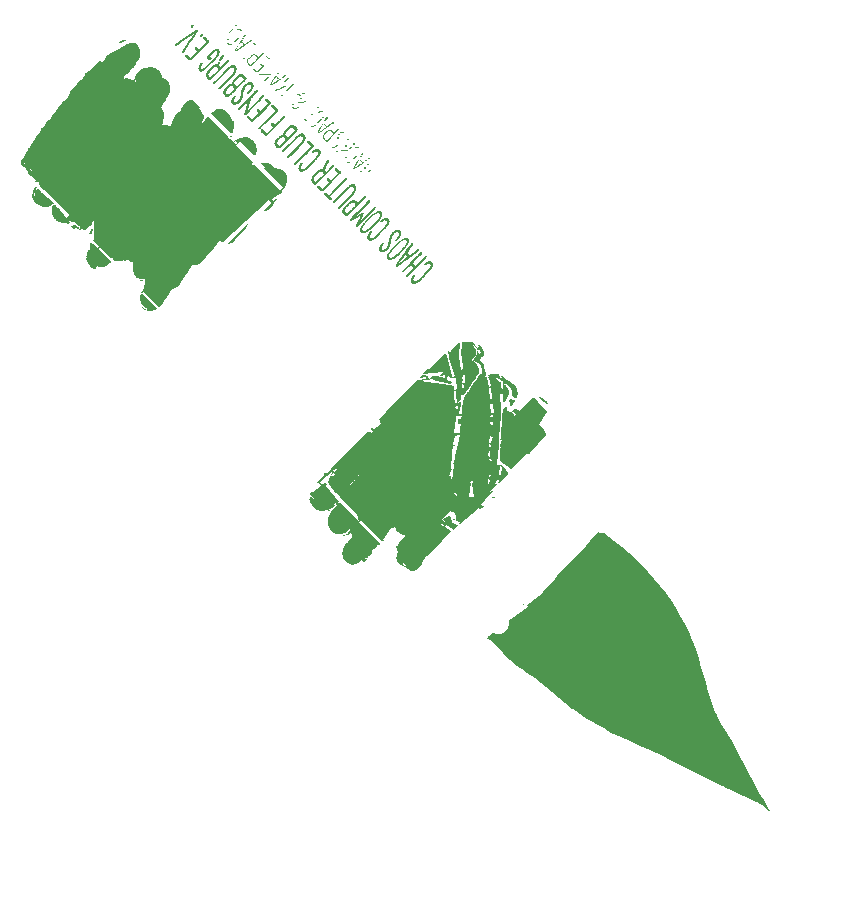
<source format=gto>
G04 #@! TF.GenerationSoftware,KiCad,Pcbnew,8.0.3-8.0.3-0~ubuntu22.04.1*
G04 #@! TF.CreationDate,2024-06-25T01:58:43+02:00*
G04 #@! TF.ProjectId,ctfl-rakete-tht,6374666c-2d72-4616-9b65-74652d746874,Rev.A*
G04 #@! TF.SameCoordinates,Original*
G04 #@! TF.FileFunction,Legend,Top*
G04 #@! TF.FilePolarity,Positive*
%FSLAX46Y46*%
G04 Gerber Fmt 4.6, Leading zero omitted, Abs format (unit mm)*
G04 Created by KiCad (PCBNEW 8.0.3-8.0.3-0~ubuntu22.04.1) date 2024-06-25 01:58:43*
%MOMM*%
%LPD*%
G01*
G04 APERTURE LIST*
%ADD10C,0.000000*%
%ADD11C,0.122369*%
%ADD12C,0.100000*%
G04 APERTURE END LIST*
D10*
G36*
X149667149Y-80545423D02*
G01*
X149681181Y-80545998D01*
X149694311Y-80547100D01*
X149706650Y-80548770D01*
X149718309Y-80551047D01*
X149729401Y-80553975D01*
X149740036Y-80557591D01*
X149750326Y-80561937D01*
X149760384Y-80567056D01*
X149770319Y-80572984D01*
X149780245Y-80579764D01*
X149790272Y-80587438D01*
X149800512Y-80596043D01*
X149819560Y-80617661D01*
X149835235Y-80640938D01*
X149847631Y-80665807D01*
X149856843Y-80692204D01*
X149862964Y-80720065D01*
X149866090Y-80749322D01*
X149866314Y-80779912D01*
X149863731Y-80811770D01*
X149858435Y-80844828D01*
X149850523Y-80879022D01*
X149840086Y-80914288D01*
X149827220Y-80950559D01*
X149812019Y-80987771D01*
X149794578Y-81025858D01*
X149774991Y-81064756D01*
X149753353Y-81104397D01*
X149729757Y-81144719D01*
X149704299Y-81185654D01*
X149648173Y-81269106D01*
X149585730Y-81354231D01*
X149517725Y-81440506D01*
X149444913Y-81527411D01*
X149368050Y-81614422D01*
X149287893Y-81701017D01*
X149205194Y-81786674D01*
X149170847Y-81820401D01*
X149135485Y-81854005D01*
X149099393Y-81887366D01*
X149062855Y-81920362D01*
X148989576Y-81984771D01*
X148917920Y-82046259D01*
X148844472Y-82106793D01*
X148773417Y-82162410D01*
X148704796Y-82212977D01*
X148638649Y-82258362D01*
X148575017Y-82298435D01*
X148513940Y-82333061D01*
X148455459Y-82362110D01*
X148399614Y-82385451D01*
X148346446Y-82402952D01*
X148295996Y-82414479D01*
X148248304Y-82419902D01*
X148203410Y-82419090D01*
X148182026Y-82416304D01*
X148161356Y-82411910D01*
X148141406Y-82405890D01*
X148122181Y-82398229D01*
X148103687Y-82388910D01*
X148085927Y-82377918D01*
X148068908Y-82365233D01*
X148052634Y-82350843D01*
X148049256Y-82347299D01*
X148048516Y-82346524D01*
X148044594Y-82342010D01*
X148040860Y-82337307D01*
X148037309Y-82332421D01*
X148030724Y-82322133D01*
X148024783Y-82311202D01*
X148019429Y-82299682D01*
X148014609Y-82287629D01*
X148010265Y-82275100D01*
X148006341Y-82262150D01*
X148002783Y-82248835D01*
X147999534Y-82235211D01*
X147993741Y-82207258D01*
X147983412Y-82150095D01*
X147983415Y-82150092D01*
X147982646Y-82132859D01*
X147982942Y-82114927D01*
X147984312Y-82096325D01*
X147986768Y-82077085D01*
X147989957Y-82059257D01*
X148167556Y-82059257D01*
X148168642Y-82071342D01*
X148170693Y-82083086D01*
X148173713Y-82094509D01*
X148177705Y-82105636D01*
X148182671Y-82116488D01*
X148188615Y-82127087D01*
X148203449Y-82147614D01*
X148222233Y-82167396D01*
X148218775Y-82177780D01*
X148228663Y-82187018D01*
X148238867Y-82195266D01*
X148249395Y-82202526D01*
X148260261Y-82208803D01*
X148271474Y-82214097D01*
X148283045Y-82218415D01*
X148294985Y-82221758D01*
X148307304Y-82224128D01*
X148320014Y-82225530D01*
X148333125Y-82225968D01*
X148346647Y-82225443D01*
X148360593Y-82223959D01*
X148374972Y-82221519D01*
X148389795Y-82218127D01*
X148405073Y-82213786D01*
X148420818Y-82208499D01*
X148437038Y-82202268D01*
X148453746Y-82195098D01*
X148470952Y-82186990D01*
X148488668Y-82177950D01*
X148506902Y-82167979D01*
X148525667Y-82157081D01*
X148544974Y-82145260D01*
X148564832Y-82132516D01*
X148585253Y-82118857D01*
X148606248Y-82104281D01*
X148650001Y-82072400D01*
X148696178Y-82036899D01*
X148744864Y-81997804D01*
X148772521Y-81974434D01*
X148798675Y-81951023D01*
X148823775Y-81927533D01*
X148848267Y-81903919D01*
X148897210Y-81856166D01*
X148922553Y-81831944D01*
X148949073Y-81807439D01*
X149170585Y-81585927D01*
X149286046Y-81469491D01*
X149391448Y-81358573D01*
X149439363Y-81304979D01*
X149483547Y-81252521D01*
X149523593Y-81201118D01*
X149559096Y-81150688D01*
X149589651Y-81101151D01*
X149614853Y-81052424D01*
X149634294Y-81004427D01*
X149647570Y-80957081D01*
X149651771Y-80933625D01*
X149654276Y-80910301D01*
X149655038Y-80887099D01*
X149654006Y-80864008D01*
X149651127Y-80841019D01*
X149646353Y-80818122D01*
X149639632Y-80795304D01*
X149630912Y-80772558D01*
X149624461Y-80766350D01*
X149618071Y-80760695D01*
X149611724Y-80755577D01*
X149605401Y-80750981D01*
X149599083Y-80746892D01*
X149592751Y-80743295D01*
X149586386Y-80740174D01*
X149579970Y-80737516D01*
X149573482Y-80735302D01*
X149566904Y-80733520D01*
X149560218Y-80732154D01*
X149553403Y-80731188D01*
X149546441Y-80730607D01*
X149539313Y-80730397D01*
X149532000Y-80730541D01*
X149524484Y-80731025D01*
X149516744Y-80731834D01*
X149508761Y-80732952D01*
X149491994Y-80736055D01*
X149474032Y-80740212D01*
X149454720Y-80745302D01*
X149360943Y-80772558D01*
X149320970Y-80787022D01*
X149280296Y-80805521D01*
X149239036Y-80827711D01*
X149197298Y-80853248D01*
X149155194Y-80881785D01*
X149112839Y-80912979D01*
X149070339Y-80946485D01*
X149027810Y-80981959D01*
X148943107Y-81057428D01*
X148859621Y-81136628D01*
X148699868Y-81295190D01*
X148664750Y-81331539D01*
X148623345Y-81376365D01*
X148578127Y-81426788D01*
X148531571Y-81479929D01*
X148486151Y-81532907D01*
X148444340Y-81582843D01*
X148408613Y-81626857D01*
X148381445Y-81662069D01*
X148309442Y-81758028D01*
X148278859Y-81801341D01*
X148251921Y-81841779D01*
X148228654Y-81879519D01*
X148209083Y-81914740D01*
X148193233Y-81947619D01*
X148181130Y-81978332D01*
X148172799Y-82007059D01*
X148168266Y-82033975D01*
X148167556Y-82059257D01*
X147989957Y-82059257D01*
X147990319Y-82057236D01*
X147994975Y-82036808D01*
X148000746Y-82015833D01*
X148007643Y-81994341D01*
X148015675Y-81972363D01*
X148024854Y-81949928D01*
X148035189Y-81927067D01*
X148046689Y-81903812D01*
X148059366Y-81880190D01*
X148073230Y-81856235D01*
X148088290Y-81831974D01*
X148104557Y-81807441D01*
X148165539Y-81721027D01*
X148220559Y-81646335D01*
X148272415Y-81579837D01*
X148323905Y-81518002D01*
X148377829Y-81457304D01*
X148436985Y-81394213D01*
X148504173Y-81325199D01*
X148582190Y-81246736D01*
X148765631Y-81063294D01*
X148817511Y-81012633D01*
X148870466Y-80963341D01*
X148924273Y-80915651D01*
X148978708Y-80869796D01*
X149033549Y-80826009D01*
X149088572Y-80784525D01*
X149143555Y-80745575D01*
X149198273Y-80709394D01*
X149252506Y-80676214D01*
X149306029Y-80646268D01*
X149358618Y-80619792D01*
X149410052Y-80597015D01*
X149460106Y-80578173D01*
X149508558Y-80563499D01*
X149555185Y-80553225D01*
X149599764Y-80547586D01*
X149618522Y-80546458D01*
X149635931Y-80545694D01*
X149652103Y-80545335D01*
X149667149Y-80545423D01*
G37*
G36*
X133654298Y-64955151D02*
G01*
X133654296Y-64955148D01*
X133654298Y-64955146D01*
X133654298Y-64955151D01*
G37*
G36*
X133883610Y-64764414D02*
G01*
X133887544Y-64771082D01*
X133891070Y-64777867D01*
X133894189Y-64784762D01*
X133896900Y-64791768D01*
X133899203Y-64798878D01*
X133901096Y-64806092D01*
X133902578Y-64813404D01*
X133903650Y-64820814D01*
X133904311Y-64828317D01*
X133904559Y-64835909D01*
X133904397Y-64843588D01*
X133903819Y-64851351D01*
X133902828Y-64859194D01*
X133901422Y-64867115D01*
X133899602Y-64875109D01*
X133897367Y-64883175D01*
X133894714Y-64891309D01*
X133891645Y-64899507D01*
X133888158Y-64907767D01*
X133884252Y-64916085D01*
X133879928Y-64924458D01*
X133875185Y-64932883D01*
X133870021Y-64941358D01*
X133864436Y-64949877D01*
X133858430Y-64958438D01*
X133852001Y-64967040D01*
X133845151Y-64975677D01*
X133837876Y-64984348D01*
X133830178Y-64993047D01*
X133822055Y-65001775D01*
X133813507Y-65010524D01*
X133808229Y-65012505D01*
X133801616Y-65014521D01*
X133793878Y-65016526D01*
X133785223Y-65018476D01*
X133775857Y-65020324D01*
X133765990Y-65022025D01*
X133755829Y-65023534D01*
X133745582Y-65024804D01*
X133735456Y-65025790D01*
X133725660Y-65026446D01*
X133716401Y-65026727D01*
X133707888Y-65026588D01*
X133700327Y-65025982D01*
X133693928Y-65024864D01*
X133691229Y-65024099D01*
X133688898Y-65023188D01*
X133686961Y-65022127D01*
X133685444Y-65020909D01*
X133679137Y-65014535D01*
X133676143Y-65011380D01*
X133673277Y-65008200D01*
X133670551Y-65004960D01*
X133667983Y-65001623D01*
X133665588Y-64998154D01*
X133663380Y-64994518D01*
X133661375Y-64990679D01*
X133659588Y-64986602D01*
X133658036Y-64982251D01*
X133656730Y-64977590D01*
X133655689Y-64972586D01*
X133654926Y-64967199D01*
X133654458Y-64961398D01*
X133654298Y-64955151D01*
X133661217Y-64962069D01*
X133653862Y-64943467D01*
X133648076Y-64928488D01*
X133645649Y-64921991D01*
X133643913Y-64917076D01*
X133647242Y-64908796D01*
X133650747Y-64900805D01*
X133654445Y-64893066D01*
X133658351Y-64885547D01*
X133662480Y-64878210D01*
X133666848Y-64871020D01*
X133671468Y-64863941D01*
X133676359Y-64856938D01*
X133681532Y-64849976D01*
X133687004Y-64843019D01*
X133692792Y-64836032D01*
X133698908Y-64828978D01*
X133705371Y-64821823D01*
X133712193Y-64814531D01*
X133726977Y-64799395D01*
X133751205Y-64775167D01*
X133759602Y-64772121D01*
X133767923Y-64769456D01*
X133776172Y-64767145D01*
X133784356Y-64765164D01*
X133792479Y-64763486D01*
X133800546Y-64762088D01*
X133808564Y-64760943D01*
X133816535Y-64760026D01*
X133824465Y-64759312D01*
X133832360Y-64758776D01*
X133848065Y-64758133D01*
X133863688Y-64757897D01*
X133879270Y-64757864D01*
X133883610Y-64764414D01*
G37*
G36*
X134273197Y-65145014D02*
G01*
X134275819Y-65148053D01*
X134278250Y-65151170D01*
X134280495Y-65154363D01*
X134282561Y-65157628D01*
X134284453Y-65160967D01*
X134286175Y-65164373D01*
X134287736Y-65167849D01*
X134289139Y-65171390D01*
X134290390Y-65174996D01*
X134291496Y-65178663D01*
X134292461Y-65182390D01*
X134293995Y-65190018D01*
X134295037Y-65197863D01*
X134295633Y-65205912D01*
X134295828Y-65214149D01*
X134295668Y-65222558D01*
X134295200Y-65231124D01*
X134294467Y-65239832D01*
X134293516Y-65248667D01*
X134291143Y-65266656D01*
X134208562Y-65393906D01*
X134123711Y-65521481D01*
X134039508Y-65649706D01*
X133998563Y-65714164D01*
X133958874Y-65778906D01*
X133897816Y-65875981D01*
X133866213Y-65924983D01*
X133833839Y-65974028D01*
X133800654Y-66022909D01*
X133766617Y-66071426D01*
X133731688Y-66119375D01*
X133695826Y-66166553D01*
X133190499Y-66955697D01*
X133180689Y-66970385D01*
X133170741Y-66984623D01*
X133150536Y-67011886D01*
X133130086Y-67037770D01*
X133109597Y-67062558D01*
X133069307Y-67109985D01*
X133049912Y-67133191D01*
X133031288Y-67156437D01*
X133027965Y-67160150D01*
X133024492Y-67163511D01*
X133020883Y-67166531D01*
X133017153Y-67169221D01*
X133013313Y-67171596D01*
X133009378Y-67173664D01*
X133005360Y-67175440D01*
X133001273Y-67176935D01*
X132997130Y-67178162D01*
X132992946Y-67179132D01*
X132988732Y-67179857D01*
X132984502Y-67180350D01*
X132980269Y-67180621D01*
X132976047Y-67180685D01*
X132971849Y-67180551D01*
X132967689Y-67180234D01*
X132963580Y-67179744D01*
X132959534Y-67179093D01*
X132951688Y-67177361D01*
X132944259Y-67175130D01*
X132937350Y-67172499D01*
X132931071Y-67169565D01*
X132925527Y-67166421D01*
X132920824Y-67163168D01*
X132917070Y-67159897D01*
X132914879Y-67157546D01*
X132912847Y-67155040D01*
X132910969Y-67152388D01*
X132909242Y-67149595D01*
X132907662Y-67146672D01*
X132906225Y-67143623D01*
X132904929Y-67140458D01*
X132903766Y-67137184D01*
X132902737Y-67133809D01*
X132901835Y-67130340D01*
X132900400Y-67123151D01*
X132899432Y-67115678D01*
X132898899Y-67107982D01*
X132898773Y-67100123D01*
X132899021Y-67092163D01*
X132899614Y-67084163D01*
X132900522Y-67076182D01*
X132901713Y-67068283D01*
X132903159Y-67060525D01*
X132904827Y-67052971D01*
X132906689Y-67045680D01*
X132930269Y-67014904D01*
X132953054Y-66983616D01*
X132996623Y-66919727D01*
X133038163Y-66854459D01*
X133078446Y-66788258D01*
X133158323Y-66654843D01*
X133199458Y-66588520D01*
X133242420Y-66523050D01*
X133339493Y-66382387D01*
X133434945Y-66241399D01*
X133531045Y-66101061D01*
X133580048Y-66031440D01*
X133630065Y-65962345D01*
X133679711Y-65891824D01*
X133726112Y-65823898D01*
X133771216Y-65755974D01*
X133816968Y-65685455D01*
X133913880Y-65533161D01*
X133857224Y-65569958D01*
X133801339Y-65607524D01*
X133691069Y-65684156D01*
X133581448Y-65761437D01*
X133470854Y-65837745D01*
X132709406Y-66349993D01*
X132548461Y-66461615D01*
X132501330Y-66493779D01*
X132458256Y-66522293D01*
X132422643Y-66544480D01*
X132408700Y-66552364D01*
X132397901Y-66557662D01*
X132394952Y-66559214D01*
X132391947Y-66560626D01*
X132388895Y-66561902D01*
X132385801Y-66563043D01*
X132382672Y-66564052D01*
X132379513Y-66564933D01*
X132376332Y-66565686D01*
X132373133Y-66566315D01*
X132369925Y-66566823D01*
X132366713Y-66567211D01*
X132360303Y-66567640D01*
X132353953Y-66567623D01*
X132347716Y-66567180D01*
X132341640Y-66566332D01*
X132335777Y-66565098D01*
X132330178Y-66563499D01*
X132324893Y-66561556D01*
X132319973Y-66559287D01*
X132317666Y-66558038D01*
X132315469Y-66556715D01*
X132313389Y-66555320D01*
X132311431Y-66553858D01*
X132309603Y-66552330D01*
X132307911Y-66550738D01*
X132304033Y-66546373D01*
X132300246Y-66541127D01*
X132296641Y-66535088D01*
X132293310Y-66528350D01*
X132290344Y-66521004D01*
X132287834Y-66513141D01*
X132285872Y-66504852D01*
X132285124Y-66500576D01*
X132284549Y-66496227D01*
X132284155Y-66491819D01*
X132283955Y-66487360D01*
X132283960Y-66482863D01*
X132284182Y-66478340D01*
X132284633Y-66473802D01*
X132285324Y-66469260D01*
X132286264Y-66464726D01*
X132287467Y-66460210D01*
X132288945Y-66455725D01*
X132290707Y-66451281D01*
X132292767Y-66446891D01*
X132295133Y-66442566D01*
X132297820Y-66438316D01*
X132300837Y-66434155D01*
X132304197Y-66430091D01*
X132307911Y-66426138D01*
X132316933Y-66417509D01*
X132327034Y-66408542D01*
X132349931Y-66389851D01*
X132375505Y-66370591D01*
X132402660Y-66351292D01*
X132430302Y-66332479D01*
X132457336Y-66314681D01*
X132505195Y-66284235D01*
X132494813Y-66280768D01*
X132569255Y-66228013D01*
X132644509Y-66176070D01*
X132796799Y-66073966D01*
X133103973Y-65872355D01*
X133347444Y-65709682D01*
X133590264Y-65544413D01*
X134076555Y-65211274D01*
X134088846Y-65203120D01*
X134101066Y-65195523D01*
X134113226Y-65188474D01*
X134125335Y-65181963D01*
X134137402Y-65175978D01*
X134149441Y-65170511D01*
X134161458Y-65165551D01*
X134173465Y-65161087D01*
X134185473Y-65157111D01*
X134197491Y-65153611D01*
X134209529Y-65150577D01*
X134221596Y-65148000D01*
X134233705Y-65145870D01*
X134245865Y-65144175D01*
X134258085Y-65142906D01*
X134270377Y-65142054D01*
X134273197Y-65145014D01*
G37*
G36*
X134446899Y-65747752D02*
G01*
X134446897Y-65747749D01*
X134446899Y-65747747D01*
X134446899Y-65747752D01*
G37*
G36*
X134676202Y-65557025D02*
G01*
X134680107Y-65563722D01*
X134683589Y-65570550D01*
X134686649Y-65577505D01*
X134689288Y-65584582D01*
X134691507Y-65591776D01*
X134693308Y-65599081D01*
X134694693Y-65606493D01*
X134695662Y-65614005D01*
X134696215Y-65621614D01*
X134696357Y-65629314D01*
X134696085Y-65637101D01*
X134695404Y-65644968D01*
X134694313Y-65652913D01*
X134692814Y-65660927D01*
X134690907Y-65669008D01*
X134688596Y-65677149D01*
X134685880Y-65685346D01*
X134682761Y-65693595D01*
X134679239Y-65701888D01*
X134675318Y-65710222D01*
X134670997Y-65718592D01*
X134666279Y-65726992D01*
X134661163Y-65735417D01*
X134655652Y-65743863D01*
X134649747Y-65752324D01*
X134643448Y-65760795D01*
X134636758Y-65769271D01*
X134629679Y-65777748D01*
X134622210Y-65786219D01*
X134614352Y-65794680D01*
X134606109Y-65803126D01*
X134600830Y-65805106D01*
X134594217Y-65807122D01*
X134586479Y-65809127D01*
X134577824Y-65811077D01*
X134568459Y-65812925D01*
X134558592Y-65814627D01*
X134548430Y-65816135D01*
X134538183Y-65817405D01*
X134528058Y-65818391D01*
X134518261Y-65819047D01*
X134509003Y-65819329D01*
X134500489Y-65819189D01*
X134492929Y-65818584D01*
X134486529Y-65817465D01*
X134483830Y-65816701D01*
X134481499Y-65815789D01*
X134479562Y-65814728D01*
X134478045Y-65813511D01*
X134471738Y-65807136D01*
X134468745Y-65803981D01*
X134465877Y-65800801D01*
X134463152Y-65797561D01*
X134460585Y-65794225D01*
X134458189Y-65790755D01*
X134455982Y-65787119D01*
X134453977Y-65783281D01*
X134452189Y-65779203D01*
X134450636Y-65774852D01*
X134449331Y-65770192D01*
X134448290Y-65765186D01*
X134447527Y-65759801D01*
X134447059Y-65753999D01*
X134446899Y-65747752D01*
X134453818Y-65754671D01*
X134446463Y-65736069D01*
X134440677Y-65721088D01*
X134438251Y-65714592D01*
X134436515Y-65709677D01*
X134439843Y-65701397D01*
X134443348Y-65693406D01*
X134447047Y-65685668D01*
X134450953Y-65678149D01*
X134455081Y-65670811D01*
X134459448Y-65663621D01*
X134464069Y-65656542D01*
X134468960Y-65649539D01*
X134474134Y-65642578D01*
X134479606Y-65635620D01*
X134485393Y-65628633D01*
X134491510Y-65621579D01*
X134497972Y-65614424D01*
X134504795Y-65607133D01*
X134519579Y-65591996D01*
X134543806Y-65567769D01*
X134552202Y-65564722D01*
X134560524Y-65562057D01*
X134568774Y-65559746D01*
X134576957Y-65557764D01*
X134585080Y-65556087D01*
X134593148Y-65554689D01*
X134601165Y-65553544D01*
X134609136Y-65552627D01*
X134617066Y-65551913D01*
X134624962Y-65551377D01*
X134640666Y-65550734D01*
X134656289Y-65550498D01*
X134671872Y-65550466D01*
X134676202Y-65557025D01*
G37*
G36*
X134843483Y-65761303D02*
G01*
X134846703Y-65761606D01*
X134849767Y-65762135D01*
X134852661Y-65762901D01*
X134855370Y-65763913D01*
X134857879Y-65765180D01*
X134860174Y-65766712D01*
X134862240Y-65768518D01*
X134931461Y-65837740D01*
X135056061Y-65955419D01*
X135142591Y-66041949D01*
X135152968Y-66038487D01*
X135180637Y-66065251D01*
X135193359Y-66077646D01*
X135204940Y-66089701D01*
X135215081Y-66101655D01*
X135219518Y-66107669D01*
X135223482Y-66113746D01*
X135226938Y-66119917D01*
X135229846Y-66126213D01*
X135232171Y-66132661D01*
X135233873Y-66139292D01*
X135234916Y-66146136D01*
X135235263Y-66153223D01*
X135234876Y-66160583D01*
X135233718Y-66168244D01*
X135231750Y-66176238D01*
X135228938Y-66184594D01*
X135225241Y-66193342D01*
X135220624Y-66202511D01*
X135215049Y-66212131D01*
X135208477Y-66222232D01*
X135200873Y-66232844D01*
X135192198Y-66243997D01*
X135182416Y-66255720D01*
X135171487Y-66268043D01*
X135159377Y-66280996D01*
X135146046Y-66294609D01*
X134841469Y-66585350D01*
X134419208Y-67021447D01*
X134083482Y-67343337D01*
X133726983Y-67720600D01*
X133708183Y-67738743D01*
X133690640Y-67754292D01*
X133674234Y-67767325D01*
X133666418Y-67772924D01*
X133658842Y-67777925D01*
X133651488Y-67782337D01*
X133644341Y-67786172D01*
X133637387Y-67789439D01*
X133630611Y-67792148D01*
X133623998Y-67794309D01*
X133617530Y-67795933D01*
X133611195Y-67797030D01*
X133604977Y-67797609D01*
X133598861Y-67797681D01*
X133592830Y-67797258D01*
X133586870Y-67796346D01*
X133580965Y-67794959D01*
X133575102Y-67793105D01*
X133569264Y-67790796D01*
X133563436Y-67788038D01*
X133557603Y-67784847D01*
X133545861Y-67777194D01*
X133533916Y-67767919D01*
X133521646Y-67757103D01*
X133508931Y-67744827D01*
X133405096Y-67640992D01*
X133225117Y-67474856D01*
X133222003Y-67471521D01*
X133219149Y-67468010D01*
X133216546Y-67464329D01*
X133214193Y-67460485D01*
X133212083Y-67456483D01*
X133210212Y-67452331D01*
X133208574Y-67448033D01*
X133207163Y-67443598D01*
X133205977Y-67439031D01*
X133205007Y-67434338D01*
X133204251Y-67429526D01*
X133203702Y-67424602D01*
X133203357Y-67419571D01*
X133203210Y-67414440D01*
X133203254Y-67409215D01*
X133203487Y-67403903D01*
X133204494Y-67393040D01*
X133206191Y-67381905D01*
X133208536Y-67370547D01*
X133211490Y-67359016D01*
X133215012Y-67347363D01*
X133219061Y-67335640D01*
X133223596Y-67323896D01*
X133228577Y-67312183D01*
X133238957Y-67302210D01*
X133249312Y-67293085D01*
X133259615Y-67284842D01*
X133269842Y-67277517D01*
X133279968Y-67271144D01*
X133289967Y-67265760D01*
X133299814Y-67261402D01*
X133309484Y-67258102D01*
X133318950Y-67255898D01*
X133323599Y-67255217D01*
X133328188Y-67254824D01*
X133332713Y-67254722D01*
X133337172Y-67254915D01*
X133341562Y-67255410D01*
X133345878Y-67256209D01*
X133350120Y-67257318D01*
X133354281Y-67258740D01*
X133358359Y-67260481D01*
X133362352Y-67262544D01*
X133366257Y-67264934D01*
X133370071Y-67267655D01*
X133373789Y-67270713D01*
X133377407Y-67274111D01*
X133595461Y-67506007D01*
X133640455Y-67551001D01*
X134170008Y-67021447D01*
X134017721Y-66862233D01*
X134015207Y-66859498D01*
X134012859Y-66856493D01*
X134010680Y-66853231D01*
X134008676Y-66849728D01*
X134006849Y-66845996D01*
X134005203Y-66842050D01*
X134003742Y-66837904D01*
X134002470Y-66833571D01*
X134001392Y-66829066D01*
X134000509Y-66824403D01*
X133999826Y-66819595D01*
X133999348Y-66814657D01*
X133999077Y-66809602D01*
X133999018Y-66804444D01*
X133999174Y-66799198D01*
X133999550Y-66793876D01*
X134000149Y-66788494D01*
X134000975Y-66783065D01*
X134002032Y-66777604D01*
X134003322Y-66772123D01*
X134004852Y-66766637D01*
X134006623Y-66761160D01*
X134008640Y-66755706D01*
X134010907Y-66750288D01*
X134013427Y-66744921D01*
X134016205Y-66739619D01*
X134019243Y-66734396D01*
X134022548Y-66729264D01*
X134026120Y-66724240D01*
X134029965Y-66719336D01*
X134034086Y-66714566D01*
X134038487Y-66709945D01*
X134049320Y-66699519D01*
X134059768Y-66690301D01*
X134069851Y-66682278D01*
X134079589Y-66675442D01*
X134089002Y-66669783D01*
X134098111Y-66665288D01*
X134102558Y-66663476D01*
X134106936Y-66661951D01*
X134111248Y-66660712D01*
X134115498Y-66659759D01*
X134119686Y-66659090D01*
X134123816Y-66658703D01*
X134127890Y-66658597D01*
X134131911Y-66658772D01*
X134135881Y-66659226D01*
X134139803Y-66659957D01*
X134143679Y-66660965D01*
X134147513Y-66662247D01*
X134151306Y-66663803D01*
X134155060Y-66665632D01*
X134158780Y-66667733D01*
X134162466Y-66670102D01*
X134169750Y-66675647D01*
X134176932Y-66682257D01*
X134339608Y-66844932D01*
X134969534Y-66215006D01*
X134934922Y-66180394D01*
X134734179Y-65993489D01*
X134724868Y-65983745D01*
X134716475Y-65973945D01*
X134709105Y-65964034D01*
X134705838Y-65959020D01*
X134702866Y-65953956D01*
X134700204Y-65948837D01*
X134697865Y-65943655D01*
X134695861Y-65938403D01*
X134694207Y-65933075D01*
X134692915Y-65927662D01*
X134692000Y-65922160D01*
X134691472Y-65916560D01*
X134691348Y-65910855D01*
X134691639Y-65905038D01*
X134692360Y-65899103D01*
X134693522Y-65893043D01*
X134695141Y-65886850D01*
X134697227Y-65880518D01*
X134699797Y-65874039D01*
X134702862Y-65867407D01*
X134706437Y-65860615D01*
X134710533Y-65853655D01*
X134715164Y-65846521D01*
X134720345Y-65839206D01*
X134726088Y-65831703D01*
X134732406Y-65824004D01*
X134739313Y-65816103D01*
X134746822Y-65807993D01*
X134754946Y-65799668D01*
X134759916Y-65795097D01*
X134765660Y-65790522D01*
X134772065Y-65786017D01*
X134779011Y-65781660D01*
X134786384Y-65777525D01*
X134794066Y-65773689D01*
X134801941Y-65770230D01*
X134809891Y-65767221D01*
X134817800Y-65764739D01*
X134825554Y-65762860D01*
X134833033Y-65761662D01*
X134840122Y-65761218D01*
X134843483Y-65761303D01*
G37*
G36*
X135882135Y-66804648D02*
G01*
X135894111Y-66805616D01*
X135905773Y-66807334D01*
X135917099Y-66809828D01*
X135928063Y-66813123D01*
X135938646Y-66817244D01*
X135948559Y-66821143D01*
X135957601Y-66825072D01*
X135965872Y-66829062D01*
X135973474Y-66833144D01*
X135980507Y-66837347D01*
X135987074Y-66841703D01*
X135993276Y-66846240D01*
X135999214Y-66850991D01*
X136004991Y-66855985D01*
X136010706Y-66861252D01*
X136022360Y-66872731D01*
X136049399Y-66900311D01*
X136053897Y-66905127D01*
X136058295Y-66910451D01*
X136062571Y-66916221D01*
X136066705Y-66922376D01*
X136070677Y-66928855D01*
X136074466Y-66935598D01*
X136078052Y-66942545D01*
X136081416Y-66949632D01*
X136084535Y-66956801D01*
X136087391Y-66963990D01*
X136089964Y-66971139D01*
X136092232Y-66978186D01*
X136094175Y-66985072D01*
X136095775Y-66991734D01*
X136097009Y-66998113D01*
X136097858Y-67004146D01*
X136102152Y-67022081D01*
X136105320Y-67040187D01*
X136107392Y-67058447D01*
X136108397Y-67076850D01*
X136108365Y-67095382D01*
X136107326Y-67114031D01*
X136105310Y-67132783D01*
X136102346Y-67151623D01*
X136098465Y-67170540D01*
X136093696Y-67189519D01*
X136088068Y-67208548D01*
X136081612Y-67227613D01*
X136066336Y-67265798D01*
X136048102Y-67303967D01*
X136027152Y-67342015D01*
X136003722Y-67379837D01*
X135978051Y-67417322D01*
X135950379Y-67454366D01*
X135920941Y-67490863D01*
X135889977Y-67526705D01*
X135857726Y-67561788D01*
X135824425Y-67596003D01*
X135782894Y-67637533D01*
X135443699Y-67990567D01*
X134886460Y-68527047D01*
X134852076Y-68560353D01*
X134817757Y-68591342D01*
X134783571Y-68619806D01*
X134749582Y-68645538D01*
X134715857Y-68668329D01*
X134682461Y-68687971D01*
X134649461Y-68704256D01*
X134616923Y-68716978D01*
X134584912Y-68725928D01*
X134569124Y-68728923D01*
X134553494Y-68730898D01*
X134538027Y-68731825D01*
X134522735Y-68731679D01*
X134507623Y-68730434D01*
X134492701Y-68728065D01*
X134477976Y-68724545D01*
X134463458Y-68719847D01*
X134449154Y-68713948D01*
X134435072Y-68706818D01*
X134421221Y-68698434D01*
X134407608Y-68688770D01*
X134394243Y-68677798D01*
X134381134Y-68665495D01*
X134374196Y-68658312D01*
X134367654Y-68651028D01*
X134361497Y-68643622D01*
X134355716Y-68636075D01*
X134350299Y-68628366D01*
X134345238Y-68620473D01*
X134340520Y-68612378D01*
X134336139Y-68604060D01*
X134332081Y-68595499D01*
X134328337Y-68586673D01*
X134324898Y-68577564D01*
X134321753Y-68568151D01*
X134318891Y-68558412D01*
X134316304Y-68548329D01*
X134313980Y-68537881D01*
X134311910Y-68527047D01*
X134318831Y-68540889D01*
X134316158Y-68515654D01*
X134314640Y-68490541D01*
X134314299Y-68465508D01*
X134315154Y-68440516D01*
X134317226Y-68415524D01*
X134320535Y-68390491D01*
X134325102Y-68365378D01*
X134330947Y-68340143D01*
X134338088Y-68314745D01*
X134346548Y-68289145D01*
X134356348Y-68263301D01*
X134367505Y-68237173D01*
X134380041Y-68210721D01*
X134393977Y-68183904D01*
X134409332Y-68156681D01*
X134426127Y-68129012D01*
X134428268Y-68126560D01*
X134430758Y-68123192D01*
X134433541Y-68119042D01*
X134436564Y-68114249D01*
X134443101Y-68103277D01*
X134449921Y-68091373D01*
X134462629Y-68069146D01*
X134467624Y-68061014D01*
X134469588Y-68058173D01*
X134471119Y-68056330D01*
X134479839Y-68048016D01*
X134490251Y-68038820D01*
X134502103Y-68028997D01*
X134515142Y-68018797D01*
X134529113Y-68008477D01*
X134543765Y-67998288D01*
X134558842Y-67988484D01*
X134574090Y-67979320D01*
X134589258Y-67971047D01*
X134604091Y-67963920D01*
X134618337Y-67958193D01*
X134631740Y-67954119D01*
X134638047Y-67952780D01*
X134644049Y-67951950D01*
X134649713Y-67951660D01*
X134655007Y-67951942D01*
X134659903Y-67952826D01*
X134664365Y-67954346D01*
X134668364Y-67956533D01*
X134671867Y-67959418D01*
X134677022Y-67965014D01*
X134681469Y-67970764D01*
X134685230Y-67976660D01*
X134688328Y-67982692D01*
X134690783Y-67988855D01*
X134692621Y-67995139D01*
X134693861Y-68001535D01*
X134694527Y-68008036D01*
X134694639Y-68014633D01*
X134694221Y-68021318D01*
X134693295Y-68028084D01*
X134691883Y-68034921D01*
X134690007Y-68041820D01*
X134687688Y-68048776D01*
X134684952Y-68055778D01*
X134681817Y-68062819D01*
X134678306Y-68069890D01*
X134674444Y-68076984D01*
X134670250Y-68084091D01*
X134665748Y-68091204D01*
X134660960Y-68098314D01*
X134655907Y-68105414D01*
X134645096Y-68119548D01*
X134633495Y-68133540D01*
X134621280Y-68147325D01*
X134608631Y-68160835D01*
X134595722Y-68174006D01*
X134589325Y-68180843D01*
X134583123Y-68188342D01*
X134571345Y-68205143D01*
X134560481Y-68224031D01*
X134550620Y-68244634D01*
X134541854Y-68266575D01*
X134534275Y-68289481D01*
X134527973Y-68312974D01*
X134523040Y-68336680D01*
X134519567Y-68360223D01*
X134517645Y-68383230D01*
X134517367Y-68405322D01*
X134518822Y-68426128D01*
X134520229Y-68435931D01*
X134522102Y-68445271D01*
X134524455Y-68454101D01*
X134527299Y-68462376D01*
X134530644Y-68470046D01*
X134534503Y-68477067D01*
X134538887Y-68483390D01*
X134543806Y-68488970D01*
X134550180Y-68494663D01*
X134556956Y-68499437D01*
X134564110Y-68503324D01*
X134571618Y-68506357D01*
X134579454Y-68508568D01*
X134587596Y-68509990D01*
X134596020Y-68510657D01*
X134604700Y-68510602D01*
X134613615Y-68509857D01*
X134622738Y-68508456D01*
X134632046Y-68506431D01*
X134641515Y-68503815D01*
X134651122Y-68500642D01*
X134660840Y-68496944D01*
X134670648Y-68492753D01*
X134680520Y-68488105D01*
X134690433Y-68483031D01*
X134700363Y-68477563D01*
X134720174Y-68465581D01*
X134739763Y-68452422D01*
X134758935Y-68438351D01*
X134777500Y-68423631D01*
X134795264Y-68408524D01*
X134812034Y-68393297D01*
X134827618Y-68378212D01*
X134958276Y-68244958D01*
X135025227Y-68177683D01*
X135059392Y-68144452D01*
X135094124Y-68111706D01*
X135343328Y-67869427D01*
X135452571Y-67759320D01*
X135620219Y-67585614D01*
X135704449Y-67494787D01*
X135777484Y-67411909D01*
X135807116Y-67375935D01*
X135830725Y-67344930D01*
X135847236Y-67319887D01*
X135855574Y-67301801D01*
X135867212Y-67281965D01*
X135877450Y-67262687D01*
X135886268Y-67243957D01*
X135893647Y-67225764D01*
X135899565Y-67208099D01*
X135904003Y-67190950D01*
X135906941Y-67174309D01*
X135908356Y-67158164D01*
X135908488Y-67150276D01*
X135908231Y-67142507D01*
X135907584Y-67134858D01*
X135906545Y-67127326D01*
X135905109Y-67119911D01*
X135903276Y-67112612D01*
X135901042Y-67105425D01*
X135898404Y-67098353D01*
X135895362Y-67091392D01*
X135891912Y-67084540D01*
X135888050Y-67077799D01*
X135883776Y-67071165D01*
X135879086Y-67064637D01*
X135873977Y-67058214D01*
X135868449Y-67051896D01*
X135862495Y-67045680D01*
X135860431Y-67043772D01*
X135858149Y-67041941D01*
X135855674Y-67040181D01*
X135853031Y-67038486D01*
X135850247Y-67036852D01*
X135847346Y-67035274D01*
X135844354Y-67033747D01*
X135841296Y-67032265D01*
X135835084Y-67029419D01*
X135828913Y-67026695D01*
X135822984Y-67024051D01*
X135817501Y-67021449D01*
X135808383Y-67017421D01*
X135798584Y-67015011D01*
X135788152Y-67014141D01*
X135777137Y-67014723D01*
X135765587Y-67016678D01*
X135753550Y-67019921D01*
X135741077Y-67024370D01*
X135728215Y-67029940D01*
X135715013Y-67036551D01*
X135701520Y-67044117D01*
X135673857Y-67061787D01*
X135645617Y-67082286D01*
X135617188Y-67104950D01*
X135588962Y-67129115D01*
X135561330Y-67154116D01*
X135509406Y-67203971D01*
X135429854Y-67284498D01*
X135384804Y-67329763D01*
X135339431Y-67376650D01*
X135317332Y-67400399D01*
X135296004Y-67424187D01*
X135275731Y-67447893D01*
X135256796Y-67471398D01*
X135274103Y-67488704D01*
X135279344Y-67493323D01*
X135285858Y-67498080D01*
X135293457Y-67502947D01*
X135301953Y-67507901D01*
X135320889Y-67517967D01*
X135341163Y-67528074D01*
X135361274Y-67538017D01*
X135379723Y-67547596D01*
X135387855Y-67552185D01*
X135395008Y-67556608D01*
X135400995Y-67560837D01*
X135405629Y-67564849D01*
X135408437Y-67567899D01*
X135411021Y-67571199D01*
X135413380Y-67574739D01*
X135415511Y-67578504D01*
X135417415Y-67582482D01*
X135419089Y-67586660D01*
X135420532Y-67591026D01*
X135421744Y-67595566D01*
X135422722Y-67600270D01*
X135423466Y-67605122D01*
X135423974Y-67610111D01*
X135424245Y-67615225D01*
X135424278Y-67620451D01*
X135424071Y-67625775D01*
X135423623Y-67631185D01*
X135422934Y-67636668D01*
X135422000Y-67642213D01*
X135420823Y-67647806D01*
X135419400Y-67653434D01*
X135417729Y-67659086D01*
X135415810Y-67664747D01*
X135413641Y-67670406D01*
X135411221Y-67676048D01*
X135408549Y-67681665D01*
X135405624Y-67687239D01*
X135402443Y-67692762D01*
X135399007Y-67698217D01*
X135395313Y-67703594D01*
X135391361Y-67708879D01*
X135387149Y-67714062D01*
X135382676Y-67719128D01*
X135377941Y-67724063D01*
X135370609Y-67731073D01*
X135362927Y-67737793D01*
X135354951Y-67744178D01*
X135346737Y-67750184D01*
X135338340Y-67755763D01*
X135329816Y-67760871D01*
X135321221Y-67765461D01*
X135312611Y-67769490D01*
X135304042Y-67772909D01*
X135295569Y-67775675D01*
X135287248Y-67777740D01*
X135279136Y-67779061D01*
X135271286Y-67779590D01*
X135263756Y-67779283D01*
X135260129Y-67778802D01*
X135256602Y-67778093D01*
X135253182Y-67777154D01*
X135249877Y-67775976D01*
X135240096Y-67772443D01*
X135229056Y-67767176D01*
X135216963Y-67760387D01*
X135204017Y-67752291D01*
X135190422Y-67743100D01*
X135176382Y-67733026D01*
X135147774Y-67711084D01*
X135119814Y-67688167D01*
X135094126Y-67665981D01*
X135072333Y-67646228D01*
X135056054Y-67630612D01*
X135047405Y-67620983D01*
X135040241Y-67610934D01*
X135034503Y-67600488D01*
X135030136Y-67589674D01*
X135027082Y-67578514D01*
X135025284Y-67567034D01*
X135024686Y-67555261D01*
X135025229Y-67543218D01*
X135026856Y-67530933D01*
X135029513Y-67518429D01*
X135033140Y-67505733D01*
X135037681Y-67492870D01*
X135043079Y-67479865D01*
X135049276Y-67466742D01*
X135056217Y-67453529D01*
X135063842Y-67440250D01*
X135080924Y-67413595D01*
X135100063Y-67386980D01*
X135120805Y-67360610D01*
X135142693Y-67334685D01*
X135165270Y-67309409D01*
X135188079Y-67284985D01*
X135232574Y-67239504D01*
X135261278Y-67211409D01*
X135290224Y-67184126D01*
X135348522Y-67131343D01*
X135406820Y-67079858D01*
X135464468Y-67028374D01*
X135523308Y-66969534D01*
X135547288Y-66950181D01*
X135572386Y-66931191D01*
X135598416Y-66912771D01*
X135625196Y-66895120D01*
X135652544Y-66878443D01*
X135680277Y-66862942D01*
X135708213Y-66848820D01*
X135736169Y-66836280D01*
X135763964Y-66825526D01*
X135791413Y-66816757D01*
X135818335Y-66810179D01*
X135844547Y-66805995D01*
X135869866Y-66804406D01*
X135882135Y-66804648D01*
G37*
G36*
X136390630Y-67294410D02*
G01*
X136394980Y-67294814D01*
X136399258Y-67295469D01*
X136403458Y-67296374D01*
X136407576Y-67297526D01*
X136411609Y-67298929D01*
X136415551Y-67300578D01*
X136419398Y-67302475D01*
X136423145Y-67304618D01*
X136426789Y-67307007D01*
X136430323Y-67309641D01*
X136433746Y-67312521D01*
X136437050Y-67315644D01*
X136440175Y-67319008D01*
X136443067Y-67322607D01*
X136445735Y-67326428D01*
X136448191Y-67330462D01*
X136450443Y-67334698D01*
X136452503Y-67339128D01*
X136454381Y-67343741D01*
X136456085Y-67348524D01*
X136457628Y-67353471D01*
X136459018Y-67358570D01*
X136460267Y-67363811D01*
X136461384Y-67369183D01*
X136462379Y-67374677D01*
X136463263Y-67380283D01*
X136464045Y-67385990D01*
X136464736Y-67391789D01*
X136412448Y-67492035D01*
X136361823Y-67592806D01*
X136264425Y-67795446D01*
X136077089Y-68201697D01*
X136092354Y-68217286D01*
X136107050Y-68232957D01*
X136121260Y-68248789D01*
X136135065Y-68264864D01*
X136148544Y-68281263D01*
X136161780Y-68298068D01*
X136174853Y-68315359D01*
X136187845Y-68333218D01*
X136424502Y-68074067D01*
X136545587Y-67944326D01*
X136606961Y-67880409D01*
X136668944Y-67817507D01*
X136690442Y-67796158D01*
X136711127Y-67776514D01*
X136721318Y-67767457D01*
X136731489Y-67758978D01*
X136741700Y-67751128D01*
X136752012Y-67743957D01*
X136762487Y-67737517D01*
X136773185Y-67731857D01*
X136784167Y-67727028D01*
X136795493Y-67723082D01*
X136807225Y-67720069D01*
X136819423Y-67718039D01*
X136832149Y-67717044D01*
X136845463Y-67717134D01*
X136851363Y-67723293D01*
X136857299Y-67730066D01*
X136863144Y-67737416D01*
X136868771Y-67745310D01*
X136874053Y-67753709D01*
X136878864Y-67762581D01*
X136883077Y-67771890D01*
X136886564Y-67781598D01*
X136887997Y-67786592D01*
X136889200Y-67791672D01*
X136890159Y-67796834D01*
X136890858Y-67802075D01*
X136891280Y-67807389D01*
X136891410Y-67812771D01*
X136891232Y-67818219D01*
X136890730Y-67823727D01*
X136889888Y-67829291D01*
X136888691Y-67834906D01*
X136887122Y-67840567D01*
X136885166Y-67846272D01*
X136882807Y-67852014D01*
X136880029Y-67857790D01*
X136876817Y-67863595D01*
X136873153Y-67869425D01*
X136847255Y-67899298D01*
X136810690Y-67937728D01*
X136766742Y-67981919D01*
X136718698Y-68029070D01*
X136551266Y-68191312D01*
X136222458Y-68540890D01*
X135519847Y-69243501D01*
X135499243Y-69264416D01*
X135478962Y-69285575D01*
X135439375Y-69328297D01*
X135401086Y-69371019D01*
X135364093Y-69413092D01*
X135354700Y-69421846D01*
X135344759Y-69429911D01*
X135334372Y-69437246D01*
X135323640Y-69443810D01*
X135312666Y-69449563D01*
X135301549Y-69454464D01*
X135290392Y-69458473D01*
X135279295Y-69461548D01*
X135268361Y-69463650D01*
X135257691Y-69464739D01*
X135247385Y-69464773D01*
X135242400Y-69464382D01*
X135237546Y-69463712D01*
X135232832Y-69462757D01*
X135228274Y-69461514D01*
X135223883Y-69459977D01*
X135219672Y-69458141D01*
X135215653Y-69456001D01*
X135211840Y-69453552D01*
X135208246Y-69450787D01*
X135204881Y-69447704D01*
X135169716Y-69412308D01*
X135128628Y-69369612D01*
X135084783Y-69321400D01*
X135062814Y-69295783D01*
X135041343Y-69269455D01*
X135033457Y-69259181D01*
X135020763Y-69242641D01*
X135001472Y-69215565D01*
X134983864Y-69188447D01*
X134968335Y-69161512D01*
X134955280Y-69134982D01*
X134945094Y-69109082D01*
X134941202Y-69096437D01*
X134938174Y-69084032D01*
X134936062Y-69071897D01*
X134934914Y-69060059D01*
X134938378Y-69063522D01*
X134937888Y-69055319D01*
X134937701Y-69047542D01*
X134937799Y-69040130D01*
X134938161Y-69033022D01*
X134938766Y-69026158D01*
X134939594Y-69019475D01*
X134940625Y-69012914D01*
X134941839Y-69006415D01*
X134943214Y-68999915D01*
X134944733Y-68993354D01*
X134948113Y-68979808D01*
X134951818Y-68965287D01*
X134953483Y-68958405D01*
X135161860Y-68958405D01*
X135162056Y-68966180D01*
X135162667Y-68973822D01*
X135163679Y-68981345D01*
X135165077Y-68988760D01*
X135166849Y-68996079D01*
X135171448Y-69010478D01*
X135177361Y-69024640D01*
X135184470Y-69038660D01*
X135192659Y-69052633D01*
X135201811Y-69066657D01*
X135211810Y-69080828D01*
X135332949Y-69201967D01*
X135627146Y-68907771D01*
X135782464Y-68751588D01*
X135859312Y-68672684D01*
X135935188Y-68592807D01*
X136000948Y-68513204D01*
X135955954Y-68440519D01*
X135917882Y-68402447D01*
X135906238Y-68391232D01*
X135894660Y-68380949D01*
X135883132Y-68371598D01*
X135871637Y-68363178D01*
X135860159Y-68355688D01*
X135848684Y-68349128D01*
X135837194Y-68343497D01*
X135825676Y-68338795D01*
X135814111Y-68335020D01*
X135802484Y-68332172D01*
X135790781Y-68330251D01*
X135778984Y-68329256D01*
X135767078Y-68329186D01*
X135755048Y-68330041D01*
X135742877Y-68331819D01*
X135730549Y-68334522D01*
X135718049Y-68338147D01*
X135705360Y-68342694D01*
X135692468Y-68348163D01*
X135679355Y-68354552D01*
X135666007Y-68361861D01*
X135652408Y-68370090D01*
X135638540Y-68379239D01*
X135624389Y-68389305D01*
X135609940Y-68400289D01*
X135595176Y-68412190D01*
X135580080Y-68425008D01*
X135564638Y-68438741D01*
X135532650Y-68468953D01*
X135499085Y-68502819D01*
X135462770Y-68539486D01*
X135426619Y-68576801D01*
X135390790Y-68614767D01*
X135355450Y-68653380D01*
X135320758Y-68692642D01*
X135286877Y-68732554D01*
X135253969Y-68773115D01*
X135222197Y-68814324D01*
X135218729Y-68817782D01*
X135203784Y-68839864D01*
X135197249Y-68850447D01*
X135191318Y-68860744D01*
X135185979Y-68870763D01*
X135181215Y-68880517D01*
X135177013Y-68890020D01*
X135173358Y-68899282D01*
X135170235Y-68908316D01*
X135167629Y-68917135D01*
X135165528Y-68925749D01*
X135163915Y-68934171D01*
X135162775Y-68942413D01*
X135162096Y-68950488D01*
X135161860Y-68958405D01*
X134953483Y-68958405D01*
X134955684Y-68949307D01*
X134964880Y-68919006D01*
X134975552Y-68889108D01*
X134987633Y-68859604D01*
X135001058Y-68830492D01*
X135015760Y-68801763D01*
X135031675Y-68773416D01*
X135048734Y-68745444D01*
X135066874Y-68717841D01*
X135086028Y-68690605D01*
X135106129Y-68663727D01*
X135127114Y-68637205D01*
X135148914Y-68611032D01*
X135171465Y-68585205D01*
X135194700Y-68559716D01*
X135242962Y-68509738D01*
X135464473Y-68288226D01*
X135487586Y-68266470D01*
X135512610Y-68245429D01*
X135539268Y-68225249D01*
X135567278Y-68206079D01*
X135596364Y-68188065D01*
X135626246Y-68171352D01*
X135656645Y-68156090D01*
X135687282Y-68142426D01*
X135717879Y-68130505D01*
X135748156Y-68120475D01*
X135777835Y-68112483D01*
X135806637Y-68106677D01*
X135834283Y-68103203D01*
X135860494Y-68102209D01*
X135884992Y-68103840D01*
X135896511Y-68105687D01*
X135907497Y-68108245D01*
X135920166Y-68082584D01*
X135932266Y-68057410D01*
X135943879Y-68032559D01*
X135955087Y-68007872D01*
X135965971Y-67983185D01*
X135976610Y-67958335D01*
X135997485Y-67907500D01*
X136015527Y-67865932D01*
X136046429Y-67798852D01*
X136086496Y-67714818D01*
X136132037Y-67622388D01*
X136179364Y-67530120D01*
X136224786Y-67446573D01*
X136245628Y-67410743D01*
X136264609Y-67380303D01*
X136281268Y-67356323D01*
X136295144Y-67339872D01*
X136304914Y-67330664D01*
X136314729Y-67322504D01*
X136324554Y-67315391D01*
X136334353Y-67309315D01*
X136344092Y-67304276D01*
X136353734Y-67300264D01*
X136363244Y-67297277D01*
X136367939Y-67296166D01*
X136372587Y-67295309D01*
X136377185Y-67294705D01*
X136381728Y-67294355D01*
X136386210Y-67294257D01*
X136390630Y-67294410D01*
G37*
G36*
X137289221Y-68156803D02*
G01*
X137315901Y-68162170D01*
X137342065Y-68170518D01*
X137367674Y-68181976D01*
X137392688Y-68196675D01*
X137417070Y-68214744D01*
X137440782Y-68236313D01*
X137468813Y-68266869D01*
X137492649Y-68298155D01*
X137512436Y-68330132D01*
X137528318Y-68362760D01*
X137540440Y-68395999D01*
X137548949Y-68429809D01*
X137553988Y-68464150D01*
X137555703Y-68498983D01*
X137554239Y-68534266D01*
X137549741Y-68569960D01*
X137542356Y-68606026D01*
X137532226Y-68642424D01*
X137519498Y-68679113D01*
X137504316Y-68716053D01*
X137486826Y-68753206D01*
X137467174Y-68790529D01*
X137445503Y-68827986D01*
X137421960Y-68865534D01*
X137396689Y-68903133D01*
X137369836Y-68940745D01*
X137311962Y-69015845D01*
X137249501Y-69090514D01*
X137183612Y-69164431D01*
X137115457Y-69237280D01*
X136976991Y-69378489D01*
X136527044Y-69821516D01*
X136381674Y-69966885D01*
X136305800Y-70048923D01*
X136255066Y-70102619D01*
X136228008Y-70129742D01*
X136200398Y-70155948D01*
X136172666Y-70180411D01*
X136145243Y-70202301D01*
X136118559Y-70220796D01*
X136093048Y-70235067D01*
X136080866Y-70240361D01*
X136069139Y-70244289D01*
X136057920Y-70246748D01*
X136047262Y-70247635D01*
X136037221Y-70246845D01*
X136027849Y-70244277D01*
X136019203Y-70239827D01*
X136011333Y-70233391D01*
X136008495Y-70230332D01*
X136005823Y-70227003D01*
X136003322Y-70223418D01*
X136000997Y-70219594D01*
X135998852Y-70215545D01*
X135996891Y-70211284D01*
X135995120Y-70206827D01*
X135993541Y-70202187D01*
X135992160Y-70197381D01*
X135990982Y-70192422D01*
X135990009Y-70187324D01*
X135989249Y-70182103D01*
X135988703Y-70176773D01*
X135988377Y-70171348D01*
X135988276Y-70165844D01*
X135988403Y-70160274D01*
X135988763Y-70154654D01*
X135989362Y-70148998D01*
X135990202Y-70143320D01*
X135991290Y-70137635D01*
X135992627Y-70131958D01*
X135994221Y-70126302D01*
X135996074Y-70120684D01*
X135998191Y-70115116D01*
X136000578Y-70109616D01*
X136003237Y-70104194D01*
X136006174Y-70098869D01*
X136009393Y-70093653D01*
X136012898Y-70088561D01*
X136016695Y-70083608D01*
X136020787Y-70078809D01*
X136025178Y-70074177D01*
X136070172Y-70029183D01*
X136430132Y-69676149D01*
X137066979Y-69039302D01*
X137108325Y-68995355D01*
X137146598Y-68951853D01*
X137181647Y-68908920D01*
X137213320Y-68866676D01*
X137241463Y-68825244D01*
X137265926Y-68784745D01*
X137286555Y-68745299D01*
X137303200Y-68707031D01*
X137315708Y-68670060D01*
X137323926Y-68634510D01*
X137327703Y-68600499D01*
X137327879Y-68584111D01*
X137326887Y-68568153D01*
X137324709Y-68552642D01*
X137321325Y-68537591D01*
X137316718Y-68523017D01*
X137310866Y-68508936D01*
X137303752Y-68495361D01*
X137295357Y-68482309D01*
X137285661Y-68469793D01*
X137274646Y-68457830D01*
X137229652Y-68433600D01*
X137215660Y-68426799D01*
X137201592Y-68421295D01*
X137187452Y-68417045D01*
X137173247Y-68414009D01*
X137158981Y-68412145D01*
X137144658Y-68411408D01*
X137130286Y-68411760D01*
X137115868Y-68413158D01*
X137101409Y-68415559D01*
X137086914Y-68418922D01*
X137072390Y-68423205D01*
X137057840Y-68428368D01*
X137043270Y-68434366D01*
X137028683Y-68441160D01*
X137014088Y-68448705D01*
X136999486Y-68456963D01*
X136970291Y-68475443D01*
X136941134Y-68496266D01*
X136912059Y-68519097D01*
X136883105Y-68543601D01*
X136854314Y-68569443D01*
X136825725Y-68596289D01*
X136769320Y-68651654D01*
X136070172Y-69350802D01*
X136042773Y-69380216D01*
X136015172Y-69408940D01*
X135959847Y-69465454D01*
X135932367Y-69493812D01*
X135905171Y-69522616D01*
X135878381Y-69552150D01*
X135852118Y-69582698D01*
X135846394Y-69588578D01*
X135840877Y-69594535D01*
X135830325Y-69606655D01*
X135820177Y-69619019D01*
X135810153Y-69631586D01*
X135799965Y-69644316D01*
X135789330Y-69657166D01*
X135777966Y-69670098D01*
X135771922Y-69676582D01*
X135765589Y-69683071D01*
X135756376Y-69691876D01*
X135745755Y-69701269D01*
X135733936Y-69711027D01*
X135721134Y-69720927D01*
X135707562Y-69730746D01*
X135693431Y-69740261D01*
X135678957Y-69749248D01*
X135664349Y-69757486D01*
X135649824Y-69764749D01*
X135635592Y-69770817D01*
X135621867Y-69775464D01*
X135608862Y-69778469D01*
X135602697Y-69779286D01*
X135596790Y-69779609D01*
X135591171Y-69779409D01*
X135585864Y-69778659D01*
X135580897Y-69777331D01*
X135576297Y-69775398D01*
X135572089Y-69772829D01*
X135568301Y-69769600D01*
X135562617Y-69763276D01*
X135557871Y-69756647D01*
X135554026Y-69749730D01*
X135551050Y-69742546D01*
X135548904Y-69735114D01*
X135547554Y-69727453D01*
X135546965Y-69719581D01*
X135547102Y-69711518D01*
X135547927Y-69703282D01*
X135549406Y-69694893D01*
X135551505Y-69686369D01*
X135554186Y-69677731D01*
X135557415Y-69668996D01*
X135561155Y-69660184D01*
X135565373Y-69651313D01*
X135570032Y-69642402D01*
X135575096Y-69633473D01*
X135580530Y-69624541D01*
X135592367Y-69606751D01*
X135605258Y-69589182D01*
X135618921Y-69571990D01*
X135633070Y-69555325D01*
X135647422Y-69539338D01*
X135661692Y-69524184D01*
X135675598Y-69510014D01*
X136108240Y-69077372D01*
X136111703Y-69080830D01*
X136357448Y-68821243D01*
X136540887Y-68637804D01*
X136649824Y-68529840D01*
X136764724Y-68421753D01*
X136823637Y-68370263D01*
X136883113Y-68321861D01*
X136942841Y-68277586D01*
X137002515Y-68238476D01*
X137061823Y-68205572D01*
X137120457Y-68179914D01*
X137149425Y-68170126D01*
X137178108Y-68162540D01*
X137206468Y-68157284D01*
X137234465Y-68154490D01*
X137262063Y-68154285D01*
X137289221Y-68156803D01*
G37*
G36*
X137964481Y-68917974D02*
G01*
X137984286Y-68920757D01*
X138003907Y-68925002D01*
X138023368Y-68930701D01*
X138042694Y-68937849D01*
X138061909Y-68946437D01*
X138081035Y-68956456D01*
X138100099Y-68967901D01*
X138119123Y-68980762D01*
X138157150Y-69010705D01*
X138195308Y-69046226D01*
X138202233Y-69053145D01*
X138210512Y-69061657D01*
X138218503Y-69070307D01*
X138233760Y-69087918D01*
X138248288Y-69105770D01*
X138262369Y-69123664D01*
X138276289Y-69141395D01*
X138290330Y-69158762D01*
X138304776Y-69175561D01*
X138312241Y-69183684D01*
X138319913Y-69191590D01*
X138347599Y-69219276D01*
X138364417Y-69235662D01*
X138368737Y-69240075D01*
X138372970Y-69244645D01*
X138377051Y-69249389D01*
X138380913Y-69254319D01*
X138384492Y-69259453D01*
X138387721Y-69264804D01*
X138390534Y-69270389D01*
X138391764Y-69273274D01*
X138392866Y-69276223D01*
X138393830Y-69279236D01*
X138394649Y-69282319D01*
X138395315Y-69285472D01*
X138395819Y-69288695D01*
X138396154Y-69291993D01*
X138396311Y-69295365D01*
X138396280Y-69298815D01*
X138396056Y-69302345D01*
X138394875Y-69310383D01*
X138392050Y-69319522D01*
X138381853Y-69340789D01*
X138366252Y-69365536D01*
X138346030Y-69393146D01*
X138321978Y-69423008D01*
X138294878Y-69454508D01*
X138234680Y-69519965D01*
X138171724Y-69584611D01*
X138112298Y-69643538D01*
X138029177Y-69724604D01*
X137745795Y-70005388D01*
X137604268Y-70146592D01*
X137465011Y-70288770D01*
X137226191Y-70527590D01*
X137180460Y-70575309D01*
X137134201Y-70622501D01*
X137040588Y-70715789D01*
X136852389Y-70901392D01*
X136844032Y-70909408D01*
X136835838Y-70916600D01*
X136827801Y-70922998D01*
X136819920Y-70928629D01*
X136812194Y-70933523D01*
X136804621Y-70937706D01*
X136797199Y-70941211D01*
X136789925Y-70944063D01*
X136782799Y-70946290D01*
X136775819Y-70947923D01*
X136768980Y-70948989D01*
X136762284Y-70949518D01*
X136755726Y-70949536D01*
X136749307Y-70949074D01*
X136743023Y-70948160D01*
X136736873Y-70946820D01*
X136730854Y-70945086D01*
X136724966Y-70942984D01*
X136719205Y-70940546D01*
X136713571Y-70937796D01*
X136708060Y-70934765D01*
X136702673Y-70931480D01*
X136692256Y-70924269D01*
X136682306Y-70916387D01*
X136672807Y-70908064D01*
X136663744Y-70899528D01*
X136655102Y-70891008D01*
X136558190Y-70794096D01*
X136540884Y-70776790D01*
X136522665Y-70759155D01*
X136505661Y-70741288D01*
X136489891Y-70723182D01*
X136475372Y-70704829D01*
X136462124Y-70686220D01*
X136450164Y-70667346D01*
X136439510Y-70648199D01*
X136430182Y-70628772D01*
X136422197Y-70609056D01*
X136415574Y-70589042D01*
X136410331Y-70568724D01*
X136406487Y-70548091D01*
X136404061Y-70527136D01*
X136403069Y-70505852D01*
X136403532Y-70484229D01*
X136405292Y-70464233D01*
X136641528Y-70464233D01*
X136642209Y-70479286D01*
X136643935Y-70494143D01*
X136646714Y-70508802D01*
X136650560Y-70523261D01*
X136655480Y-70537518D01*
X136661484Y-70551569D01*
X136668584Y-70565412D01*
X136676789Y-70579045D01*
X136686109Y-70592465D01*
X136696555Y-70605669D01*
X136708137Y-70618655D01*
X136720865Y-70631421D01*
X136725301Y-70635547D01*
X136730714Y-70640094D01*
X136743850Y-70650187D01*
X136774945Y-70672522D01*
X136790392Y-70683710D01*
X136804095Y-70694209D01*
X136809899Y-70699035D01*
X136814796Y-70703491D01*
X136818628Y-70707511D01*
X136821238Y-70711029D01*
X137364637Y-70167630D01*
X137340868Y-70144389D01*
X137316614Y-70121229D01*
X137292358Y-70097907D01*
X137268590Y-70074179D01*
X137245796Y-70049802D01*
X137234915Y-70037294D01*
X137224461Y-70024533D01*
X137221229Y-70020304D01*
X137214493Y-70011487D01*
X137205073Y-69998127D01*
X137196261Y-69984423D01*
X137188119Y-69970343D01*
X137178560Y-69965319D01*
X137168715Y-69961256D01*
X137158602Y-69958121D01*
X137148242Y-69955884D01*
X137137649Y-69954511D01*
X137126845Y-69953970D01*
X137115846Y-69954229D01*
X137104673Y-69955256D01*
X137093341Y-69957017D01*
X137081871Y-69959482D01*
X137070282Y-69962617D01*
X137058589Y-69966390D01*
X137046813Y-69970768D01*
X137034972Y-69975721D01*
X137023084Y-69981215D01*
X137011167Y-69987218D01*
X136987322Y-70000620D01*
X136963584Y-70015671D01*
X136940099Y-70032111D01*
X136917014Y-70049680D01*
X136894477Y-70068123D01*
X136872634Y-70087178D01*
X136851634Y-70106589D01*
X136831622Y-70126094D01*
X136796308Y-70162799D01*
X136764399Y-70198914D01*
X136735980Y-70234422D01*
X136711130Y-70269300D01*
X136689931Y-70303530D01*
X136672462Y-70337091D01*
X136658807Y-70369961D01*
X136653435Y-70386132D01*
X136649046Y-70402122D01*
X136645650Y-70417930D01*
X136643259Y-70433553D01*
X136641882Y-70448988D01*
X136641528Y-70464233D01*
X136405292Y-70464233D01*
X136405466Y-70462259D01*
X136408892Y-70439934D01*
X136413826Y-70417246D01*
X136420287Y-70394187D01*
X136428295Y-70370748D01*
X136437866Y-70346922D01*
X136449020Y-70322699D01*
X136461775Y-70298072D01*
X136476148Y-70273032D01*
X136492161Y-70247572D01*
X136509828Y-70221682D01*
X136529170Y-70195355D01*
X136550205Y-70168583D01*
X136572950Y-70141357D01*
X136597425Y-70113669D01*
X136623649Y-70085511D01*
X136651639Y-70056873D01*
X136708923Y-69999900D01*
X136764667Y-69946333D01*
X136792290Y-69921081D01*
X136819924Y-69896985D01*
X136847699Y-69874146D01*
X136875748Y-69852666D01*
X136904203Y-69832646D01*
X136933196Y-69814187D01*
X136962857Y-69797392D01*
X136993320Y-69782361D01*
X137024716Y-69769196D01*
X137057176Y-69757999D01*
X137090833Y-69748870D01*
X137125819Y-69741910D01*
X137131290Y-69722032D01*
X137341417Y-69722032D01*
X137342463Y-69735746D01*
X137344757Y-69749369D01*
X137348340Y-69762902D01*
X137353253Y-69776348D01*
X137359539Y-69789705D01*
X137367240Y-69802976D01*
X137376398Y-69816163D01*
X137387053Y-69829265D01*
X137399248Y-69842285D01*
X137461549Y-69904585D01*
X137479827Y-69922756D01*
X137489170Y-69931841D01*
X137498755Y-69940926D01*
X137508665Y-69950012D01*
X137518981Y-69959098D01*
X137529783Y-69968184D01*
X137541154Y-69977270D01*
X137572305Y-69946119D01*
X137856984Y-69659710D01*
X137997700Y-69514884D01*
X138136471Y-69368110D01*
X138136469Y-69368108D01*
X138124782Y-69353540D01*
X138113054Y-69338526D01*
X138089314Y-69307971D01*
X138077220Y-69292835D01*
X138064923Y-69278065D01*
X138052383Y-69263862D01*
X138039559Y-69250430D01*
X138016151Y-69227743D01*
X137993767Y-69207814D01*
X137982872Y-69198934D01*
X137972133Y-69190806D01*
X137961511Y-69183447D01*
X137950975Y-69176880D01*
X137940490Y-69171124D01*
X137930021Y-69166199D01*
X137919533Y-69162126D01*
X137908995Y-69158925D01*
X137898370Y-69156617D01*
X137887624Y-69155220D01*
X137876725Y-69154758D01*
X137865636Y-69155248D01*
X137854324Y-69156711D01*
X137842755Y-69159168D01*
X137830894Y-69162640D01*
X137818708Y-69167146D01*
X137806162Y-69172706D01*
X137793221Y-69179341D01*
X137779851Y-69187071D01*
X137766020Y-69195917D01*
X137751692Y-69205897D01*
X137736832Y-69217035D01*
X137721407Y-69229349D01*
X137705383Y-69242859D01*
X137671399Y-69273548D01*
X137634605Y-69309269D01*
X137565384Y-69378490D01*
X137502881Y-69442426D01*
X137473926Y-69473690D01*
X137446948Y-69504497D01*
X137422282Y-69534858D01*
X137400262Y-69564784D01*
X137381224Y-69594283D01*
X137365502Y-69623366D01*
X137353430Y-69652044D01*
X137348868Y-69666234D01*
X137345343Y-69680326D01*
X137342899Y-69694323D01*
X137341576Y-69708224D01*
X137341417Y-69722032D01*
X137131290Y-69722032D01*
X137136175Y-69704280D01*
X137148965Y-69666712D01*
X137164025Y-69629265D01*
X137181197Y-69592000D01*
X137200314Y-69554979D01*
X137221215Y-69518262D01*
X137243739Y-69481910D01*
X137267724Y-69445984D01*
X137293006Y-69410545D01*
X137319425Y-69375652D01*
X137346816Y-69341370D01*
X137375019Y-69307755D01*
X137403870Y-69274871D01*
X137433209Y-69242778D01*
X137492697Y-69181208D01*
X137549108Y-69126684D01*
X137602954Y-69078591D01*
X137654426Y-69036865D01*
X137703719Y-69001446D01*
X137751023Y-68972273D01*
X137796534Y-68949285D01*
X137818677Y-68940092D01*
X137840442Y-68932422D01*
X137861856Y-68926269D01*
X137882941Y-68921624D01*
X137903722Y-68918479D01*
X137924223Y-68916828D01*
X137944468Y-68916662D01*
X137964481Y-68917974D01*
G37*
G36*
X138729928Y-69625286D02*
G01*
X138767098Y-69632179D01*
X138784767Y-69637052D01*
X138801772Y-69642864D01*
X138818071Y-69649605D01*
X138833622Y-69657266D01*
X138848386Y-69665836D01*
X138862320Y-69675307D01*
X138875383Y-69685670D01*
X138887534Y-69696914D01*
X138905681Y-69716368D01*
X138921857Y-69736426D01*
X138936098Y-69757062D01*
X138948442Y-69778250D01*
X138958925Y-69799966D01*
X138967584Y-69822183D01*
X138974456Y-69844877D01*
X138979578Y-69868023D01*
X138982986Y-69891594D01*
X138984717Y-69915566D01*
X138984807Y-69939913D01*
X138983295Y-69964610D01*
X138980216Y-69989632D01*
X138975607Y-70014952D01*
X138969505Y-70040546D01*
X138961947Y-70066389D01*
X138952969Y-70092455D01*
X138942608Y-70118718D01*
X138930901Y-70145154D01*
X138917885Y-70171737D01*
X138903595Y-70198442D01*
X138888070Y-70225243D01*
X138871347Y-70252114D01*
X138853462Y-70279032D01*
X138834450Y-70305970D01*
X138814349Y-70332903D01*
X138793196Y-70359805D01*
X138771029Y-70386652D01*
X138723795Y-70440076D01*
X138672942Y-70492973D01*
X138647456Y-70518228D01*
X138616374Y-70547702D01*
X138599317Y-70563007D01*
X138581559Y-70578150D01*
X138563336Y-70592724D01*
X138544880Y-70606326D01*
X138526423Y-70618547D01*
X138508200Y-70628985D01*
X138490442Y-70637232D01*
X138481812Y-70640408D01*
X138473385Y-70642883D01*
X138465192Y-70644609D01*
X138457260Y-70645534D01*
X138449622Y-70645606D01*
X138442303Y-70644776D01*
X138435334Y-70642993D01*
X138428744Y-70640207D01*
X138422561Y-70636365D01*
X138416818Y-70631419D01*
X138414039Y-70628359D01*
X138411541Y-70625030D01*
X138409320Y-70621445D01*
X138407374Y-70617621D01*
X138405700Y-70613572D01*
X138404293Y-70609311D01*
X138403151Y-70604854D01*
X138402271Y-70600214D01*
X138401649Y-70595408D01*
X138401283Y-70590448D01*
X138401169Y-70585351D01*
X138401304Y-70580130D01*
X138401685Y-70574801D01*
X138402309Y-70569376D01*
X138403172Y-70563872D01*
X138404272Y-70558303D01*
X138405605Y-70552682D01*
X138407168Y-70547026D01*
X138408957Y-70541348D01*
X138410971Y-70535663D01*
X138413206Y-70529986D01*
X138415656Y-70524330D01*
X138418322Y-70518712D01*
X138421199Y-70513145D01*
X138424284Y-70507643D01*
X138427573Y-70502223D01*
X138431064Y-70496898D01*
X138434753Y-70491682D01*
X138438637Y-70486590D01*
X138442714Y-70481637D01*
X138446978Y-70476838D01*
X138451429Y-70472207D01*
X138579492Y-70344143D01*
X138593912Y-70329153D01*
X138609676Y-70311674D01*
X138643794Y-70270648D01*
X138661428Y-70247801D01*
X138678966Y-70223862D01*
X138696048Y-70199184D01*
X138712314Y-70174115D01*
X138727403Y-70149007D01*
X138740955Y-70124207D01*
X138752612Y-70100066D01*
X138762013Y-70076934D01*
X138768797Y-70055161D01*
X138771096Y-70044893D01*
X138772605Y-70035096D01*
X138773281Y-70025814D01*
X138773078Y-70017090D01*
X138771949Y-70008968D01*
X138769853Y-70001492D01*
X138768969Y-69997705D01*
X138767643Y-69992928D01*
X138763851Y-69980996D01*
X138758842Y-69966875D01*
X138752981Y-69951739D01*
X138746634Y-69936765D01*
X138743392Y-69929706D01*
X138740165Y-69923130D01*
X138736999Y-69917181D01*
X138733939Y-69912009D01*
X138731032Y-69907760D01*
X138728323Y-69904580D01*
X138720354Y-69897018D01*
X138712035Y-69889914D01*
X138703378Y-69883279D01*
X138694394Y-69877128D01*
X138685099Y-69871471D01*
X138675505Y-69866320D01*
X138665627Y-69861687D01*
X138655477Y-69857585D01*
X138645068Y-69854025D01*
X138634413Y-69851020D01*
X138623527Y-69848581D01*
X138612422Y-69846721D01*
X138601112Y-69845451D01*
X138589610Y-69844785D01*
X138577929Y-69844733D01*
X138566083Y-69845308D01*
X138554084Y-69846522D01*
X138541947Y-69848386D01*
X138529684Y-69850914D01*
X138517309Y-69854116D01*
X138504835Y-69858005D01*
X138492276Y-69862594D01*
X138479644Y-69867894D01*
X138466954Y-69873916D01*
X138454218Y-69880674D01*
X138441449Y-69888179D01*
X138428662Y-69896444D01*
X138415869Y-69905479D01*
X138403083Y-69915298D01*
X138390318Y-69925912D01*
X138377587Y-69937333D01*
X138364905Y-69949574D01*
X138341574Y-69975185D01*
X138319571Y-70003737D01*
X138298847Y-70034843D01*
X138279349Y-70068119D01*
X138261027Y-70103180D01*
X138243831Y-70139640D01*
X138227710Y-70177114D01*
X138212614Y-70215217D01*
X138185290Y-70291769D01*
X138161454Y-70366209D01*
X138122626Y-70496434D01*
X138109778Y-70548194D01*
X138099344Y-70599660D01*
X138090653Y-70650863D01*
X138083038Y-70701831D01*
X138068355Y-70803191D01*
X138059949Y-70853644D01*
X138049940Y-70903984D01*
X138037661Y-70954242D01*
X138022441Y-71004451D01*
X138013518Y-71029546D01*
X138003610Y-71054639D01*
X137992633Y-71079735D01*
X137980502Y-71104837D01*
X137967133Y-71129949D01*
X137952444Y-71155076D01*
X137936350Y-71180219D01*
X137918769Y-71205385D01*
X137899616Y-71230577D01*
X137878808Y-71255796D01*
X137856260Y-71281049D01*
X137831890Y-71306338D01*
X137791918Y-71343908D01*
X137750120Y-71378617D01*
X137706863Y-71410285D01*
X137662511Y-71438728D01*
X137617428Y-71463764D01*
X137571980Y-71485210D01*
X137526532Y-71502884D01*
X137481450Y-71516604D01*
X137437097Y-71526186D01*
X137393840Y-71531449D01*
X137352042Y-71532209D01*
X137331805Y-71530844D01*
X137312071Y-71528285D01*
X137292883Y-71524509D01*
X137274288Y-71519493D01*
X137256332Y-71513215D01*
X137239062Y-71505652D01*
X137222521Y-71496781D01*
X137206756Y-71486578D01*
X137191811Y-71475022D01*
X137177735Y-71462090D01*
X137164123Y-71447434D01*
X137151837Y-71432041D01*
X137140857Y-71415950D01*
X137131171Y-71399195D01*
X137122762Y-71381810D01*
X137115616Y-71363832D01*
X137109717Y-71345298D01*
X137105050Y-71326240D01*
X137101600Y-71306696D01*
X137099351Y-71286701D01*
X137098289Y-71266290D01*
X137098398Y-71245498D01*
X137099664Y-71224363D01*
X137102068Y-71202917D01*
X137105600Y-71181198D01*
X137110242Y-71159241D01*
X137115979Y-71137081D01*
X137122795Y-71114753D01*
X137130677Y-71092293D01*
X137139607Y-71069737D01*
X137149573Y-71047121D01*
X137160557Y-71024479D01*
X137172545Y-71001847D01*
X137185522Y-70979261D01*
X137199472Y-70956756D01*
X137214381Y-70934368D01*
X137230232Y-70912131D01*
X137247012Y-70890082D01*
X137264704Y-70868257D01*
X137283294Y-70846690D01*
X137302765Y-70825417D01*
X137323103Y-70804473D01*
X137335767Y-70792145D01*
X137347831Y-70781124D01*
X137359349Y-70771423D01*
X137370369Y-70763048D01*
X137380944Y-70756013D01*
X137391122Y-70750326D01*
X137396080Y-70747992D01*
X137400957Y-70745999D01*
X137405761Y-70744347D01*
X137410497Y-70743039D01*
X137415172Y-70742076D01*
X137419794Y-70741459D01*
X137424367Y-70741190D01*
X137428899Y-70741268D01*
X137433394Y-70741697D01*
X137437860Y-70742476D01*
X137442304Y-70743609D01*
X137446731Y-70745094D01*
X137451149Y-70746935D01*
X137455562Y-70749132D01*
X137459978Y-70751686D01*
X137464403Y-70754599D01*
X137473304Y-70761506D01*
X137482318Y-70769863D01*
X137484793Y-70772460D01*
X137487029Y-70775059D01*
X137489030Y-70777666D01*
X137490801Y-70780281D01*
X137492347Y-70782909D01*
X137493671Y-70785553D01*
X137494779Y-70788215D01*
X137495674Y-70790901D01*
X137496362Y-70793611D01*
X137496847Y-70796349D01*
X137497132Y-70799121D01*
X137497223Y-70801926D01*
X137497123Y-70804769D01*
X137496838Y-70807654D01*
X137496372Y-70810582D01*
X137495728Y-70813559D01*
X137494913Y-70816586D01*
X137493929Y-70819668D01*
X137492782Y-70822807D01*
X137491476Y-70826005D01*
X137490015Y-70829266D01*
X137488405Y-70832595D01*
X137484750Y-70839464D01*
X137480548Y-70846638D01*
X137475834Y-70854141D01*
X137470644Y-70861998D01*
X137465011Y-70870236D01*
X137427318Y-70928914D01*
X137409345Y-70957786D01*
X137391897Y-70986617D01*
X137374937Y-71015611D01*
X137358422Y-71044970D01*
X137342313Y-71074896D01*
X137326569Y-71105593D01*
X137324124Y-71112072D01*
X137321977Y-71118527D01*
X137320121Y-71124953D01*
X137318551Y-71131349D01*
X137317259Y-71137708D01*
X137316240Y-71144029D01*
X137315487Y-71150306D01*
X137314994Y-71156536D01*
X137314755Y-71162716D01*
X137314762Y-71168841D01*
X137315011Y-71174908D01*
X137315494Y-71180914D01*
X137316205Y-71186852D01*
X137317138Y-71192722D01*
X137318286Y-71198517D01*
X137319644Y-71204236D01*
X137321204Y-71209873D01*
X137322962Y-71215426D01*
X137324909Y-71220889D01*
X137327040Y-71226260D01*
X137329348Y-71231535D01*
X137331827Y-71236709D01*
X137337274Y-71246743D01*
X137343330Y-71256331D01*
X137349943Y-71265441D01*
X137357062Y-71274045D01*
X137364638Y-71282111D01*
X137372666Y-71289377D01*
X137381153Y-71295619D01*
X137390074Y-71300868D01*
X137399405Y-71305156D01*
X137409119Y-71308514D01*
X137419190Y-71310972D01*
X137429590Y-71312562D01*
X137440297Y-71313315D01*
X137451282Y-71313262D01*
X137462519Y-71312433D01*
X137473984Y-71310861D01*
X137485650Y-71308576D01*
X137497490Y-71305609D01*
X137509479Y-71301990D01*
X137521592Y-71297753D01*
X137533801Y-71292926D01*
X137546081Y-71287541D01*
X137558406Y-71281630D01*
X137570751Y-71275223D01*
X137583088Y-71268352D01*
X137595392Y-71261047D01*
X137607638Y-71253341D01*
X137631848Y-71236842D01*
X137655511Y-71219108D01*
X137678418Y-71200385D01*
X137700362Y-71180922D01*
X137721135Y-71160968D01*
X137736184Y-71144286D01*
X137750224Y-71125468D01*
X137763321Y-71104630D01*
X137775540Y-71081888D01*
X137786949Y-71057355D01*
X137797612Y-71031149D01*
X137816966Y-70974173D01*
X137834130Y-70911885D01*
X137849631Y-70845206D01*
X137877753Y-70702367D01*
X137905550Y-70553038D01*
X137920645Y-70478247D01*
X137937241Y-70404602D01*
X137955865Y-70333025D01*
X137977044Y-70264439D01*
X138001306Y-70199767D01*
X138014757Y-70169188D01*
X138029177Y-70139932D01*
X138036096Y-70146861D01*
X138056390Y-70103922D01*
X138078387Y-70060982D01*
X138102169Y-70018367D01*
X138114754Y-69997283D01*
X138127817Y-69976401D01*
X138141365Y-69955762D01*
X138155411Y-69935407D01*
X138169963Y-69915378D01*
X138185034Y-69895713D01*
X138200630Y-69876453D01*
X138216765Y-69857640D01*
X138233447Y-69839313D01*
X138250686Y-69821514D01*
X138293545Y-69781670D01*
X138337533Y-69746457D01*
X138382323Y-69715796D01*
X138427583Y-69689611D01*
X138472986Y-69667828D01*
X138518201Y-69650369D01*
X138562899Y-69637159D01*
X138606751Y-69628122D01*
X138649425Y-69623182D01*
X138690594Y-69622261D01*
X138729928Y-69625286D01*
G37*
G36*
X139339376Y-70210980D02*
G01*
X139347045Y-70211565D01*
X139354793Y-70212622D01*
X139361642Y-70219730D01*
X139367895Y-70226818D01*
X139373517Y-70233946D01*
X139378481Y-70241176D01*
X139380706Y-70244848D01*
X139382754Y-70248568D01*
X139384623Y-70252345D01*
X139386308Y-70256184D01*
X139387806Y-70260094D01*
X139389113Y-70264082D01*
X139390224Y-70268157D01*
X139391135Y-70272325D01*
X139391844Y-70276596D01*
X139392347Y-70280975D01*
X139392639Y-70285471D01*
X139392718Y-70290091D01*
X139392577Y-70294843D01*
X139392215Y-70299734D01*
X139391628Y-70304772D01*
X139390810Y-70309965D01*
X139389760Y-70315320D01*
X139388473Y-70320846D01*
X139386945Y-70326548D01*
X139385173Y-70332435D01*
X139380878Y-70344796D01*
X139375560Y-70357989D01*
X139181735Y-70537970D01*
X139162563Y-70557750D01*
X139143879Y-70578097D01*
X139125518Y-70598932D01*
X139107320Y-70620172D01*
X139070761Y-70663544D01*
X139052077Y-70685513D01*
X139032906Y-70707564D01*
X138962169Y-70788467D01*
X138890134Y-70869371D01*
X138816803Y-70948977D01*
X138779650Y-70987888D01*
X138742173Y-71025987D01*
X138738447Y-71029740D01*
X138735087Y-71033290D01*
X138733557Y-71035026D01*
X138732133Y-71036757D01*
X138730820Y-71038500D01*
X138729624Y-71040266D01*
X138728550Y-71042074D01*
X138727603Y-71043937D01*
X138726787Y-71045872D01*
X138726108Y-71047891D01*
X138725571Y-71050013D01*
X138725182Y-71052251D01*
X138724944Y-71054622D01*
X138724864Y-71057139D01*
X138510274Y-71984722D01*
X139358254Y-71115978D01*
X139409523Y-71063520D01*
X139458843Y-71011061D01*
X139547752Y-70912635D01*
X139617191Y-70833676D01*
X139659374Y-70787168D01*
X139672542Y-70774566D01*
X139686035Y-70762777D01*
X139699771Y-70751880D01*
X139713670Y-70741957D01*
X139727650Y-70733087D01*
X139741629Y-70725353D01*
X139755528Y-70718836D01*
X139769265Y-70713618D01*
X139782758Y-70709778D01*
X139795927Y-70707398D01*
X139802364Y-70706782D01*
X139808689Y-70706560D01*
X139814893Y-70706744D01*
X139820966Y-70707344D01*
X139826897Y-70708370D01*
X139832675Y-70709832D01*
X139838291Y-70711740D01*
X139843734Y-70714104D01*
X139848996Y-70716935D01*
X139854064Y-70720243D01*
X139858930Y-70724037D01*
X139863582Y-70728328D01*
X139868562Y-70733564D01*
X139873080Y-70738908D01*
X139877081Y-70744382D01*
X139878870Y-70747177D01*
X139880509Y-70750013D01*
X139881990Y-70752896D01*
X139883308Y-70755828D01*
X139884454Y-70758811D01*
X139885423Y-70761850D01*
X139886207Y-70764948D01*
X139886798Y-70768106D01*
X139887190Y-70771329D01*
X139887377Y-70774620D01*
X139887350Y-70777982D01*
X139887104Y-70781418D01*
X139886631Y-70784932D01*
X139885923Y-70788526D01*
X139884975Y-70792204D01*
X139883780Y-70795968D01*
X139882329Y-70799822D01*
X139880617Y-70803770D01*
X139878636Y-70807814D01*
X139876379Y-70811957D01*
X139873840Y-70816204D01*
X139871012Y-70820555D01*
X139867886Y-70825017D01*
X139864457Y-70829590D01*
X139860718Y-70834278D01*
X139856661Y-70839085D01*
X139579768Y-71115978D01*
X139410171Y-71292496D01*
X139221810Y-71484210D01*
X139035071Y-71678845D01*
X138662567Y-72067792D01*
X138299146Y-72445055D01*
X138295243Y-72448798D01*
X138291324Y-72452243D01*
X138287394Y-72455398D01*
X138283456Y-72458270D01*
X138279516Y-72460866D01*
X138275579Y-72463192D01*
X138271646Y-72465256D01*
X138267726Y-72467065D01*
X138263820Y-72468624D01*
X138259935Y-72469943D01*
X138256072Y-72471027D01*
X138252238Y-72471884D01*
X138248438Y-72472520D01*
X138244676Y-72472942D01*
X138240954Y-72473158D01*
X138237280Y-72473174D01*
X138233655Y-72472997D01*
X138230086Y-72472636D01*
X138226576Y-72472094D01*
X138223130Y-72471382D01*
X138219754Y-72470505D01*
X138216449Y-72469469D01*
X138210077Y-72466954D01*
X138204051Y-72463890D01*
X138198403Y-72460336D01*
X138193172Y-72456345D01*
X138188392Y-72451974D01*
X138185533Y-72448953D01*
X138182797Y-72445738D01*
X138180187Y-72442338D01*
X138177704Y-72438758D01*
X138173129Y-72431098D01*
X138169086Y-72422825D01*
X138165590Y-72414004D01*
X138162657Y-72404702D01*
X138160302Y-72394983D01*
X138158540Y-72384915D01*
X138157386Y-72374563D01*
X138156856Y-72363992D01*
X138156964Y-72353271D01*
X138157728Y-72342462D01*
X138159159Y-72331633D01*
X138161276Y-72320849D01*
X138164091Y-72310177D01*
X138167622Y-72299683D01*
X138171822Y-72290307D01*
X138176549Y-72280485D01*
X138181680Y-72270419D01*
X138187095Y-72260312D01*
X138192672Y-72250368D01*
X138198288Y-72240789D01*
X138203824Y-72231778D01*
X138209156Y-72223538D01*
X138224271Y-72190427D01*
X138240523Y-72152044D01*
X138257098Y-72110253D01*
X138273188Y-72066921D01*
X138287979Y-72023914D01*
X138300662Y-71983097D01*
X138305958Y-71964092D01*
X138310423Y-71946336D01*
X138313955Y-71930059D01*
X138316453Y-71915496D01*
X138329512Y-71838756D01*
X138345005Y-71761692D01*
X138362446Y-71684303D01*
X138381346Y-71606590D01*
X138461817Y-71292491D01*
X138309851Y-71447917D01*
X138159833Y-71606589D01*
X137863041Y-71925878D01*
X137849654Y-71938623D01*
X137836738Y-71949640D01*
X137824278Y-71958983D01*
X137818215Y-71963045D01*
X137812260Y-71966709D01*
X137806411Y-71969983D01*
X137800668Y-71972873D01*
X137795026Y-71975387D01*
X137789486Y-71977532D01*
X137784044Y-71979314D01*
X137778700Y-71980741D01*
X137773449Y-71981819D01*
X137768293Y-71982554D01*
X137763228Y-71982957D01*
X137758252Y-71983031D01*
X137753364Y-71982784D01*
X137748561Y-71982223D01*
X137743841Y-71981357D01*
X137739204Y-71980190D01*
X137734646Y-71978730D01*
X137730167Y-71976985D01*
X137725763Y-71974960D01*
X137721435Y-71972665D01*
X137712990Y-71967284D01*
X137704820Y-71960901D01*
X137696908Y-71953569D01*
X137686526Y-71943187D01*
X137685355Y-71936578D01*
X137684458Y-71929747D01*
X137683865Y-71922713D01*
X137683606Y-71915497D01*
X137683713Y-71908118D01*
X137684214Y-71900598D01*
X137685142Y-71892955D01*
X137686526Y-71885211D01*
X137687399Y-71881308D01*
X137688396Y-71877387D01*
X137689524Y-71873450D01*
X137690784Y-71869501D01*
X137692182Y-71865542D01*
X137693720Y-71861575D01*
X137695403Y-71857603D01*
X137697234Y-71853628D01*
X137699217Y-71849654D01*
X137701356Y-71845683D01*
X137703655Y-71841716D01*
X137706117Y-71837757D01*
X137708746Y-71833807D01*
X137711547Y-71829871D01*
X137714523Y-71825951D01*
X137717677Y-71822047D01*
X137717672Y-71822052D01*
X137771693Y-71761462D01*
X137829241Y-71699452D01*
X137950868Y-71573284D01*
X138074441Y-71447763D01*
X138191850Y-71327110D01*
X138700640Y-70818321D01*
X138775215Y-70738336D01*
X138848169Y-70658676D01*
X138883936Y-70618663D01*
X138919175Y-70578367D01*
X138953847Y-70537664D01*
X138987909Y-70496434D01*
X139022250Y-70457010D01*
X139057565Y-70417262D01*
X139093529Y-70378161D01*
X139111653Y-70359159D01*
X139129818Y-70340683D01*
X139156945Y-70313745D01*
X139183952Y-70288063D01*
X139197472Y-70275986D01*
X139211039Y-70264573D01*
X139224676Y-70253940D01*
X139238411Y-70244204D01*
X139252266Y-70235483D01*
X139266268Y-70227892D01*
X139280444Y-70221549D01*
X139294816Y-70216569D01*
X139309413Y-70213071D01*
X139316803Y-70211913D01*
X139324258Y-70211168D01*
X139331780Y-70210852D01*
X139339376Y-70210980D01*
G37*
G36*
X140083649Y-70973779D02*
G01*
X140086869Y-70974081D01*
X140089933Y-70974611D01*
X140092827Y-70975377D01*
X140095536Y-70976388D01*
X140098045Y-70977655D01*
X140100339Y-70979188D01*
X140102405Y-70980993D01*
X140171629Y-71050217D01*
X140296229Y-71167896D01*
X140382756Y-71254423D01*
X140389673Y-71247502D01*
X140417341Y-71274265D01*
X140430063Y-71286660D01*
X140441644Y-71298716D01*
X140451785Y-71310670D01*
X140456222Y-71316684D01*
X140460187Y-71322761D01*
X140463642Y-71328932D01*
X140466550Y-71335228D01*
X140468875Y-71341676D01*
X140470577Y-71348306D01*
X140471620Y-71355151D01*
X140471967Y-71362238D01*
X140471580Y-71369598D01*
X140470421Y-71377260D01*
X140468455Y-71385253D01*
X140465641Y-71393609D01*
X140461945Y-71402357D01*
X140457328Y-71411525D01*
X140451752Y-71421146D01*
X140445180Y-71431247D01*
X140437577Y-71441859D01*
X140428902Y-71453011D01*
X140419119Y-71464734D01*
X140408191Y-71477058D01*
X140396082Y-71490011D01*
X140382752Y-71503623D01*
X140078173Y-71794364D01*
X139655911Y-72230464D01*
X139320186Y-72552351D01*
X138963688Y-72929614D01*
X138944887Y-72947759D01*
X138927345Y-72963307D01*
X138910937Y-72976340D01*
X138903122Y-72981939D01*
X138895545Y-72986939D01*
X138888191Y-72991352D01*
X138881044Y-72995186D01*
X138874091Y-72998453D01*
X138867315Y-73001163D01*
X138860701Y-73003324D01*
X138854234Y-73004948D01*
X138847900Y-73006045D01*
X138841681Y-73006625D01*
X138835564Y-73006697D01*
X138829533Y-73006272D01*
X138823574Y-73005362D01*
X138817669Y-73003974D01*
X138811806Y-73002120D01*
X138805968Y-72999809D01*
X138800140Y-72997053D01*
X138794307Y-72993861D01*
X138782565Y-72986208D01*
X138770621Y-72976934D01*
X138758352Y-72966117D01*
X138745636Y-72953841D01*
X138641800Y-72850005D01*
X138461822Y-72683870D01*
X138458708Y-72680535D01*
X138455853Y-72677024D01*
X138453254Y-72673346D01*
X138450904Y-72669506D01*
X138448801Y-72665511D01*
X138446939Y-72661367D01*
X138445314Y-72657083D01*
X138443922Y-72652666D01*
X138442758Y-72648122D01*
X138441817Y-72643459D01*
X138441095Y-72638682D01*
X138440589Y-72633800D01*
X138440293Y-72628818D01*
X138440203Y-72623745D01*
X138440314Y-72618586D01*
X138440623Y-72613350D01*
X138441124Y-72608043D01*
X138441813Y-72602672D01*
X138443738Y-72591765D01*
X138446365Y-72580686D01*
X138449653Y-72569490D01*
X138453572Y-72558234D01*
X138458083Y-72546973D01*
X138463151Y-72535762D01*
X138468743Y-72524658D01*
X138479123Y-72514685D01*
X138489477Y-72505560D01*
X138499780Y-72497317D01*
X138510008Y-72489992D01*
X138520134Y-72483619D01*
X138530133Y-72478236D01*
X138539980Y-72473878D01*
X138549650Y-72470578D01*
X138559117Y-72468373D01*
X138563766Y-72467693D01*
X138568355Y-72467300D01*
X138572880Y-72467198D01*
X138577340Y-72467393D01*
X138581729Y-72467887D01*
X138586046Y-72468687D01*
X138590287Y-72469795D01*
X138594448Y-72471217D01*
X138598527Y-72472958D01*
X138602520Y-72475021D01*
X138606425Y-72477412D01*
X138610238Y-72480133D01*
X138613956Y-72483190D01*
X138617576Y-72486588D01*
X138835626Y-72718482D01*
X138880620Y-72763476D01*
X139410174Y-72233922D01*
X139257886Y-72074713D01*
X139255372Y-72071977D01*
X139253024Y-72068971D01*
X139250846Y-72065710D01*
X139248841Y-72062206D01*
X139247014Y-72058474D01*
X139245368Y-72054529D01*
X139243907Y-72050382D01*
X139242635Y-72046050D01*
X139241555Y-72041545D01*
X139240673Y-72036881D01*
X139239990Y-72032073D01*
X139239511Y-72027135D01*
X139239241Y-72022079D01*
X139239181Y-72016921D01*
X139239338Y-72011675D01*
X139239714Y-72006353D01*
X139240313Y-72000972D01*
X139241139Y-71995542D01*
X139242195Y-71990081D01*
X139243486Y-71984599D01*
X139245015Y-71979114D01*
X139246787Y-71973636D01*
X139248804Y-71968182D01*
X139251071Y-71962765D01*
X139253591Y-71957398D01*
X139256370Y-71952095D01*
X139259408Y-71946872D01*
X139262712Y-71941740D01*
X139266285Y-71936715D01*
X139270130Y-71931811D01*
X139274252Y-71927042D01*
X139278653Y-71922420D01*
X139289486Y-71911994D01*
X139299934Y-71902775D01*
X139310016Y-71894752D01*
X139319753Y-71887917D01*
X139329166Y-71882257D01*
X139338276Y-71877763D01*
X139342723Y-71875951D01*
X139347101Y-71874426D01*
X139351414Y-71873187D01*
X139355662Y-71872234D01*
X139359851Y-71871565D01*
X139363981Y-71871177D01*
X139368055Y-71871073D01*
X139372076Y-71871247D01*
X139376047Y-71871701D01*
X139379968Y-71872432D01*
X139383845Y-71873439D01*
X139387678Y-71874722D01*
X139391471Y-71876278D01*
X139395226Y-71878107D01*
X139398946Y-71880207D01*
X139402631Y-71882577D01*
X139409915Y-71888122D01*
X139417098Y-71894732D01*
X139579773Y-72057407D01*
X140209699Y-71427480D01*
X140175087Y-71392869D01*
X139974345Y-71205969D01*
X139965033Y-71196225D01*
X139956639Y-71186425D01*
X139949271Y-71176513D01*
X139946004Y-71171499D01*
X139943032Y-71166435D01*
X139940370Y-71161316D01*
X139938030Y-71156133D01*
X139936027Y-71150882D01*
X139934373Y-71145553D01*
X139933081Y-71140140D01*
X139932164Y-71134637D01*
X139931638Y-71129037D01*
X139931513Y-71123331D01*
X139931804Y-71117515D01*
X139932525Y-71111580D01*
X139933687Y-71105520D01*
X139935306Y-71099326D01*
X139937393Y-71092994D01*
X139939963Y-71086515D01*
X139943028Y-71079883D01*
X139946602Y-71073091D01*
X139950698Y-71066131D01*
X139955329Y-71058997D01*
X139960510Y-71051682D01*
X139966253Y-71044178D01*
X139972571Y-71036479D01*
X139979478Y-71028578D01*
X139986987Y-71020468D01*
X139995111Y-71012142D01*
X140000081Y-71007571D01*
X140005826Y-71002996D01*
X140012230Y-70998492D01*
X140019177Y-70994134D01*
X140026550Y-70990001D01*
X140034232Y-70986165D01*
X140042106Y-70982705D01*
X140050057Y-70979696D01*
X140057967Y-70977214D01*
X140065720Y-70975336D01*
X140073199Y-70974137D01*
X140080288Y-70973694D01*
X140083649Y-70973779D01*
G37*
G36*
X140605681Y-71500236D02*
G01*
X140611427Y-71501172D01*
X140617007Y-71502603D01*
X140622433Y-71504494D01*
X140627718Y-71506810D01*
X140632873Y-71509518D01*
X140637909Y-71512584D01*
X140642836Y-71515972D01*
X140652413Y-71523583D01*
X140661696Y-71532075D01*
X140697715Y-71569392D01*
X140957299Y-71828976D01*
X140985529Y-71857314D01*
X141024791Y-71897334D01*
X141044301Y-71917668D01*
X141061458Y-71936056D01*
X141074560Y-71950874D01*
X141079057Y-71956437D01*
X141081902Y-71960500D01*
X141082814Y-71962142D01*
X141083609Y-71963824D01*
X141084288Y-71965542D01*
X141084855Y-71967294D01*
X141085313Y-71969080D01*
X141085666Y-71970897D01*
X141085915Y-71972743D01*
X141086065Y-71974616D01*
X141086119Y-71976514D01*
X141086079Y-71978436D01*
X141085950Y-71980379D01*
X141085734Y-71982342D01*
X141085434Y-71984324D01*
X141085054Y-71986320D01*
X141084596Y-71988331D01*
X141084065Y-71990353D01*
X141083461Y-71992386D01*
X141082791Y-71994427D01*
X141081259Y-71998526D01*
X141079494Y-72002634D01*
X141077520Y-72006739D01*
X141075365Y-72010822D01*
X141073052Y-72014870D01*
X141070608Y-72018869D01*
X141068056Y-72022800D01*
X141038441Y-72058973D01*
X141007001Y-72094781D01*
X140974180Y-72130183D01*
X140940426Y-72165139D01*
X140805008Y-72299690D01*
X140541960Y-72562738D01*
X140366851Y-72739689D01*
X140223538Y-72880299D01*
X140093203Y-73006630D01*
X139957028Y-73140749D01*
X139811662Y-73286116D01*
X139638605Y-73473015D01*
X139630706Y-73481303D01*
X139623760Y-73489347D01*
X139617585Y-73497230D01*
X139611998Y-73505030D01*
X139606816Y-73512832D01*
X139601858Y-73520714D01*
X139591880Y-73537046D01*
X139586495Y-73545659D01*
X139580604Y-73554677D01*
X139574023Y-73564181D01*
X139566570Y-73574254D01*
X139558062Y-73584976D01*
X139548318Y-73596427D01*
X139537153Y-73608691D01*
X139524387Y-73621846D01*
X139515268Y-73626829D01*
X139506101Y-73631370D01*
X139496926Y-73635436D01*
X139487775Y-73638989D01*
X139478686Y-73641995D01*
X139469692Y-73644418D01*
X139460832Y-73646222D01*
X139452137Y-73647372D01*
X139443646Y-73647833D01*
X139435394Y-73647567D01*
X139431367Y-73647152D01*
X139427414Y-73646543D01*
X139423538Y-73645733D01*
X139419744Y-73644721D01*
X139416036Y-73643502D01*
X139412418Y-73642069D01*
X139408896Y-73640419D01*
X139405473Y-73638549D01*
X139402155Y-73636452D01*
X139398944Y-73634127D01*
X139395846Y-73631566D01*
X139392865Y-73628767D01*
X139386443Y-73621962D01*
X139380792Y-73615173D01*
X139375891Y-73608399D01*
X139371720Y-73601632D01*
X139368259Y-73594870D01*
X139365488Y-73588110D01*
X139363385Y-73581347D01*
X139361932Y-73574578D01*
X139361107Y-73567798D01*
X139360891Y-73561005D01*
X139361263Y-73554195D01*
X139362202Y-73547362D01*
X139363689Y-73540504D01*
X139365704Y-73533617D01*
X139368225Y-73526696D01*
X139371233Y-73519739D01*
X139374709Y-73512743D01*
X139378629Y-73505701D01*
X139382976Y-73498611D01*
X139387729Y-73491469D01*
X139392866Y-73484272D01*
X139398369Y-73477015D01*
X139410388Y-73462306D01*
X139423624Y-73447315D01*
X139437915Y-73432009D01*
X139453098Y-73416358D01*
X139469011Y-73400330D01*
X139551483Y-73316668D01*
X139632983Y-73232031D01*
X139794361Y-73061138D01*
X140251230Y-72618111D01*
X140541968Y-72313531D01*
X140825780Y-72029718D01*
X140796428Y-72001556D01*
X140759044Y-71967310D01*
X140668297Y-71886080D01*
X140569763Y-71797065D01*
X140522646Y-71753085D01*
X140479666Y-71711295D01*
X140474650Y-71706238D01*
X140470039Y-71701344D01*
X140467912Y-71698906D01*
X140465915Y-71696449D01*
X140464061Y-71693951D01*
X140462359Y-71691393D01*
X140460819Y-71688752D01*
X140459452Y-71686011D01*
X140458268Y-71683148D01*
X140457276Y-71680143D01*
X140456488Y-71676976D01*
X140455911Y-71673626D01*
X140455558Y-71670074D01*
X140455438Y-71666299D01*
X140453967Y-71662699D01*
X140452790Y-71659043D01*
X140451900Y-71655334D01*
X140451287Y-71651575D01*
X140450943Y-71647770D01*
X140450859Y-71643924D01*
X140451027Y-71640040D01*
X140451436Y-71636122D01*
X140452079Y-71632173D01*
X140452945Y-71628197D01*
X140454028Y-71624200D01*
X140455317Y-71620181D01*
X140456803Y-71616149D01*
X140458479Y-71612105D01*
X140460335Y-71608054D01*
X140462361Y-71603998D01*
X140466893Y-71595891D01*
X140472002Y-71587815D01*
X140477618Y-71579799D01*
X140483671Y-71571875D01*
X140490088Y-71564072D01*
X140496799Y-71556422D01*
X140503733Y-71548954D01*
X140510820Y-71541699D01*
X140510812Y-71548622D01*
X140519737Y-71540018D01*
X140528349Y-71532353D01*
X140536660Y-71525592D01*
X140544680Y-71519703D01*
X140552421Y-71514650D01*
X140559896Y-71510399D01*
X140567113Y-71506917D01*
X140574086Y-71504168D01*
X140580826Y-71502119D01*
X140587344Y-71500736D01*
X140593652Y-71499984D01*
X140599760Y-71499829D01*
X140605681Y-71500236D01*
G37*
G36*
X141621672Y-72479924D02*
G01*
X141627654Y-72487202D01*
X141632866Y-72494592D01*
X141637308Y-72502108D01*
X141640978Y-72509766D01*
X141643878Y-72517582D01*
X141646008Y-72525569D01*
X141647367Y-72533745D01*
X141647955Y-72542123D01*
X141647773Y-72550720D01*
X141646820Y-72559549D01*
X141645096Y-72568626D01*
X141642602Y-72577968D01*
X141639336Y-72587589D01*
X141635301Y-72597503D01*
X141630494Y-72607727D01*
X141624918Y-72618275D01*
X141618570Y-72629162D01*
X141611452Y-72640405D01*
X141603563Y-72652018D01*
X141594903Y-72664016D01*
X141585473Y-72676415D01*
X141575273Y-72689230D01*
X141564301Y-72702475D01*
X141552559Y-72716166D01*
X141540046Y-72730320D01*
X141512708Y-72760071D01*
X141482288Y-72791849D01*
X141448785Y-72825778D01*
X141062434Y-73190496D01*
X140872017Y-73374314D01*
X140777640Y-73467867D01*
X140683872Y-73563001D01*
X140559324Y-73690469D01*
X140453272Y-73796196D01*
X140251230Y-73995643D01*
X140217214Y-74030092D01*
X140200429Y-74047904D01*
X140184172Y-74066163D01*
X140176329Y-74075472D01*
X140168725Y-74084908D01*
X140161395Y-74094477D01*
X140154373Y-74104181D01*
X140147697Y-74114028D01*
X140141401Y-74124022D01*
X140135520Y-74134169D01*
X140130091Y-74144473D01*
X140105864Y-74182543D01*
X140100468Y-74187308D01*
X140093520Y-74192439D01*
X140085254Y-74197813D01*
X140075903Y-74203309D01*
X140065700Y-74208805D01*
X140054880Y-74214179D01*
X140043672Y-74219310D01*
X140032315Y-74224076D01*
X140021036Y-74228355D01*
X140010073Y-74232025D01*
X139999658Y-74234967D01*
X139990023Y-74237055D01*
X139981403Y-74238171D01*
X139977546Y-74238326D01*
X139974029Y-74238191D01*
X139970883Y-74237753D01*
X139968137Y-74236995D01*
X139965818Y-74235903D01*
X139963957Y-74234460D01*
X139959059Y-74219814D01*
X139953486Y-74205709D01*
X139947296Y-74192122D01*
X139940541Y-74179027D01*
X139933280Y-74166398D01*
X139925568Y-74154210D01*
X139917460Y-74142438D01*
X139909012Y-74131057D01*
X139900281Y-74120041D01*
X139891321Y-74109364D01*
X139872941Y-74088929D01*
X139854318Y-74069547D01*
X139835897Y-74051019D01*
X139655915Y-73898728D01*
X139645978Y-73888514D01*
X139635798Y-73877366D01*
X139625617Y-73865327D01*
X139615680Y-73852435D01*
X139606228Y-73838733D01*
X139597508Y-73824260D01*
X139589761Y-73809056D01*
X139583231Y-73793163D01*
X139580498Y-73784972D01*
X139578161Y-73776622D01*
X139576249Y-73768121D01*
X139574795Y-73759472D01*
X139573826Y-73750681D01*
X139573374Y-73741754D01*
X139573471Y-73732695D01*
X139574146Y-73723509D01*
X139575428Y-73714201D01*
X139577349Y-73704777D01*
X139579940Y-73695241D01*
X139583231Y-73685598D01*
X139587252Y-73675854D01*
X139592033Y-73666014D01*
X139597605Y-73656083D01*
X139603997Y-73646065D01*
X139613468Y-73638374D01*
X139623628Y-73630936D01*
X139634357Y-73623843D01*
X139645532Y-73617186D01*
X139657030Y-73611056D01*
X139668732Y-73605545D01*
X139680514Y-73600743D01*
X139692256Y-73596743D01*
X139703837Y-73593635D01*
X139715133Y-73591510D01*
X139726024Y-73590461D01*
X139731279Y-73590367D01*
X139736387Y-73590577D01*
X139741333Y-73591101D01*
X139746102Y-73591951D01*
X139750678Y-73593138D01*
X139755045Y-73594673D01*
X139759190Y-73596569D01*
X139763096Y-73598836D01*
X139766749Y-73601485D01*
X139770134Y-73604530D01*
X139783977Y-73604539D01*
X139787343Y-73608606D01*
X139790953Y-73614193D01*
X139794806Y-73621119D01*
X139798903Y-73629200D01*
X139817723Y-73669435D01*
X139828594Y-73691743D01*
X139834395Y-73702806D01*
X139840438Y-73713564D01*
X139846725Y-73723836D01*
X139853255Y-73733438D01*
X139860028Y-73742190D01*
X139863506Y-73746188D01*
X139867045Y-73749906D01*
X140081636Y-73929885D01*
X140088557Y-73936806D01*
X140635417Y-73389946D01*
X140469281Y-73223811D01*
X140467366Y-73221774D01*
X140465518Y-73219563D01*
X140463746Y-73217185D01*
X140462055Y-73214651D01*
X140460453Y-73211966D01*
X140458946Y-73209140D01*
X140457542Y-73206181D01*
X140456248Y-73203098D01*
X140455071Y-73199897D01*
X140454016Y-73196589D01*
X140453092Y-73193180D01*
X140452306Y-73189679D01*
X140451665Y-73186095D01*
X140451175Y-73182435D01*
X140450843Y-73178708D01*
X140450677Y-73174922D01*
X140450683Y-73171085D01*
X140450869Y-73167206D01*
X140451241Y-73163292D01*
X140451806Y-73159353D01*
X140452572Y-73155396D01*
X140453545Y-73151429D01*
X140454731Y-73147461D01*
X140456139Y-73143501D01*
X140457775Y-73139555D01*
X140459647Y-73135633D01*
X140461760Y-73131742D01*
X140464122Y-73127892D01*
X140466741Y-73124089D01*
X140469623Y-73120344D01*
X140472774Y-73116662D01*
X140476203Y-73113053D01*
X140483614Y-73105885D01*
X140491528Y-73098702D01*
X140499878Y-73091569D01*
X140508597Y-73084553D01*
X140517621Y-73077719D01*
X140526884Y-73071134D01*
X140536318Y-73064863D01*
X140545859Y-73058972D01*
X140555441Y-73053528D01*
X140564997Y-73048596D01*
X140574461Y-73044242D01*
X140583769Y-73040530D01*
X140592853Y-73037530D01*
X140601649Y-73035305D01*
X140610090Y-73033921D01*
X140618109Y-73033445D01*
X140715887Y-73122571D01*
X140740737Y-73144446D01*
X140766074Y-73165835D01*
X140792059Y-73186574D01*
X140818856Y-73206502D01*
X141109595Y-72922690D01*
X141183475Y-72847917D01*
X141245066Y-72783974D01*
X141295705Y-72730009D01*
X141336731Y-72685169D01*
X141395300Y-72619461D01*
X141431479Y-72580036D01*
X141455829Y-72555836D01*
X141477664Y-72535042D01*
X141487968Y-72525873D01*
X141498038Y-72517493D01*
X141508007Y-72509885D01*
X141518007Y-72503027D01*
X141528169Y-72496899D01*
X141538625Y-72491481D01*
X141549507Y-72486753D01*
X141560947Y-72482692D01*
X141573076Y-72479282D01*
X141586026Y-72476501D01*
X141599930Y-72474328D01*
X141614918Y-72472743D01*
X141621672Y-72479924D01*
G37*
G36*
X142304754Y-73237476D02*
G01*
X142324560Y-73240258D01*
X142344181Y-73244503D01*
X142363643Y-73250203D01*
X142382969Y-73257350D01*
X142402183Y-73265938D01*
X142421310Y-73275957D01*
X142440374Y-73287401D01*
X142459397Y-73300263D01*
X142497424Y-73330206D01*
X142535583Y-73365726D01*
X142542502Y-73372641D01*
X142550782Y-73381154D01*
X142558773Y-73389804D01*
X142574031Y-73407413D01*
X142588558Y-73425267D01*
X142602640Y-73443160D01*
X142616559Y-73460893D01*
X142630601Y-73478259D01*
X142645047Y-73495058D01*
X142652511Y-73503181D01*
X142660183Y-73511085D01*
X142687874Y-73538776D01*
X142704692Y-73555163D01*
X142709011Y-73559576D01*
X142713243Y-73564146D01*
X142717324Y-73568890D01*
X142721186Y-73573820D01*
X142724765Y-73578954D01*
X142727993Y-73584306D01*
X142730806Y-73589891D01*
X142732036Y-73592776D01*
X142733137Y-73595724D01*
X142734102Y-73598739D01*
X142734921Y-73601821D01*
X142735587Y-73604973D01*
X142736092Y-73608197D01*
X142736426Y-73611496D01*
X142736582Y-73614868D01*
X142736553Y-73618319D01*
X142736328Y-73621848D01*
X142735148Y-73629886D01*
X142732322Y-73639025D01*
X142722126Y-73660292D01*
X142706524Y-73685038D01*
X142686304Y-73712648D01*
X142662251Y-73742510D01*
X142635151Y-73774009D01*
X142574952Y-73839466D01*
X142511996Y-73904112D01*
X142452569Y-73963039D01*
X142369448Y-74044105D01*
X142086066Y-74324890D01*
X141944539Y-74466094D01*
X141805282Y-74608271D01*
X141566464Y-74847088D01*
X141520732Y-74894809D01*
X141474473Y-74942001D01*
X141380860Y-75035289D01*
X141192659Y-75220893D01*
X141184303Y-75228909D01*
X141176108Y-75236101D01*
X141168070Y-75242498D01*
X141160190Y-75248130D01*
X141152464Y-75253023D01*
X141144891Y-75257208D01*
X141137470Y-75260712D01*
X141130196Y-75263563D01*
X141123071Y-75265791D01*
X141116089Y-75267424D01*
X141109252Y-75268490D01*
X141102555Y-75269018D01*
X141095998Y-75269037D01*
X141089579Y-75268575D01*
X141083295Y-75267660D01*
X141077145Y-75266321D01*
X141071127Y-75264587D01*
X141065239Y-75262485D01*
X141059479Y-75260046D01*
X141053844Y-75257296D01*
X141048334Y-75254265D01*
X141042946Y-75250981D01*
X141032530Y-75243769D01*
X141022581Y-75235888D01*
X141013082Y-75227565D01*
X141004019Y-75219029D01*
X140995376Y-75210509D01*
X140898462Y-75113594D01*
X140881159Y-75096291D01*
X140862940Y-75078655D01*
X140845937Y-75060790D01*
X140830166Y-75042683D01*
X140815648Y-75024330D01*
X140802399Y-75005721D01*
X140790439Y-74986847D01*
X140779785Y-74967700D01*
X140770456Y-74948273D01*
X140762472Y-74928556D01*
X140755848Y-74908543D01*
X140750606Y-74888224D01*
X140746762Y-74867592D01*
X140744335Y-74846637D01*
X140743345Y-74825353D01*
X140743807Y-74803729D01*
X140745702Y-74782211D01*
X140983320Y-74782211D01*
X140984017Y-74797247D01*
X140985739Y-74812108D01*
X140988493Y-74826792D01*
X140992290Y-74841299D01*
X140997136Y-74855630D01*
X141003039Y-74869783D01*
X141010009Y-74883756D01*
X141018053Y-74897551D01*
X141027179Y-74911165D01*
X141037396Y-74924599D01*
X141048712Y-74937851D01*
X141061135Y-74950921D01*
X141065532Y-74955086D01*
X141070842Y-74959737D01*
X141083633Y-74970174D01*
X141098370Y-74981585D01*
X141113918Y-74993320D01*
X141142906Y-75015169D01*
X141154074Y-75023984D01*
X141158329Y-75027580D01*
X141161510Y-75030528D01*
X141704909Y-74487129D01*
X141681140Y-74463888D01*
X141656885Y-74440727D01*
X141632630Y-74417404D01*
X141608862Y-74393677D01*
X141586066Y-74369300D01*
X141575186Y-74356793D01*
X141564732Y-74344031D01*
X141561499Y-74339800D01*
X141554764Y-74330986D01*
X141545344Y-74317627D01*
X141536532Y-74303924D01*
X141528389Y-74289844D01*
X141518829Y-74284820D01*
X141508984Y-74280756D01*
X141498872Y-74277621D01*
X141488511Y-74275383D01*
X141477919Y-74274011D01*
X141467114Y-74273469D01*
X141456115Y-74273729D01*
X141444942Y-74274755D01*
X141433611Y-74276516D01*
X141422141Y-74278980D01*
X141410551Y-74282116D01*
X141398859Y-74285889D01*
X141387082Y-74290267D01*
X141375242Y-74295221D01*
X141363353Y-74300714D01*
X141351437Y-74306716D01*
X141327592Y-74320120D01*
X141303853Y-74335170D01*
X141280368Y-74351610D01*
X141257284Y-74369180D01*
X141234747Y-74387623D01*
X141212905Y-74406678D01*
X141191904Y-74426088D01*
X141171892Y-74445595D01*
X141136615Y-74482261D01*
X141104813Y-74518273D01*
X141076547Y-74553624D01*
X141051888Y-74588314D01*
X141030899Y-74622332D01*
X141013646Y-74655677D01*
X141000196Y-74688342D01*
X140994918Y-74704418D01*
X140990614Y-74720322D01*
X140987294Y-74736054D01*
X140984966Y-74751613D01*
X140983639Y-74766999D01*
X140983320Y-74782211D01*
X140745702Y-74782211D01*
X140745742Y-74781760D01*
X140749166Y-74759436D01*
X140754100Y-74736747D01*
X140760562Y-74713689D01*
X140768569Y-74690249D01*
X140778141Y-74666423D01*
X140789294Y-74642200D01*
X140802049Y-74617573D01*
X140816423Y-74592533D01*
X140832435Y-74567073D01*
X140850103Y-74541183D01*
X140869444Y-74514856D01*
X140890479Y-74488084D01*
X140913225Y-74460858D01*
X140937701Y-74433169D01*
X140963924Y-74405011D01*
X140991914Y-74376374D01*
X141049197Y-74319402D01*
X141104940Y-74265835D01*
X141132564Y-74240583D01*
X141160197Y-74216487D01*
X141187972Y-74193649D01*
X141216021Y-74172168D01*
X141244475Y-74152149D01*
X141273468Y-74133691D01*
X141303130Y-74116895D01*
X141333593Y-74101864D01*
X141364988Y-74088699D01*
X141397449Y-74077502D01*
X141431106Y-74068373D01*
X141466091Y-74061413D01*
X141471548Y-74041531D01*
X141681686Y-74041531D01*
X141682732Y-74055246D01*
X141685025Y-74068869D01*
X141688608Y-74082402D01*
X141693521Y-74095847D01*
X141699808Y-74109204D01*
X141707508Y-74122475D01*
X141716665Y-74135661D01*
X141727320Y-74148763D01*
X141739516Y-74161783D01*
X141801818Y-74224086D01*
X141820097Y-74242257D01*
X141829439Y-74251342D01*
X141839026Y-74260427D01*
X141848936Y-74269512D01*
X141859252Y-74278598D01*
X141870056Y-74287683D01*
X141881427Y-74296768D01*
X141912575Y-74265620D01*
X142197254Y-73979210D01*
X142337972Y-73834384D01*
X142476744Y-73687609D01*
X142476741Y-73687606D01*
X142465053Y-73673038D01*
X142453324Y-73658024D01*
X142429581Y-73627469D01*
X142417488Y-73612334D01*
X142405193Y-73597564D01*
X142392652Y-73583361D01*
X142379829Y-73569930D01*
X142356421Y-73547243D01*
X142334036Y-73527314D01*
X142323143Y-73518436D01*
X142312402Y-73510306D01*
X142301782Y-73502948D01*
X142291245Y-73496381D01*
X142280759Y-73490624D01*
X142270291Y-73485699D01*
X142259804Y-73481627D01*
X142249266Y-73478426D01*
X142238640Y-73476117D01*
X142227895Y-73474721D01*
X142216995Y-73474258D01*
X142205906Y-73474749D01*
X142194594Y-73476212D01*
X142183025Y-73478669D01*
X142171164Y-73482141D01*
X142158978Y-73486647D01*
X142146432Y-73492207D01*
X142133491Y-73498842D01*
X142120122Y-73506572D01*
X142106290Y-73515418D01*
X142091962Y-73525398D01*
X142077102Y-73536536D01*
X142061677Y-73548850D01*
X142045653Y-73562360D01*
X142011669Y-73593049D01*
X141974876Y-73628770D01*
X141905654Y-73697991D01*
X141843151Y-73761927D01*
X141814195Y-73793190D01*
X141787218Y-73823998D01*
X141762552Y-73854359D01*
X141740532Y-73884284D01*
X141721494Y-73913783D01*
X141705772Y-73942866D01*
X141693700Y-73971545D01*
X141689137Y-73985734D01*
X141685612Y-73999827D01*
X141683168Y-74013823D01*
X141681845Y-74027724D01*
X141681686Y-74041531D01*
X141471548Y-74041531D01*
X141476409Y-74023822D01*
X141489095Y-73986357D01*
X141504002Y-73949065D01*
X141520982Y-73911990D01*
X141539890Y-73875179D01*
X141560576Y-73838677D01*
X141582895Y-73802531D01*
X141606699Y-73766784D01*
X141631843Y-73731484D01*
X141658177Y-73696675D01*
X141685556Y-73662405D01*
X141713832Y-73628718D01*
X141742858Y-73595659D01*
X141772488Y-73563274D01*
X141832969Y-73500711D01*
X141889381Y-73446188D01*
X141943226Y-73398094D01*
X141994699Y-73356367D01*
X142043992Y-73320948D01*
X142091297Y-73291775D01*
X142136807Y-73268787D01*
X142158950Y-73259595D01*
X142180716Y-73251926D01*
X142202129Y-73245772D01*
X142223215Y-73241126D01*
X142243996Y-73237981D01*
X142264497Y-73236330D01*
X142284742Y-73236163D01*
X142304754Y-73237476D01*
G37*
G36*
X143124704Y-73964595D02*
G01*
X143151385Y-73969964D01*
X143177548Y-73978311D01*
X143203158Y-73989770D01*
X143228172Y-74004469D01*
X143252555Y-74022538D01*
X143276266Y-74044107D01*
X143304297Y-74074663D01*
X143328133Y-74105949D01*
X143347920Y-74137926D01*
X143363802Y-74170553D01*
X143375924Y-74203792D01*
X143384432Y-74237603D01*
X143389471Y-74271943D01*
X143391186Y-74306775D01*
X143389722Y-74342059D01*
X143385224Y-74377753D01*
X143377838Y-74413819D01*
X143367708Y-74450216D01*
X143354980Y-74486905D01*
X143339798Y-74523845D01*
X143322309Y-74560998D01*
X143302656Y-74598321D01*
X143280985Y-74635777D01*
X143257442Y-74673325D01*
X143232172Y-74710925D01*
X143205318Y-74748536D01*
X143147445Y-74823637D01*
X143084983Y-74898304D01*
X143019094Y-74972223D01*
X142950939Y-75045072D01*
X142812473Y-75186281D01*
X142362524Y-75629310D01*
X142217157Y-75774677D01*
X142141283Y-75856716D01*
X142090549Y-75910412D01*
X142063491Y-75937535D01*
X142035881Y-75963741D01*
X142008149Y-75988203D01*
X141980726Y-76010095D01*
X141954044Y-76028589D01*
X141928532Y-76042860D01*
X141916350Y-76048154D01*
X141904622Y-76052081D01*
X141893403Y-76054540D01*
X141882745Y-76055427D01*
X141872704Y-76054637D01*
X141863333Y-76052069D01*
X141854685Y-76047619D01*
X141846815Y-76041183D01*
X141843976Y-76038123D01*
X141841305Y-76034794D01*
X141838804Y-76031210D01*
X141836479Y-76027386D01*
X141834334Y-76023336D01*
X141832373Y-76019076D01*
X141830601Y-76014618D01*
X141829023Y-76009979D01*
X141827643Y-76005172D01*
X141826464Y-76000213D01*
X141825492Y-75995116D01*
X141824731Y-75989895D01*
X141824185Y-75984564D01*
X141823859Y-75979140D01*
X141823757Y-75973636D01*
X141823885Y-75968066D01*
X141824246Y-75962446D01*
X141824844Y-75956789D01*
X141825685Y-75951112D01*
X141826771Y-75945427D01*
X141828109Y-75939749D01*
X141829702Y-75934095D01*
X141831555Y-75928476D01*
X141833673Y-75922909D01*
X141836059Y-75917408D01*
X141838718Y-75911988D01*
X141841655Y-75906663D01*
X141844874Y-75901446D01*
X141848379Y-75896354D01*
X141852175Y-75891402D01*
X141856266Y-75886602D01*
X141860658Y-75881971D01*
X141905652Y-75836977D01*
X142265614Y-75483941D01*
X142902461Y-74847093D01*
X142943808Y-74803146D01*
X142982081Y-74759645D01*
X143017130Y-74716711D01*
X143048802Y-74674468D01*
X143076946Y-74633036D01*
X143101408Y-74592536D01*
X143122038Y-74553092D01*
X143138683Y-74514824D01*
X143151191Y-74477853D01*
X143159409Y-74442302D01*
X143163187Y-74408293D01*
X143163362Y-74391903D01*
X143162370Y-74375946D01*
X143160192Y-74360434D01*
X143156808Y-74345383D01*
X143152201Y-74330810D01*
X143146349Y-74316728D01*
X143139234Y-74303153D01*
X143130840Y-74290100D01*
X143121143Y-74277585D01*
X143110128Y-74265622D01*
X143065137Y-74241394D01*
X143051144Y-74234594D01*
X143037074Y-74229089D01*
X143022935Y-74224839D01*
X143008729Y-74221803D01*
X142994463Y-74219938D01*
X142980141Y-74219202D01*
X142965769Y-74219554D01*
X142951350Y-74220952D01*
X142936892Y-74223353D01*
X142922397Y-74226716D01*
X142907872Y-74231000D01*
X142893322Y-74236162D01*
X142878751Y-74242160D01*
X142864166Y-74248953D01*
X142849570Y-74256500D01*
X142834969Y-74264757D01*
X142805773Y-74283237D01*
X142776617Y-74304061D01*
X142747543Y-74326891D01*
X142718589Y-74351395D01*
X142689798Y-74377237D01*
X142661210Y-74404083D01*
X142604804Y-74459448D01*
X141905654Y-75158598D01*
X141878256Y-75188012D01*
X141850655Y-75216734D01*
X141795331Y-75273248D01*
X141767851Y-75301605D01*
X141740656Y-75330409D01*
X141713864Y-75359942D01*
X141687601Y-75390489D01*
X141681875Y-75396370D01*
X141676358Y-75402327D01*
X141665806Y-75414448D01*
X141655659Y-75426811D01*
X141645633Y-75439378D01*
X141635445Y-75452107D01*
X141624813Y-75464958D01*
X141613449Y-75477890D01*
X141607404Y-75484373D01*
X141601071Y-75490862D01*
X141591858Y-75499667D01*
X141581237Y-75509061D01*
X141569418Y-75518819D01*
X141556617Y-75528718D01*
X141543044Y-75538538D01*
X141528913Y-75548053D01*
X141514439Y-75557040D01*
X141499831Y-75565278D01*
X141485306Y-75572541D01*
X141471074Y-75578609D01*
X141457349Y-75583256D01*
X141444344Y-75586261D01*
X141438179Y-75587078D01*
X141432273Y-75587400D01*
X141426653Y-75587201D01*
X141421346Y-75586451D01*
X141416379Y-75585123D01*
X141411779Y-75583189D01*
X141407572Y-75580621D01*
X141403784Y-75577392D01*
X141398099Y-75571068D01*
X141393352Y-75564438D01*
X141389509Y-75557522D01*
X141386532Y-75550338D01*
X141384386Y-75542906D01*
X141383036Y-75535245D01*
X141382447Y-75527373D01*
X141382584Y-75519309D01*
X141383409Y-75511074D01*
X141384888Y-75502685D01*
X141386987Y-75494161D01*
X141389668Y-75485522D01*
X141392897Y-75476788D01*
X141396638Y-75467975D01*
X141400855Y-75459104D01*
X141405514Y-75450194D01*
X141410578Y-75441265D01*
X141416013Y-75432332D01*
X141427850Y-75414542D01*
X141440741Y-75396974D01*
X141454403Y-75379782D01*
X141468553Y-75363117D01*
X141482904Y-75347130D01*
X141497175Y-75331976D01*
X141511081Y-75317805D01*
X141943722Y-74885164D01*
X141947185Y-74888622D01*
X142192929Y-74629034D01*
X142376368Y-74445595D01*
X142485306Y-74337631D01*
X142600206Y-74229545D01*
X142659120Y-74178055D01*
X142718595Y-74129653D01*
X142778324Y-74085377D01*
X142837997Y-74046268D01*
X142897306Y-74013364D01*
X142955940Y-73987706D01*
X142984908Y-73977918D01*
X143013591Y-73970333D01*
X143041951Y-73965077D01*
X143069948Y-73962282D01*
X143097546Y-73962079D01*
X143124704Y-73964595D01*
G37*
G36*
X143644563Y-74525275D02*
G01*
X143650309Y-74526211D01*
X143655888Y-74527642D01*
X143661315Y-74529532D01*
X143666600Y-74531848D01*
X143671754Y-74534556D01*
X143676789Y-74537622D01*
X143681717Y-74541011D01*
X143691294Y-74548621D01*
X143700577Y-74557113D01*
X143736593Y-74594428D01*
X143996181Y-74854015D01*
X144024410Y-74882353D01*
X144063673Y-74922372D01*
X144083183Y-74942706D01*
X144100340Y-74961094D01*
X144113442Y-74975912D01*
X144117939Y-74981476D01*
X144120783Y-74985539D01*
X144121696Y-74987181D01*
X144122490Y-74988863D01*
X144123170Y-74990580D01*
X144123736Y-74992333D01*
X144124195Y-74994119D01*
X144124547Y-74995936D01*
X144124796Y-74997781D01*
X144124947Y-74999655D01*
X144125000Y-75001553D01*
X144124961Y-75003476D01*
X144124832Y-75005418D01*
X144124615Y-75007381D01*
X144124315Y-75009362D01*
X144123935Y-75011359D01*
X144123478Y-75013370D01*
X144122946Y-75015392D01*
X144122343Y-75017425D01*
X144121672Y-75019466D01*
X144120140Y-75023565D01*
X144118374Y-75027674D01*
X144116401Y-75031778D01*
X144114246Y-75035863D01*
X144111933Y-75039911D01*
X144109487Y-75043909D01*
X144106935Y-75047841D01*
X144077320Y-75084013D01*
X144045879Y-75119821D01*
X144013059Y-75155222D01*
X143979306Y-75190178D01*
X143843890Y-75324729D01*
X143580842Y-75587776D01*
X143405730Y-75764727D01*
X143262416Y-75905336D01*
X143132081Y-76031667D01*
X142995908Y-76165785D01*
X142850541Y-76311152D01*
X142677484Y-76498052D01*
X142669585Y-76506339D01*
X142662639Y-76514384D01*
X142656464Y-76522266D01*
X142650877Y-76530068D01*
X142645696Y-76537868D01*
X142640738Y-76545751D01*
X142630760Y-76562084D01*
X142625376Y-76570697D01*
X142619485Y-76579715D01*
X142612904Y-76589220D01*
X142605451Y-76599293D01*
X142596944Y-76610015D01*
X142587199Y-76621466D01*
X142576035Y-76633729D01*
X142563268Y-76646885D01*
X142554148Y-76651867D01*
X142544982Y-76656409D01*
X142535806Y-76660474D01*
X142526656Y-76664027D01*
X142517567Y-76667033D01*
X142508574Y-76669455D01*
X142499711Y-76671259D01*
X142491018Y-76672410D01*
X142482527Y-76672869D01*
X142474273Y-76672605D01*
X142470248Y-76672190D01*
X142466294Y-76671580D01*
X142462418Y-76670771D01*
X142458624Y-76669759D01*
X142454916Y-76668538D01*
X142451299Y-76667106D01*
X142447776Y-76665457D01*
X142444354Y-76663586D01*
X142441034Y-76661490D01*
X142437823Y-76659164D01*
X142434726Y-76656602D01*
X142431745Y-76653803D01*
X142425322Y-76646998D01*
X142419672Y-76640211D01*
X142414770Y-76633435D01*
X142410600Y-76626668D01*
X142407139Y-76619907D01*
X142404367Y-76613147D01*
X142402264Y-76606384D01*
X142400811Y-76599615D01*
X142399987Y-76592835D01*
X142399771Y-76586042D01*
X142400143Y-76579231D01*
X142401082Y-76572399D01*
X142402569Y-76565541D01*
X142404584Y-76558654D01*
X142407106Y-76551734D01*
X142410113Y-76544777D01*
X142413589Y-76537780D01*
X142417510Y-76530738D01*
X142421856Y-76523648D01*
X142426608Y-76516506D01*
X142431746Y-76509309D01*
X142437248Y-76502051D01*
X142449267Y-76487343D01*
X142462504Y-76472351D01*
X142476794Y-76457044D01*
X142491977Y-76441393D01*
X142507890Y-76425367D01*
X142590363Y-76341704D01*
X142671862Y-76257069D01*
X142833237Y-76086177D01*
X143290109Y-75643148D01*
X143580845Y-75338569D01*
X143864659Y-75054755D01*
X143835307Y-75026592D01*
X143797925Y-74992347D01*
X143707178Y-74911119D01*
X143608643Y-74822103D01*
X143561526Y-74778122D01*
X143518545Y-74736331D01*
X143513529Y-74731276D01*
X143508920Y-74726382D01*
X143506792Y-74723944D01*
X143504796Y-74721487D01*
X143502943Y-74718989D01*
X143501241Y-74716430D01*
X143499701Y-74713790D01*
X143498334Y-74711050D01*
X143497149Y-74708187D01*
X143496157Y-74705182D01*
X143495369Y-74702015D01*
X143494792Y-74698665D01*
X143494440Y-74695112D01*
X143494320Y-74691337D01*
X143492848Y-74687738D01*
X143491671Y-74684082D01*
X143490782Y-74680372D01*
X143490169Y-74676614D01*
X143489824Y-74672809D01*
X143489741Y-74668963D01*
X143489908Y-74665079D01*
X143490317Y-74661160D01*
X143490959Y-74657211D01*
X143491826Y-74653236D01*
X143492909Y-74649237D01*
X143494197Y-74645219D01*
X143495684Y-74641187D01*
X143497359Y-74637143D01*
X143499215Y-74633091D01*
X143501242Y-74629036D01*
X143505772Y-74620929D01*
X143510882Y-74612852D01*
X143516498Y-74604837D01*
X143522550Y-74596912D01*
X143528967Y-74589109D01*
X143535679Y-74581458D01*
X143542613Y-74573990D01*
X143549699Y-74566735D01*
X143549694Y-74573662D01*
X143558619Y-74565056D01*
X143567231Y-74557391D01*
X143575541Y-74550631D01*
X143583562Y-74544742D01*
X143591303Y-74539689D01*
X143598777Y-74535438D01*
X143605994Y-74531956D01*
X143612967Y-74529207D01*
X143619708Y-74527159D01*
X143626225Y-74525775D01*
X143632533Y-74525023D01*
X143638642Y-74524867D01*
X143644563Y-74525275D01*
G37*
G36*
X144354796Y-75280910D02*
G01*
X144373808Y-75281968D01*
X144392504Y-75284032D01*
X144410863Y-75287082D01*
X144428864Y-75291098D01*
X144446486Y-75296063D01*
X144463708Y-75301953D01*
X144480509Y-75308751D01*
X144496869Y-75316438D01*
X144512766Y-75324992D01*
X144528179Y-75334395D01*
X144543088Y-75344627D01*
X144557471Y-75355669D01*
X144584578Y-75380100D01*
X144599867Y-75396694D01*
X144613313Y-75414001D01*
X144624961Y-75431987D01*
X144634853Y-75450615D01*
X144643034Y-75469848D01*
X144649548Y-75489651D01*
X144654439Y-75509988D01*
X144657750Y-75530823D01*
X144659523Y-75552118D01*
X144659805Y-75573839D01*
X144658639Y-75595949D01*
X144656066Y-75618413D01*
X144652133Y-75641192D01*
X144646882Y-75664253D01*
X144640356Y-75687558D01*
X144632602Y-75711073D01*
X144623661Y-75734759D01*
X144613576Y-75758581D01*
X144602394Y-75782504D01*
X144590155Y-75806490D01*
X144576906Y-75830504D01*
X144562689Y-75854511D01*
X144547548Y-75878472D01*
X144531526Y-75902354D01*
X144514669Y-75926119D01*
X144497017Y-75949731D01*
X144459512Y-75996352D01*
X144419361Y-76041929D01*
X144376912Y-76086171D01*
X144380367Y-76089638D01*
X144323367Y-76146747D01*
X144267014Y-76203857D01*
X144211961Y-76260966D01*
X144158856Y-76318076D01*
X143973250Y-76513198D01*
X143879961Y-76609624D01*
X143785051Y-76705724D01*
X143741915Y-76748251D01*
X143698252Y-76790251D01*
X143609831Y-76873157D01*
X143432015Y-77037990D01*
X143395833Y-77068513D01*
X143358824Y-77096404D01*
X143321218Y-77121547D01*
X143283241Y-77143826D01*
X143245122Y-77163123D01*
X143207090Y-77179322D01*
X143169371Y-77192308D01*
X143132195Y-77201962D01*
X143095789Y-77208169D01*
X143060383Y-77210811D01*
X143043126Y-77210759D01*
X143026203Y-77209773D01*
X143009645Y-77207837D01*
X142993478Y-77204937D01*
X142977733Y-77201058D01*
X142962437Y-77196186D01*
X142947619Y-77190307D01*
X142933307Y-77183406D01*
X142919531Y-77175467D01*
X142906317Y-77166478D01*
X142893696Y-77156422D01*
X142881695Y-77145287D01*
X142864180Y-77127663D01*
X142848003Y-77110729D01*
X142840429Y-77102331D01*
X142833204Y-77093876D01*
X142826335Y-77085290D01*
X142819826Y-77076496D01*
X142813683Y-77067418D01*
X142807910Y-77057980D01*
X142802510Y-77048106D01*
X142797493Y-77037720D01*
X142792859Y-77026745D01*
X142788616Y-77015108D01*
X142784769Y-77002728D01*
X142781322Y-76989533D01*
X142779069Y-76978083D01*
X142777488Y-76965835D01*
X142776566Y-76952840D01*
X142776286Y-76939150D01*
X142777587Y-76909901D01*
X142781267Y-76878507D01*
X142787198Y-76845388D01*
X142795254Y-76810967D01*
X142805307Y-76775664D01*
X142817231Y-76739899D01*
X142830899Y-76704093D01*
X142846185Y-76668668D01*
X142862961Y-76634044D01*
X142881101Y-76600642D01*
X142900478Y-76568882D01*
X142920965Y-76539186D01*
X142942436Y-76511974D01*
X142953501Y-76499432D01*
X142964764Y-76487667D01*
X142972021Y-76480649D01*
X142979507Y-76473870D01*
X142987206Y-76467324D01*
X142995103Y-76461006D01*
X143003182Y-76454911D01*
X143011428Y-76449033D01*
X143019826Y-76443369D01*
X143028361Y-76437913D01*
X143037019Y-76432659D01*
X143045782Y-76427604D01*
X143063567Y-76418065D01*
X143081595Y-76409258D01*
X143099746Y-76401139D01*
X143137819Y-76411522D01*
X143142670Y-76416774D01*
X143146855Y-76422146D01*
X143150397Y-76427637D01*
X143153320Y-76433243D01*
X143155648Y-76438963D01*
X143157403Y-76444796D01*
X143158608Y-76450737D01*
X143159289Y-76456788D01*
X143159469Y-76462946D01*
X143159169Y-76469208D01*
X143158414Y-76475572D01*
X143157228Y-76482037D01*
X143155634Y-76488601D01*
X143153655Y-76495262D01*
X143151315Y-76502017D01*
X143148637Y-76508867D01*
X143145644Y-76515807D01*
X143142361Y-76522837D01*
X143135015Y-76537157D01*
X143126787Y-76551813D01*
X143117865Y-76566786D01*
X143078982Y-76629575D01*
X143052779Y-76676477D01*
X143040742Y-76699102D01*
X143029660Y-76721188D01*
X143019712Y-76742748D01*
X143011083Y-76763790D01*
X143003955Y-76784326D01*
X142998510Y-76804364D01*
X142994931Y-76823915D01*
X142993898Y-76833511D01*
X142993399Y-76842990D01*
X142993459Y-76852353D01*
X142994100Y-76861599D01*
X142995343Y-76870732D01*
X142997213Y-76879750D01*
X142999731Y-76888658D01*
X143002921Y-76897457D01*
X143006807Y-76906145D01*
X143011409Y-76914727D01*
X143016751Y-76923202D01*
X143022857Y-76931571D01*
X143029749Y-76939837D01*
X143037449Y-76947999D01*
X143041867Y-76952116D01*
X143046670Y-76956024D01*
X143051840Y-76959721D01*
X143057357Y-76963202D01*
X143063200Y-76966463D01*
X143069351Y-76969498D01*
X143075790Y-76972304D01*
X143082498Y-76974877D01*
X143096637Y-76979302D01*
X143111612Y-76982738D01*
X143127268Y-76985150D01*
X143143445Y-76986504D01*
X143159989Y-76986761D01*
X143176739Y-76985888D01*
X143193540Y-76983849D01*
X143201910Y-76982381D01*
X143210235Y-76980609D01*
X143218493Y-76978527D01*
X143226665Y-76976131D01*
X143234733Y-76973417D01*
X143242676Y-76970381D01*
X143250474Y-76967017D01*
X143258109Y-76963323D01*
X143265559Y-76959292D01*
X143272805Y-76954921D01*
X143326703Y-76907580D01*
X143379506Y-76859144D01*
X143431416Y-76809816D01*
X143482637Y-76759797D01*
X143684681Y-76556889D01*
X143909653Y-76331917D01*
X144002673Y-76237599D01*
X144095691Y-76140687D01*
X144190008Y-76039882D01*
X144286921Y-75933884D01*
X144294783Y-75921397D01*
X144306180Y-75906188D01*
X144336512Y-75868717D01*
X144371792Y-75823703D01*
X144389374Y-75799063D01*
X144405897Y-75773374D01*
X144420593Y-75746914D01*
X144427019Y-75733483D01*
X144432700Y-75719963D01*
X144437543Y-75706390D01*
X144441449Y-75692799D01*
X144444327Y-75679224D01*
X144446077Y-75665700D01*
X144446607Y-75652263D01*
X144445818Y-75638947D01*
X144443616Y-75625786D01*
X144439905Y-75612817D01*
X144434590Y-75600072D01*
X144427574Y-75587589D01*
X144418762Y-75575400D01*
X144408058Y-75563542D01*
X144399939Y-75556306D01*
X144389995Y-75548967D01*
X144378429Y-75541670D01*
X144365443Y-75534555D01*
X144351240Y-75527765D01*
X144336023Y-75521441D01*
X144319995Y-75515725D01*
X144303359Y-75510759D01*
X144286317Y-75506687D01*
X144269072Y-75503648D01*
X144251827Y-75501785D01*
X144234785Y-75501240D01*
X144226404Y-75501507D01*
X144218149Y-75502156D01*
X144210047Y-75503206D01*
X144202121Y-75504674D01*
X144194398Y-75506577D01*
X144186904Y-75508935D01*
X144179663Y-75511764D01*
X144172701Y-75515082D01*
X144160736Y-75522457D01*
X144147074Y-75532543D01*
X144115646Y-75558725D01*
X144080406Y-75589368D01*
X144043340Y-75620215D01*
X144024744Y-75634383D01*
X144006437Y-75647005D01*
X143988667Y-75657549D01*
X143971683Y-75665480D01*
X143963563Y-75668301D01*
X143955733Y-75670269D01*
X143948224Y-75671318D01*
X143941067Y-75671382D01*
X143934292Y-75670394D01*
X143927931Y-75668287D01*
X143922014Y-75664995D01*
X143916575Y-75660451D01*
X143911056Y-75654610D01*
X143906172Y-75648766D01*
X143901907Y-75642915D01*
X143898248Y-75637055D01*
X143895180Y-75631182D01*
X143892689Y-75625293D01*
X143890757Y-75619386D01*
X143889373Y-75613456D01*
X143888522Y-75607500D01*
X143888188Y-75601517D01*
X143888357Y-75595501D01*
X143889015Y-75589451D01*
X143890148Y-75583363D01*
X143891740Y-75577233D01*
X143893775Y-75571059D01*
X143896242Y-75564837D01*
X143899125Y-75558565D01*
X143902408Y-75552239D01*
X143906079Y-75545856D01*
X143910122Y-75539412D01*
X143914521Y-75532906D01*
X143919264Y-75526333D01*
X143924334Y-75519690D01*
X143929719Y-75512974D01*
X143941371Y-75499312D01*
X143954101Y-75485320D01*
X143967797Y-75470972D01*
X143982338Y-75456245D01*
X144003466Y-75435840D01*
X144024655Y-75416795D01*
X144045883Y-75399089D01*
X144067130Y-75382703D01*
X144088373Y-75367617D01*
X144109594Y-75353813D01*
X144130769Y-75341269D01*
X144151880Y-75329967D01*
X144172905Y-75319887D01*
X144193822Y-75311009D01*
X144214612Y-75303314D01*
X144235252Y-75296782D01*
X144255722Y-75291393D01*
X144276002Y-75287127D01*
X144296070Y-75283966D01*
X144315906Y-75281890D01*
X144335488Y-75280877D01*
X144354796Y-75280910D01*
G37*
G36*
X145303063Y-76165316D02*
G01*
X145307414Y-76165720D01*
X145311692Y-76166374D01*
X145315892Y-76167279D01*
X145320010Y-76168432D01*
X145324043Y-76169834D01*
X145327985Y-76171484D01*
X145331832Y-76173380D01*
X145335579Y-76175524D01*
X145339223Y-76177913D01*
X145342757Y-76180547D01*
X145346180Y-76183426D01*
X145349484Y-76186550D01*
X145352609Y-76189914D01*
X145355501Y-76193512D01*
X145358169Y-76197334D01*
X145360625Y-76201367D01*
X145362877Y-76205604D01*
X145364938Y-76210033D01*
X145366816Y-76214645D01*
X145368521Y-76219429D01*
X145370064Y-76224375D01*
X145371455Y-76229474D01*
X145372704Y-76234715D01*
X145373821Y-76240087D01*
X145374817Y-76245582D01*
X145375701Y-76251188D01*
X145376483Y-76256896D01*
X145377175Y-76262694D01*
X145324887Y-76362939D01*
X145274260Y-76463711D01*
X145176861Y-76666350D01*
X144989527Y-77072602D01*
X145004791Y-77088191D01*
X145019487Y-77103861D01*
X145033697Y-77119692D01*
X145047501Y-77135768D01*
X145060980Y-77152167D01*
X145074217Y-77168973D01*
X145087291Y-77186265D01*
X145100285Y-77204124D01*
X145336939Y-76944970D01*
X145458024Y-76815230D01*
X145519398Y-76751313D01*
X145581381Y-76688410D01*
X145602884Y-76667056D01*
X145623617Y-76647364D01*
X145633858Y-76638256D01*
X145644106Y-76629700D01*
X145654425Y-76621743D01*
X145664879Y-76614430D01*
X145675538Y-76607806D01*
X145686464Y-76601917D01*
X145697726Y-76596809D01*
X145709388Y-76592527D01*
X145721516Y-76589117D01*
X145734177Y-76586625D01*
X145747437Y-76585096D01*
X145761360Y-76584577D01*
X145767260Y-76590736D01*
X145773196Y-76597508D01*
X145779041Y-76604859D01*
X145784668Y-76612752D01*
X145789950Y-76621152D01*
X145794761Y-76630024D01*
X145798974Y-76639332D01*
X145802462Y-76649040D01*
X145803893Y-76654033D01*
X145805098Y-76659114D01*
X145806057Y-76664276D01*
X145806754Y-76669516D01*
X145807177Y-76674831D01*
X145807307Y-76680214D01*
X145807128Y-76685662D01*
X145806627Y-76691169D01*
X145805785Y-76696733D01*
X145804587Y-76702348D01*
X145803019Y-76708010D01*
X145801063Y-76713714D01*
X145798704Y-76719457D01*
X145795927Y-76725233D01*
X145792713Y-76731038D01*
X145789050Y-76736867D01*
X145763152Y-76766740D01*
X145726587Y-76805170D01*
X145682640Y-76849360D01*
X145634597Y-76896512D01*
X145467163Y-77058754D01*
X145138357Y-77408329D01*
X144435744Y-78110942D01*
X144415139Y-78131858D01*
X144394859Y-78153017D01*
X144355272Y-78195740D01*
X144316984Y-78238462D01*
X144279993Y-78280537D01*
X144270600Y-78289291D01*
X144260659Y-78297356D01*
X144250271Y-78304691D01*
X144239540Y-78311254D01*
X144228564Y-78317007D01*
X144217448Y-78321908D01*
X144206290Y-78325917D01*
X144195194Y-78328992D01*
X144184259Y-78331095D01*
X144173588Y-78332183D01*
X144163282Y-78332216D01*
X144158298Y-78331825D01*
X144153443Y-78331154D01*
X144148730Y-78330200D01*
X144144171Y-78328957D01*
X144139780Y-78327420D01*
X144135569Y-78325584D01*
X144131551Y-78323443D01*
X144127738Y-78320994D01*
X144124142Y-78318230D01*
X144120779Y-78315146D01*
X144085613Y-78279751D01*
X144044525Y-78237054D01*
X144000679Y-78188841D01*
X143978711Y-78163224D01*
X143957240Y-78136898D01*
X143949356Y-78126626D01*
X143936661Y-78110084D01*
X143917369Y-78083006D01*
X143899760Y-78055889D01*
X143884232Y-78028953D01*
X143871176Y-78002424D01*
X143860991Y-77976523D01*
X143857098Y-77963879D01*
X143854071Y-77951475D01*
X143851959Y-77939340D01*
X143850812Y-77927501D01*
X143850812Y-77934428D01*
X143850321Y-77926225D01*
X143850136Y-77918447D01*
X143850234Y-77911034D01*
X143850596Y-77903927D01*
X143851201Y-77897062D01*
X143852029Y-77890379D01*
X143853060Y-77883819D01*
X143854274Y-77877319D01*
X143855650Y-77870819D01*
X143857167Y-77864259D01*
X143860548Y-77850711D01*
X143864253Y-77836190D01*
X143865918Y-77829310D01*
X144074296Y-77829310D01*
X144074492Y-77837085D01*
X144075103Y-77844727D01*
X144076115Y-77852250D01*
X144077513Y-77859665D01*
X144079285Y-77866984D01*
X144083884Y-77881383D01*
X144089797Y-77895545D01*
X144096906Y-77909564D01*
X144105095Y-77923539D01*
X144114248Y-77937564D01*
X144124246Y-77951736D01*
X144245386Y-78072875D01*
X144539582Y-77778678D01*
X144694902Y-77622493D01*
X144771750Y-77543589D01*
X144847623Y-77463710D01*
X144913384Y-77384107D01*
X144868391Y-77311423D01*
X144830315Y-77273347D01*
X144818672Y-77262132D01*
X144807094Y-77251850D01*
X144795566Y-77242498D01*
X144784070Y-77234079D01*
X144772593Y-77226588D01*
X144761117Y-77220029D01*
X144749628Y-77214398D01*
X144738109Y-77209696D01*
X144726544Y-77205920D01*
X144714918Y-77203074D01*
X144703215Y-77201152D01*
X144691417Y-77200157D01*
X144679512Y-77200087D01*
X144667481Y-77200942D01*
X144655310Y-77202721D01*
X144642982Y-77205423D01*
X144630482Y-77209048D01*
X144617793Y-77213595D01*
X144604901Y-77219064D01*
X144591788Y-77225453D01*
X144578440Y-77232763D01*
X144564840Y-77240991D01*
X144550972Y-77250140D01*
X144536822Y-77260206D01*
X144522373Y-77271191D01*
X144507608Y-77283091D01*
X144492512Y-77295909D01*
X144477071Y-77309642D01*
X144445083Y-77339853D01*
X144411519Y-77373720D01*
X144375204Y-77410386D01*
X144339052Y-77447702D01*
X144303224Y-77485667D01*
X144267883Y-77524280D01*
X144233191Y-77563543D01*
X144199311Y-77603455D01*
X144166402Y-77644015D01*
X144134631Y-77685225D01*
X144131168Y-77688688D01*
X144116222Y-77710769D01*
X144109686Y-77721352D01*
X144103756Y-77731649D01*
X144098416Y-77741668D01*
X144093652Y-77751423D01*
X144089449Y-77760926D01*
X144085794Y-77770187D01*
X144082670Y-77779222D01*
X144080065Y-77788040D01*
X144077963Y-77796654D01*
X144076350Y-77805076D01*
X144075211Y-77813318D01*
X144074531Y-77821392D01*
X144074296Y-77829310D01*
X143865918Y-77829310D01*
X143868120Y-77820209D01*
X143877316Y-77789910D01*
X143887988Y-77760011D01*
X143900069Y-77730507D01*
X143913494Y-77701394D01*
X143928197Y-77672666D01*
X143944110Y-77644319D01*
X143961170Y-77616347D01*
X143979310Y-77588744D01*
X143998463Y-77561507D01*
X144018566Y-77534631D01*
X144039550Y-77508109D01*
X144061349Y-77481937D01*
X144083900Y-77456109D01*
X144107135Y-77430621D01*
X144155396Y-77380644D01*
X144376910Y-77159130D01*
X144400022Y-77137373D01*
X144425047Y-77116333D01*
X144451704Y-77096153D01*
X144479715Y-77076983D01*
X144508801Y-77058968D01*
X144538682Y-77042257D01*
X144569081Y-77026995D01*
X144599718Y-77013331D01*
X144630315Y-77001410D01*
X144660592Y-76991380D01*
X144690272Y-76983389D01*
X144719074Y-76977582D01*
X144746719Y-76974108D01*
X144772930Y-76973112D01*
X144797428Y-76974744D01*
X144808948Y-76976590D01*
X144819933Y-76979148D01*
X144832602Y-76953487D01*
X144844702Y-76928312D01*
X144856317Y-76903462D01*
X144867525Y-76878775D01*
X144878408Y-76854088D01*
X144889049Y-76829239D01*
X144909922Y-76778403D01*
X144927964Y-76736835D01*
X144958864Y-76669755D01*
X144998932Y-76585721D01*
X145044474Y-76493291D01*
X145091800Y-76401024D01*
X145137221Y-76317477D01*
X145158062Y-76281648D01*
X145177044Y-76251208D01*
X145193703Y-76227228D01*
X145207578Y-76210777D01*
X145217348Y-76201569D01*
X145227163Y-76193410D01*
X145236987Y-76186296D01*
X145246787Y-76180221D01*
X145256525Y-76175181D01*
X145266168Y-76171169D01*
X145275678Y-76168182D01*
X145280373Y-76167072D01*
X145285021Y-76166215D01*
X145289619Y-76165611D01*
X145294161Y-76165260D01*
X145298644Y-76165162D01*
X145303063Y-76165316D01*
G37*
G36*
X146002199Y-76864639D02*
G01*
X146005420Y-76864941D01*
X146008484Y-76865471D01*
X146011378Y-76866237D01*
X146014087Y-76867249D01*
X146016595Y-76868516D01*
X146018891Y-76870047D01*
X146020956Y-76871854D01*
X146090178Y-76941076D01*
X146218236Y-77055296D01*
X146304763Y-77141823D01*
X146311685Y-77141823D01*
X146339354Y-77168586D01*
X146352075Y-77180982D01*
X146363656Y-77193037D01*
X146373797Y-77204992D01*
X146378234Y-77211004D01*
X146382199Y-77217082D01*
X146385654Y-77223254D01*
X146388563Y-77229548D01*
X146390886Y-77235997D01*
X146392589Y-77242628D01*
X146393632Y-77249472D01*
X146393979Y-77256560D01*
X146393592Y-77263919D01*
X146392433Y-77271582D01*
X146390466Y-77279575D01*
X146387653Y-77287931D01*
X146383957Y-77296678D01*
X146379340Y-77305847D01*
X146373764Y-77315467D01*
X146367193Y-77325568D01*
X146359588Y-77336180D01*
X146350913Y-77347332D01*
X146341131Y-77359056D01*
X146330204Y-77371378D01*
X146318093Y-77384332D01*
X146304763Y-77397944D01*
X146000182Y-77688683D01*
X145577923Y-78124785D01*
X145242195Y-78446670D01*
X144885699Y-78823935D01*
X144866899Y-78842080D01*
X144849357Y-78857628D01*
X144832950Y-78870662D01*
X144825134Y-78876260D01*
X144817557Y-78881261D01*
X144810203Y-78885674D01*
X144803057Y-78889508D01*
X144796103Y-78892775D01*
X144789327Y-78895484D01*
X144782713Y-78897646D01*
X144776246Y-78899269D01*
X144769911Y-78900366D01*
X144763693Y-78900946D01*
X144757576Y-78901018D01*
X144751545Y-78900594D01*
X144745585Y-78899683D01*
X144739682Y-78898295D01*
X144733818Y-78896441D01*
X144727980Y-78894131D01*
X144722152Y-78891374D01*
X144716319Y-78888182D01*
X144704577Y-78880530D01*
X144692632Y-78871255D01*
X144680363Y-78860438D01*
X144667648Y-78848163D01*
X144563812Y-78744327D01*
X144383834Y-78578191D01*
X144380719Y-78574856D01*
X144377865Y-78571346D01*
X144375263Y-78567664D01*
X144372910Y-78563820D01*
X144370799Y-78559818D01*
X144368928Y-78555666D01*
X144367290Y-78551369D01*
X144365879Y-78546933D01*
X144364693Y-78542367D01*
X144363723Y-78537674D01*
X144362967Y-78532863D01*
X144362419Y-78527938D01*
X144362073Y-78522907D01*
X144361925Y-78517776D01*
X144361970Y-78512552D01*
X144362202Y-78507239D01*
X144363209Y-78496377D01*
X144364906Y-78485242D01*
X144367252Y-78473883D01*
X144370205Y-78462352D01*
X144373728Y-78450700D01*
X144377776Y-78438976D01*
X144382312Y-78427232D01*
X144387294Y-78415518D01*
X144397674Y-78405546D01*
X144408028Y-78396421D01*
X144418331Y-78388178D01*
X144428559Y-78380852D01*
X144438684Y-78374481D01*
X144448682Y-78369097D01*
X144458529Y-78364738D01*
X144468198Y-78361439D01*
X144477665Y-78359234D01*
X144482314Y-78358554D01*
X144486903Y-78358161D01*
X144491428Y-78358059D01*
X144495887Y-78358253D01*
X144500277Y-78358748D01*
X144504593Y-78359547D01*
X144508834Y-78360656D01*
X144512995Y-78362078D01*
X144517074Y-78363819D01*
X144521067Y-78365882D01*
X144524971Y-78368272D01*
X144528785Y-78370993D01*
X144532501Y-78374051D01*
X144536121Y-78377448D01*
X144754177Y-78609343D01*
X144799171Y-78654337D01*
X145328725Y-78124783D01*
X145176435Y-77965571D01*
X145173931Y-77962826D01*
X145171611Y-77959792D01*
X145169477Y-77956485D01*
X145167531Y-77952922D01*
X145165776Y-77949119D01*
X145164213Y-77945089D01*
X145162843Y-77940852D01*
X145161670Y-77936420D01*
X145160695Y-77931812D01*
X145159919Y-77927042D01*
X145159344Y-77922125D01*
X145158973Y-77917080D01*
X145158808Y-77911919D01*
X145158849Y-77906661D01*
X145159100Y-77901320D01*
X145159562Y-77895913D01*
X145160236Y-77890456D01*
X145161126Y-77884963D01*
X145162232Y-77879451D01*
X145163557Y-77873936D01*
X145165102Y-77868433D01*
X145166870Y-77862960D01*
X145168862Y-77857531D01*
X145171080Y-77852161D01*
X145173528Y-77846869D01*
X145176204Y-77841668D01*
X145179113Y-77836574D01*
X145182255Y-77831604D01*
X145185633Y-77826774D01*
X145189249Y-77822099D01*
X145193105Y-77817595D01*
X145197202Y-77813278D01*
X145208034Y-77802853D01*
X145218482Y-77793634D01*
X145228564Y-77785611D01*
X145238302Y-77778777D01*
X145247715Y-77773117D01*
X145256825Y-77768623D01*
X145261272Y-77766811D01*
X145265650Y-77765286D01*
X145269962Y-77764047D01*
X145274212Y-77763094D01*
X145278400Y-77762425D01*
X145282530Y-77762038D01*
X145286605Y-77761933D01*
X145290626Y-77762108D01*
X145294596Y-77762561D01*
X145298519Y-77763293D01*
X145302395Y-77764300D01*
X145306229Y-77765583D01*
X145310022Y-77767138D01*
X145313777Y-77768968D01*
X145317497Y-77771068D01*
X145321182Y-77773438D01*
X145328467Y-77778983D01*
X145335649Y-77785592D01*
X145498322Y-77948265D01*
X146128248Y-77318339D01*
X146093638Y-77283730D01*
X145892893Y-77096827D01*
X145883582Y-77087083D01*
X145875188Y-77077283D01*
X145867819Y-77067372D01*
X145864553Y-77062357D01*
X145861581Y-77057294D01*
X145858919Y-77052174D01*
X145856580Y-77046992D01*
X145854576Y-77041740D01*
X145852922Y-77036412D01*
X145851630Y-77030999D01*
X145850715Y-77025497D01*
X145850187Y-77019897D01*
X145850063Y-77014192D01*
X145850354Y-77008375D01*
X145851074Y-77002440D01*
X145852238Y-76996380D01*
X145853856Y-76990187D01*
X145855943Y-76983854D01*
X145858513Y-76977376D01*
X145861578Y-76970744D01*
X145865152Y-76963951D01*
X145869248Y-76956993D01*
X145873879Y-76949858D01*
X145879060Y-76942544D01*
X145884803Y-76935040D01*
X145891121Y-76927341D01*
X145898027Y-76919441D01*
X145905536Y-76911331D01*
X145913660Y-76903006D01*
X145918630Y-76898435D01*
X145924375Y-76893859D01*
X145930780Y-76889354D01*
X145937727Y-76884996D01*
X145945099Y-76880861D01*
X145952782Y-76877025D01*
X145960656Y-76873565D01*
X145968607Y-76870557D01*
X145976517Y-76868075D01*
X145984270Y-76866196D01*
X145991749Y-76864997D01*
X145998838Y-76864554D01*
X146002199Y-76864639D01*
G37*
G36*
X146860489Y-77702203D02*
G01*
X146867048Y-77702981D01*
X146873415Y-77704267D01*
X146879578Y-77706073D01*
X146885529Y-77708409D01*
X146891257Y-77711288D01*
X146896750Y-77714721D01*
X146902002Y-77718720D01*
X146906999Y-77723296D01*
X146909199Y-77725657D01*
X146911254Y-77728191D01*
X146913163Y-77730891D01*
X146914922Y-77733746D01*
X146916529Y-77736748D01*
X146917981Y-77739888D01*
X146919275Y-77743159D01*
X146920410Y-77746549D01*
X146921384Y-77750052D01*
X146922192Y-77753656D01*
X146922833Y-77757355D01*
X146923304Y-77761138D01*
X146923603Y-77764997D01*
X146923726Y-77768924D01*
X146923673Y-77772909D01*
X146923439Y-77776944D01*
X146923023Y-77781019D01*
X146922421Y-77785125D01*
X146921633Y-77789255D01*
X146920653Y-77793398D01*
X146919482Y-77797546D01*
X146918115Y-77801691D01*
X146916551Y-77805823D01*
X146914786Y-77809933D01*
X146912819Y-77814013D01*
X146910646Y-77818054D01*
X146908264Y-77822047D01*
X146905673Y-77825982D01*
X146902869Y-77829852D01*
X146899850Y-77833646D01*
X146896612Y-77837357D01*
X146893154Y-77840976D01*
X146637030Y-78083257D01*
X146491663Y-78228624D01*
X146003643Y-78744334D01*
X145453320Y-79294657D01*
X145465360Y-79304113D01*
X145475655Y-79311907D01*
X145491825Y-79323643D01*
X145498104Y-79328152D01*
X145503452Y-79332135D01*
X145508068Y-79335872D01*
X145512157Y-79339651D01*
X145526414Y-79353611D01*
X145540550Y-79366962D01*
X145567969Y-79392001D01*
X145593443Y-79415093D01*
X145605145Y-79426010D01*
X145615995Y-79436564D01*
X145626367Y-79447375D01*
X145635377Y-79457837D01*
X145639348Y-79462980D01*
X145642955Y-79468086D01*
X145646187Y-79473173D01*
X145649038Y-79478260D01*
X145651498Y-79483360D01*
X145653560Y-79488494D01*
X145655214Y-79493676D01*
X145656453Y-79498925D01*
X145657269Y-79504258D01*
X145657654Y-79509691D01*
X145657598Y-79515243D01*
X145657095Y-79520929D01*
X145656135Y-79526768D01*
X145654711Y-79532775D01*
X145652814Y-79538970D01*
X145650436Y-79545367D01*
X145647569Y-79551985D01*
X145644204Y-79558840D01*
X145640334Y-79565950D01*
X145635949Y-79573333D01*
X145631043Y-79581004D01*
X145625606Y-79588981D01*
X145619631Y-79597281D01*
X145613108Y-79605922D01*
X145598389Y-79624293D01*
X145581383Y-79644230D01*
X145569256Y-79647192D01*
X145557540Y-79649591D01*
X145546240Y-79651433D01*
X145535360Y-79652722D01*
X145524906Y-79653463D01*
X145514883Y-79653662D01*
X145505296Y-79653323D01*
X145496151Y-79652452D01*
X145487452Y-79651053D01*
X145479203Y-79649133D01*
X145471412Y-79646695D01*
X145464081Y-79643745D01*
X145457217Y-79640288D01*
X145450824Y-79636329D01*
X145444910Y-79631874D01*
X145439475Y-79626927D01*
X145431883Y-79619102D01*
X145424656Y-79611215D01*
X145417754Y-79603289D01*
X145411136Y-79595342D01*
X145398590Y-79579470D01*
X145386692Y-79563759D01*
X145375119Y-79548373D01*
X145363547Y-79533474D01*
X145351648Y-79519224D01*
X145345477Y-79512393D01*
X145339102Y-79505785D01*
X145024139Y-79204664D01*
X145016111Y-79196360D01*
X145007773Y-79187068D01*
X144999386Y-79176853D01*
X144991204Y-79165781D01*
X144983491Y-79153918D01*
X144976502Y-79141331D01*
X144970496Y-79128084D01*
X144967943Y-79121234D01*
X144965734Y-79114244D01*
X144963899Y-79107123D01*
X144962471Y-79099877D01*
X144961484Y-79092516D01*
X144960968Y-79085048D01*
X144960957Y-79077481D01*
X144961483Y-79069823D01*
X144962578Y-79062084D01*
X144964274Y-79054270D01*
X144966605Y-79046390D01*
X144969600Y-79038452D01*
X144973295Y-79030465D01*
X144977720Y-79022437D01*
X144982909Y-79014376D01*
X144988892Y-79006289D01*
X144995704Y-78998186D01*
X145003375Y-78990077D01*
X145006833Y-78993534D01*
X145011918Y-78988768D01*
X145017987Y-78983638D01*
X145024887Y-78978264D01*
X145032467Y-78972768D01*
X145040575Y-78967272D01*
X145049056Y-78961898D01*
X145057761Y-78956768D01*
X145066537Y-78952001D01*
X145075233Y-78947722D01*
X145083695Y-78944052D01*
X145091770Y-78941111D01*
X145099310Y-78939022D01*
X145106159Y-78937906D01*
X145109278Y-78937751D01*
X145112167Y-78937886D01*
X145114807Y-78938324D01*
X145117180Y-78939082D01*
X145119267Y-78940175D01*
X145121048Y-78941616D01*
X145242190Y-79076601D01*
X145335640Y-79170050D01*
X145588303Y-78917387D01*
X145795540Y-78709284D01*
X145898346Y-78604423D01*
X146000177Y-78498590D01*
X146190543Y-78287461D01*
X146671642Y-77806361D01*
X146687974Y-77790599D01*
X146704469Y-77775820D01*
X146721044Y-77762116D01*
X146737620Y-77749578D01*
X146754113Y-77738297D01*
X146770446Y-77728365D01*
X146786534Y-77719872D01*
X146802299Y-77712911D01*
X146817658Y-77707572D01*
X146832530Y-77703947D01*
X146846834Y-77702128D01*
X146853748Y-77701922D01*
X146860489Y-77702203D01*
G37*
G36*
X147426902Y-78252951D02*
G01*
X147453583Y-78258318D01*
X147479746Y-78266667D01*
X147505355Y-78278125D01*
X147530370Y-78292823D01*
X147554753Y-78310893D01*
X147578464Y-78332462D01*
X147606495Y-78363018D01*
X147630330Y-78394304D01*
X147650117Y-78426281D01*
X147665999Y-78458909D01*
X147678122Y-78492147D01*
X147686630Y-78525956D01*
X147691668Y-78560298D01*
X147693384Y-78595130D01*
X147691920Y-78630413D01*
X147687422Y-78666107D01*
X147680036Y-78702174D01*
X147669906Y-78738571D01*
X147657178Y-78775260D01*
X147641996Y-78812201D01*
X147624507Y-78849353D01*
X147604855Y-78886678D01*
X147583184Y-78924134D01*
X147559641Y-78961681D01*
X147534370Y-78999280D01*
X147507517Y-79036893D01*
X147449644Y-79111992D01*
X147387183Y-79186661D01*
X147321294Y-79260580D01*
X147253138Y-79333429D01*
X147114673Y-79474638D01*
X146664720Y-79917664D01*
X146519353Y-80063031D01*
X146443480Y-80145070D01*
X146392747Y-80198765D01*
X146365689Y-80225889D01*
X146338079Y-80252095D01*
X146310346Y-80276557D01*
X146282923Y-80298449D01*
X146256240Y-80316943D01*
X146230729Y-80331215D01*
X146218547Y-80336508D01*
X146206819Y-80340436D01*
X146195600Y-80342895D01*
X146184943Y-80343781D01*
X146174901Y-80342992D01*
X146165530Y-80340424D01*
X146156882Y-80335973D01*
X146149012Y-80329537D01*
X146146174Y-80326477D01*
X146143502Y-80323149D01*
X146141001Y-80319565D01*
X146138676Y-80315741D01*
X146136531Y-80311691D01*
X146134571Y-80307430D01*
X146132799Y-80302972D01*
X146131221Y-80298334D01*
X146129840Y-80293528D01*
X146128661Y-80288569D01*
X146127689Y-80283471D01*
X146126928Y-80278250D01*
X146126383Y-80272920D01*
X146126057Y-80267496D01*
X146125956Y-80261991D01*
X146126083Y-80256422D01*
X146126444Y-80250802D01*
X146127043Y-80245146D01*
X146127883Y-80239468D01*
X146128970Y-80233783D01*
X146130308Y-80228106D01*
X146131901Y-80222451D01*
X146133755Y-80216833D01*
X146135872Y-80211266D01*
X146138258Y-80205765D01*
X146140917Y-80200344D01*
X146143854Y-80195018D01*
X146147073Y-80189803D01*
X146150579Y-80184712D01*
X146154374Y-80179759D01*
X146158466Y-80174959D01*
X146162858Y-80170328D01*
X146207852Y-80125334D01*
X146567811Y-79772296D01*
X147204659Y-79135448D01*
X147246005Y-79091501D01*
X147284279Y-79048001D01*
X147319328Y-79005067D01*
X147351000Y-78962824D01*
X147379144Y-78921392D01*
X147403607Y-78880892D01*
X147424236Y-78841448D01*
X147440882Y-78803179D01*
X147453389Y-78766209D01*
X147461608Y-78730658D01*
X147465384Y-78696648D01*
X147465560Y-78680258D01*
X147464568Y-78664301D01*
X147462390Y-78648789D01*
X147459006Y-78633739D01*
X147454398Y-78619165D01*
X147448546Y-78605082D01*
X147441433Y-78591507D01*
X147433037Y-78578455D01*
X147423341Y-78565939D01*
X147412326Y-78553976D01*
X147367334Y-78529749D01*
X147353341Y-78522948D01*
X147339273Y-78517444D01*
X147325133Y-78513195D01*
X147310928Y-78510158D01*
X147296662Y-78508293D01*
X147282340Y-78507558D01*
X147267967Y-78507910D01*
X147253548Y-78509307D01*
X147239089Y-78511708D01*
X147224595Y-78515072D01*
X147210071Y-78519355D01*
X147195521Y-78524517D01*
X147180950Y-78530515D01*
X147166364Y-78537309D01*
X147151769Y-78544855D01*
X147137168Y-78553112D01*
X147107971Y-78571592D01*
X147078815Y-78592415D01*
X147049740Y-78615246D01*
X147020787Y-78639750D01*
X146991996Y-78665592D01*
X146963408Y-78692438D01*
X146907002Y-78747803D01*
X146207854Y-79446950D01*
X146180455Y-79476363D01*
X146152854Y-79505086D01*
X146097531Y-79561600D01*
X146070051Y-79589958D01*
X146042855Y-79618762D01*
X146016064Y-79648298D01*
X145989800Y-79678847D01*
X145984076Y-79684727D01*
X145978559Y-79690684D01*
X145968007Y-79702803D01*
X145957860Y-79715167D01*
X145947835Y-79727733D01*
X145937648Y-79740462D01*
X145927014Y-79753313D01*
X145915651Y-79766244D01*
X145909606Y-79772728D01*
X145903272Y-79779217D01*
X145894060Y-79788022D01*
X145883439Y-79797414D01*
X145871621Y-79807173D01*
X145858818Y-79817073D01*
X145845246Y-79826892D01*
X145831115Y-79836406D01*
X145816640Y-79845393D01*
X145802032Y-79853631D01*
X145787507Y-79860894D01*
X145773274Y-79866961D01*
X145759549Y-79871608D01*
X145746544Y-79874613D01*
X145740379Y-79875430D01*
X145734472Y-79875753D01*
X145728852Y-79875552D01*
X145723546Y-79874803D01*
X145718580Y-79873475D01*
X145713978Y-79871541D01*
X145709772Y-79868974D01*
X145705984Y-79865744D01*
X145700299Y-79859420D01*
X145695553Y-79852790D01*
X145691708Y-79845874D01*
X145688731Y-79838690D01*
X145686586Y-79831258D01*
X145685236Y-79823596D01*
X145684648Y-79815725D01*
X145684783Y-79807661D01*
X145685609Y-79799425D01*
X145687089Y-79791037D01*
X145689187Y-79782513D01*
X145691868Y-79773875D01*
X145695097Y-79765139D01*
X145698838Y-79756326D01*
X145703055Y-79747457D01*
X145707714Y-79738546D01*
X145712778Y-79729616D01*
X145718212Y-79720685D01*
X145730049Y-79702894D01*
X145742941Y-79685327D01*
X145756603Y-79668133D01*
X145770752Y-79651468D01*
X145785104Y-79635483D01*
X145799374Y-79620329D01*
X145813280Y-79606158D01*
X146245921Y-79173516D01*
X146249385Y-79176979D01*
X146495126Y-78917394D01*
X146678568Y-78733952D01*
X146787506Y-78625989D01*
X146902406Y-78517903D01*
X146961319Y-78466412D01*
X147020794Y-78418010D01*
X147080524Y-78373734D01*
X147140197Y-78334625D01*
X147199505Y-78301722D01*
X147258139Y-78276063D01*
X147287107Y-78266275D01*
X147315789Y-78258688D01*
X147344150Y-78253433D01*
X147372147Y-78250638D01*
X147399744Y-78250434D01*
X147426902Y-78252951D01*
G37*
G36*
X148415948Y-79259103D02*
G01*
X148422656Y-79260254D01*
X148428968Y-79262487D01*
X148434854Y-79265860D01*
X148440284Y-79270432D01*
X148443456Y-79273787D01*
X148446478Y-79277355D01*
X148449343Y-79281127D01*
X148452039Y-79285094D01*
X148454561Y-79289246D01*
X148456900Y-79293574D01*
X148459048Y-79298068D01*
X148460996Y-79302717D01*
X148462736Y-79307515D01*
X148464260Y-79312449D01*
X148465560Y-79317512D01*
X148466628Y-79322693D01*
X148467454Y-79327984D01*
X148468031Y-79333373D01*
X148468351Y-79338853D01*
X148468405Y-79344413D01*
X148468186Y-79350044D01*
X148467685Y-79355737D01*
X148466893Y-79361482D01*
X148465803Y-79367269D01*
X148464407Y-79373089D01*
X148462694Y-79378933D01*
X148460659Y-79384791D01*
X148458293Y-79390653D01*
X148455587Y-79396510D01*
X148452532Y-79402352D01*
X148449122Y-79408170D01*
X148445347Y-79413955D01*
X148441200Y-79419696D01*
X148436671Y-79425386D01*
X148431754Y-79431013D01*
X148426439Y-79436569D01*
X148226989Y-79648995D01*
X148127102Y-79754398D01*
X148024943Y-79858828D01*
X147429627Y-80467988D01*
X146917379Y-80980236D01*
X146910675Y-80982985D01*
X146904188Y-80985400D01*
X146897909Y-80987488D01*
X146891833Y-80989261D01*
X146885952Y-80990726D01*
X146880259Y-80991895D01*
X146874747Y-80992776D01*
X146869409Y-80993379D01*
X146864240Y-80993712D01*
X146859230Y-80993787D01*
X146854373Y-80993612D01*
X146849663Y-80993196D01*
X146845093Y-80992551D01*
X146840654Y-80991683D01*
X146836342Y-80990605D01*
X146832147Y-80989323D01*
X146828065Y-80987849D01*
X146824087Y-80986193D01*
X146820206Y-80984362D01*
X146816416Y-80982368D01*
X146812709Y-80980218D01*
X146809080Y-80977923D01*
X146802023Y-80972938D01*
X146795190Y-80967484D01*
X146788523Y-80961642D01*
X146781969Y-80955484D01*
X146775470Y-80949088D01*
X146609337Y-80803720D01*
X146595742Y-80789619D01*
X146591787Y-80785515D01*
X146575487Y-80767234D01*
X146560451Y-80748856D01*
X146546691Y-80730366D01*
X146534223Y-80711747D01*
X146523058Y-80692982D01*
X146513209Y-80674054D01*
X146504692Y-80654945D01*
X146497517Y-80635637D01*
X146491700Y-80616116D01*
X146487252Y-80596362D01*
X146484188Y-80576359D01*
X146482522Y-80556090D01*
X146482265Y-80535538D01*
X146483431Y-80514686D01*
X146486034Y-80493515D01*
X146490088Y-80472010D01*
X146491667Y-80465753D01*
X146711519Y-80465753D01*
X146711843Y-80478580D01*
X146713251Y-80491360D01*
X146715769Y-80504109D01*
X146719424Y-80516836D01*
X146724240Y-80529557D01*
X146730242Y-80542282D01*
X146737455Y-80555025D01*
X146745905Y-80567799D01*
X146755619Y-80580615D01*
X146766620Y-80593487D01*
X146778934Y-80606427D01*
X146927763Y-80727567D01*
X147239266Y-80416064D01*
X147324929Y-80329968D01*
X147436551Y-80215318D01*
X147492363Y-80156207D01*
X147542982Y-80100666D01*
X147584516Y-80052263D01*
X147600660Y-80031855D01*
X147613071Y-80014569D01*
X147609610Y-80018035D01*
X147604243Y-80005218D01*
X147598470Y-79992725D01*
X147595407Y-79986600D01*
X147592212Y-79980556D01*
X147588874Y-79974594D01*
X147585384Y-79968712D01*
X147581732Y-79962913D01*
X147577908Y-79957193D01*
X147573901Y-79951554D01*
X147569702Y-79945997D01*
X147565299Y-79940521D01*
X147560684Y-79935127D01*
X147555845Y-79929814D01*
X147550773Y-79924581D01*
X147538066Y-79912384D01*
X147525253Y-79901103D01*
X147512326Y-79890743D01*
X147499282Y-79881310D01*
X147486113Y-79872807D01*
X147472814Y-79865239D01*
X147459379Y-79858610D01*
X147445803Y-79852924D01*
X147432080Y-79848187D01*
X147418204Y-79844403D01*
X147404170Y-79841575D01*
X147389972Y-79839709D01*
X147375604Y-79838808D01*
X147361060Y-79838879D01*
X147346335Y-79839924D01*
X147331423Y-79841947D01*
X147316319Y-79844955D01*
X147301016Y-79848950D01*
X147285508Y-79853938D01*
X147269792Y-79859923D01*
X147253860Y-79866909D01*
X147237707Y-79874901D01*
X147221326Y-79883902D01*
X147204713Y-79893919D01*
X147187862Y-79904955D01*
X147170767Y-79917014D01*
X147153422Y-79930101D01*
X147135822Y-79944220D01*
X147117960Y-79959376D01*
X147099832Y-79975574D01*
X147062753Y-80011111D01*
X146910460Y-80163404D01*
X146877803Y-80196517D01*
X146847457Y-80228434D01*
X146819626Y-80259256D01*
X146794513Y-80289085D01*
X146772320Y-80318022D01*
X146753249Y-80346167D01*
X146737505Y-80373623D01*
X146725290Y-80400491D01*
X146720568Y-80413736D01*
X146716805Y-80426872D01*
X146714026Y-80439911D01*
X146712255Y-80452868D01*
X146711519Y-80465753D01*
X146491667Y-80465753D01*
X146495604Y-80450154D01*
X146502597Y-80427929D01*
X146511080Y-80405318D01*
X146521067Y-80382303D01*
X146532570Y-80358868D01*
X146545603Y-80334997D01*
X146560178Y-80310671D01*
X146576311Y-80285873D01*
X146594014Y-80260587D01*
X146613300Y-80234795D01*
X146634181Y-80208480D01*
X146656673Y-80181625D01*
X146680788Y-80154213D01*
X146733940Y-80097650D01*
X146730483Y-80101101D01*
X146976223Y-79855362D01*
X147028349Y-79806354D01*
X147080754Y-79763120D01*
X147133229Y-79725597D01*
X147185568Y-79693715D01*
X147237562Y-79667411D01*
X147289003Y-79646618D01*
X147339683Y-79631270D01*
X147364674Y-79625618D01*
X147389396Y-79621302D01*
X147413824Y-79618315D01*
X147437931Y-79616647D01*
X147461693Y-79616291D01*
X147485084Y-79617239D01*
X147508075Y-79619483D01*
X147530643Y-79623014D01*
X147552761Y-79627823D01*
X147574403Y-79633904D01*
X147595543Y-79641246D01*
X147616155Y-79649843D01*
X147636214Y-79659686D01*
X147655692Y-79670767D01*
X147674566Y-79683077D01*
X147692806Y-79696608D01*
X147710389Y-79711352D01*
X147727288Y-79727301D01*
X147738659Y-79738995D01*
X147749461Y-79750772D01*
X147759777Y-79762710D01*
X147769687Y-79774892D01*
X147779274Y-79787397D01*
X147788616Y-79800309D01*
X147797797Y-79813708D01*
X147806896Y-79827674D01*
X148024948Y-79609623D01*
X148191084Y-79429645D01*
X148245597Y-79373617D01*
X148279667Y-79340331D01*
X148297554Y-79324003D01*
X148315685Y-79308505D01*
X148333815Y-79294306D01*
X148351702Y-79281871D01*
X148369102Y-79271667D01*
X148377544Y-79267547D01*
X148385772Y-79264160D01*
X148393758Y-79261564D01*
X148401469Y-79259817D01*
X148408876Y-79258977D01*
X148415948Y-79259103D01*
G37*
G36*
X148778197Y-79601790D02*
G01*
X148782941Y-79602259D01*
X148787605Y-79603092D01*
X148792183Y-79604300D01*
X148796670Y-79605894D01*
X148801059Y-79607883D01*
X148805348Y-79610278D01*
X148809530Y-79613089D01*
X148813601Y-79616325D01*
X148817555Y-79619998D01*
X148819794Y-79622379D01*
X148821968Y-79624972D01*
X148826093Y-79630753D01*
X148829882Y-79637253D01*
X148833292Y-79644388D01*
X148836275Y-79652069D01*
X148838788Y-79660212D01*
X148840783Y-79668731D01*
X148842215Y-79677538D01*
X148843038Y-79686548D01*
X148843209Y-79695675D01*
X148843034Y-79700255D01*
X148842679Y-79704832D01*
X148842137Y-79709396D01*
X148841403Y-79713934D01*
X148840472Y-79718437D01*
X148839337Y-79722894D01*
X148837993Y-79727293D01*
X148836435Y-79731624D01*
X148834655Y-79735878D01*
X148832649Y-79740042D01*
X148830412Y-79744106D01*
X148827936Y-79748058D01*
X148346838Y-80263769D01*
X147592309Y-81018298D01*
X147670725Y-80970925D01*
X147749791Y-80922253D01*
X147828856Y-80872283D01*
X147907272Y-80821013D01*
X147952862Y-80791148D01*
X147998776Y-80761850D01*
X148045015Y-80734013D01*
X148068256Y-80720920D01*
X148091578Y-80708528D01*
X148114981Y-80696946D01*
X148138467Y-80686288D01*
X148162032Y-80676663D01*
X148185679Y-80668185D01*
X148209406Y-80660964D01*
X148233215Y-80655111D01*
X148257106Y-80650739D01*
X148281077Y-80647958D01*
X148289307Y-80651838D01*
X148296501Y-80656321D01*
X148302697Y-80661384D01*
X148307935Y-80667001D01*
X148312252Y-80673148D01*
X148315687Y-80679799D01*
X148318280Y-80686932D01*
X148320069Y-80694520D01*
X148321092Y-80702539D01*
X148321387Y-80710965D01*
X148320995Y-80719772D01*
X148319953Y-80728936D01*
X148318301Y-80738431D01*
X148316075Y-80748235D01*
X148313317Y-80758321D01*
X148310063Y-80768664D01*
X148302225Y-80790028D01*
X148292872Y-80812125D01*
X148282313Y-80834760D01*
X148270855Y-80857735D01*
X148246486Y-80903913D01*
X148222238Y-80949076D01*
X148194482Y-81009943D01*
X148165670Y-81070647D01*
X148135723Y-81131352D01*
X148104559Y-81192219D01*
X148072097Y-81253411D01*
X148038256Y-81315089D01*
X148002954Y-81377417D01*
X147966111Y-81440555D01*
X148324772Y-81072377D01*
X148686027Y-80706795D01*
X149066754Y-80339912D01*
X149208663Y-80177239D01*
X149217020Y-80169207D01*
X149225225Y-80161975D01*
X149233287Y-80155535D01*
X149241219Y-80149875D01*
X149249029Y-80144986D01*
X149256726Y-80140858D01*
X149264323Y-80137479D01*
X149271828Y-80134841D01*
X149279253Y-80132934D01*
X149286606Y-80131745D01*
X149293897Y-80131267D01*
X149301139Y-80131488D01*
X149308340Y-80132399D01*
X149315512Y-80133989D01*
X149322662Y-80136249D01*
X149329802Y-80139166D01*
X149332614Y-80139816D01*
X149335643Y-80140627D01*
X149337421Y-80141155D01*
X149339321Y-80141763D01*
X149341302Y-80142453D01*
X149343323Y-80143224D01*
X149345344Y-80144076D01*
X149347326Y-80145010D01*
X149348288Y-80145507D01*
X149349225Y-80146024D01*
X149350132Y-80146561D01*
X149351003Y-80147120D01*
X149351834Y-80147697D01*
X149352619Y-80148296D01*
X149353353Y-80148914D01*
X149354032Y-80149554D01*
X149360017Y-80156735D01*
X149364399Y-80164620D01*
X149367253Y-80173161D01*
X149368661Y-80182312D01*
X149368698Y-80192026D01*
X149367447Y-80202256D01*
X149364983Y-80212955D01*
X149361387Y-80224075D01*
X149356735Y-80235571D01*
X149351108Y-80247395D01*
X149344583Y-80259501D01*
X149337240Y-80271841D01*
X149320410Y-80297038D01*
X149301249Y-80322608D01*
X149280385Y-80348181D01*
X149258445Y-80373376D01*
X149236059Y-80397822D01*
X149213856Y-80421143D01*
X149139441Y-80495666D01*
X148744873Y-80876392D01*
X148409141Y-81212124D01*
X148356683Y-81264690D01*
X148303576Y-81318554D01*
X148250470Y-81373717D01*
X148198013Y-81430178D01*
X147997265Y-81651690D01*
X147914196Y-81748602D01*
X147883694Y-81778671D01*
X147863333Y-81798004D01*
X147841511Y-81817824D01*
X147819691Y-81836347D01*
X147809236Y-81844563D01*
X147799330Y-81851787D01*
X147790154Y-81857792D01*
X147781890Y-81862358D01*
X147774720Y-81865260D01*
X147771604Y-81866019D01*
X147768829Y-81866278D01*
X147766635Y-81866837D01*
X147763966Y-81867221D01*
X147757337Y-81867496D01*
X147749208Y-81867161D01*
X147739842Y-81866279D01*
X147729503Y-81864910D01*
X147718453Y-81863117D01*
X147706958Y-81860956D01*
X147695280Y-81858493D01*
X147683682Y-81855786D01*
X147672430Y-81852896D01*
X147661787Y-81849885D01*
X147652015Y-81846813D01*
X147643379Y-81843741D01*
X147636142Y-81840729D01*
X147630568Y-81837839D01*
X147628488Y-81836459D01*
X147626921Y-81835132D01*
X147623976Y-81831589D01*
X147621613Y-81827471D01*
X147619807Y-81822816D01*
X147618532Y-81817657D01*
X147617760Y-81812029D01*
X147617468Y-81805966D01*
X147617627Y-81799504D01*
X147618214Y-81792678D01*
X147619201Y-81785523D01*
X147620563Y-81778073D01*
X147624305Y-81762427D01*
X147629234Y-81746021D01*
X147635142Y-81729134D01*
X147641820Y-81712043D01*
X147649060Y-81695029D01*
X147656655Y-81678370D01*
X147664398Y-81662344D01*
X147672079Y-81647231D01*
X147679492Y-81633310D01*
X147692679Y-81610156D01*
X147702759Y-81591979D01*
X147712311Y-81573761D01*
X147721458Y-81555461D01*
X147730320Y-81537041D01*
X147765363Y-81461326D01*
X147773658Y-81442932D01*
X147783048Y-81423848D01*
X147793654Y-81403710D01*
X147805600Y-81382152D01*
X147819005Y-81358811D01*
X147833991Y-81333320D01*
X147869198Y-81274427D01*
X148076863Y-80893701D01*
X147982332Y-80946807D01*
X147886502Y-81001861D01*
X147790670Y-81058213D01*
X147696137Y-81115215D01*
X147674021Y-81133026D01*
X147649487Y-81150144D01*
X147622955Y-81166601D01*
X147594846Y-81182436D01*
X147565581Y-81197682D01*
X147535580Y-81212377D01*
X147475058Y-81240248D01*
X147416644Y-81266335D01*
X147363705Y-81290921D01*
X147340342Y-81302740D01*
X147319609Y-81314290D01*
X147301930Y-81325607D01*
X147287723Y-81336726D01*
X147279782Y-81344341D01*
X147271573Y-81351566D01*
X147263150Y-81358333D01*
X147254571Y-81364579D01*
X147245891Y-81370236D01*
X147237165Y-81375240D01*
X147228448Y-81379523D01*
X147219798Y-81383021D01*
X147211270Y-81385666D01*
X147202919Y-81387394D01*
X147198828Y-81387893D01*
X147194802Y-81388138D01*
X147190847Y-81388121D01*
X147186973Y-81387833D01*
X147183184Y-81387267D01*
X147179488Y-81386413D01*
X147175893Y-81385264D01*
X147172405Y-81383811D01*
X147169031Y-81382046D01*
X147165778Y-81379961D01*
X147162652Y-81377548D01*
X147159663Y-81374799D01*
X147155735Y-81370708D01*
X147151767Y-81366242D01*
X147147799Y-81361431D01*
X147143871Y-81356305D01*
X147140025Y-81350896D01*
X147136300Y-81345233D01*
X147132737Y-81339348D01*
X147129378Y-81333269D01*
X147126261Y-81327028D01*
X147123429Y-81320655D01*
X147120920Y-81314180D01*
X147118778Y-81307635D01*
X147117040Y-81301049D01*
X147115749Y-81294453D01*
X147114945Y-81287876D01*
X147114668Y-81281351D01*
X147135433Y-81232896D01*
X147208173Y-81149992D01*
X147281236Y-81068060D01*
X147354947Y-80988075D01*
X147392147Y-80949117D01*
X147429631Y-80911011D01*
X147429632Y-80917928D01*
X147737673Y-80623729D01*
X148056099Y-80291460D01*
X148332125Y-80018030D01*
X148400928Y-79947645D01*
X148467867Y-79876772D01*
X148532047Y-79805576D01*
X148592577Y-79734217D01*
X148658340Y-79668454D01*
X148668798Y-79658329D01*
X148679377Y-79648769D01*
X148690038Y-79639859D01*
X148700740Y-79631679D01*
X148711440Y-79624310D01*
X148722101Y-79617835D01*
X148732680Y-79612332D01*
X148743138Y-79607883D01*
X148753434Y-79604571D01*
X148758508Y-79603366D01*
X148763527Y-79602475D01*
X148768485Y-79601909D01*
X148773376Y-79601677D01*
X148778197Y-79601790D01*
G37*
G36*
X150186817Y-81119853D02*
G01*
X150205829Y-81120911D01*
X150224526Y-81122975D01*
X150242884Y-81126025D01*
X150260885Y-81130042D01*
X150278507Y-81135005D01*
X150295730Y-81140896D01*
X150312531Y-81147694D01*
X150328890Y-81155380D01*
X150344787Y-81163934D01*
X150360200Y-81173337D01*
X150375110Y-81183570D01*
X150389493Y-81194611D01*
X150416600Y-81219043D01*
X150431888Y-81235636D01*
X150445335Y-81252943D01*
X150456982Y-81270929D01*
X150466875Y-81289557D01*
X150475056Y-81308791D01*
X150481570Y-81328594D01*
X150486461Y-81348931D01*
X150489771Y-81369765D01*
X150491545Y-81391060D01*
X150491827Y-81412782D01*
X150490659Y-81434893D01*
X150488088Y-81457355D01*
X150484154Y-81480135D01*
X150478903Y-81503196D01*
X150472378Y-81526501D01*
X150464623Y-81550016D01*
X150455682Y-81573702D01*
X150445598Y-81597524D01*
X150434415Y-81621447D01*
X150422176Y-81645434D01*
X150408927Y-81669448D01*
X150394710Y-81693454D01*
X150379568Y-81717416D01*
X150363547Y-81741298D01*
X150346689Y-81765063D01*
X150329037Y-81788675D01*
X150291532Y-81835297D01*
X150251380Y-81880873D01*
X150208931Y-81925117D01*
X150212387Y-81928583D01*
X150155386Y-81985692D01*
X150099034Y-82042801D01*
X150043981Y-82099910D01*
X149990875Y-82157021D01*
X149805270Y-82352142D01*
X149711982Y-82448567D01*
X149617072Y-82544666D01*
X149573937Y-82587194D01*
X149530273Y-82629194D01*
X149441853Y-82712099D01*
X149264036Y-82876933D01*
X149227854Y-82907455D01*
X149190846Y-82935346D01*
X149153240Y-82960490D01*
X149115263Y-82982768D01*
X149077145Y-83002066D01*
X149039111Y-83018267D01*
X149001393Y-83031252D01*
X148964217Y-83040905D01*
X148927811Y-83047112D01*
X148892406Y-83049755D01*
X148875147Y-83049703D01*
X148858226Y-83048717D01*
X148841667Y-83046780D01*
X148825501Y-83043880D01*
X148809756Y-83040002D01*
X148794460Y-83035130D01*
X148779641Y-83029251D01*
X148765330Y-83022349D01*
X148751552Y-83014411D01*
X148738339Y-83005421D01*
X148725717Y-82995366D01*
X148713716Y-82984229D01*
X148696201Y-82966607D01*
X148680025Y-82949672D01*
X148672451Y-82941274D01*
X148665227Y-82932820D01*
X148658358Y-82924234D01*
X148651849Y-82915440D01*
X148645705Y-82906361D01*
X148639931Y-82896923D01*
X148634532Y-82887050D01*
X148629514Y-82876663D01*
X148624881Y-82865689D01*
X148620638Y-82854050D01*
X148616790Y-82841671D01*
X148613343Y-82828476D01*
X148611090Y-82817025D01*
X148609509Y-82804778D01*
X148608587Y-82791782D01*
X148608307Y-82778093D01*
X148609609Y-82748843D01*
X148613289Y-82717449D01*
X148619220Y-82684331D01*
X148627275Y-82649910D01*
X148637328Y-82614607D01*
X148649252Y-82578842D01*
X148662920Y-82543036D01*
X148678205Y-82507612D01*
X148694982Y-82472988D01*
X148713121Y-82439586D01*
X148732498Y-82407826D01*
X148752985Y-82378130D01*
X148774455Y-82350919D01*
X148785520Y-82338376D01*
X148796783Y-82326613D01*
X148804041Y-82319594D01*
X148811527Y-82312815D01*
X148819226Y-82306269D01*
X148827122Y-82299951D01*
X148835201Y-82293855D01*
X148843447Y-82287979D01*
X148851845Y-82282314D01*
X148860381Y-82276857D01*
X148869038Y-82271604D01*
X148877802Y-82266548D01*
X148895587Y-82257010D01*
X148913616Y-82248201D01*
X148931768Y-82240082D01*
X148969840Y-82250465D01*
X148974691Y-82255717D01*
X148978876Y-82261090D01*
X148982418Y-82266580D01*
X148985342Y-82272186D01*
X148987669Y-82277906D01*
X148989424Y-82283738D01*
X148990631Y-82289681D01*
X148991312Y-82295732D01*
X148991490Y-82301889D01*
X148991190Y-82308151D01*
X148990436Y-82314516D01*
X148989250Y-82320981D01*
X148987655Y-82327545D01*
X148985676Y-82334207D01*
X148983335Y-82340962D01*
X148980658Y-82347812D01*
X148977665Y-82354753D01*
X148974381Y-82361783D01*
X148967036Y-82376103D01*
X148958807Y-82390758D01*
X148949885Y-82405733D01*
X148911001Y-82468521D01*
X148884799Y-82515422D01*
X148872763Y-82538046D01*
X148861681Y-82560133D01*
X148851733Y-82581693D01*
X148843104Y-82602735D01*
X148835976Y-82623270D01*
X148830530Y-82643309D01*
X148826951Y-82662861D01*
X148825918Y-82672457D01*
X148825419Y-82681936D01*
X148825480Y-82691297D01*
X148826119Y-82700544D01*
X148827363Y-82709677D01*
X148829232Y-82718697D01*
X148831751Y-82727605D01*
X148834941Y-82736403D01*
X148838826Y-82745091D01*
X148843429Y-82753672D01*
X148848771Y-82762147D01*
X148854876Y-82770516D01*
X148861768Y-82778782D01*
X148869467Y-82786944D01*
X148873885Y-82791061D01*
X148878689Y-82794969D01*
X148883858Y-82798667D01*
X148889376Y-82802148D01*
X148895219Y-82805408D01*
X148901370Y-82808443D01*
X148907809Y-82811250D01*
X148914516Y-82813822D01*
X148928656Y-82818247D01*
X148943631Y-82821683D01*
X148959287Y-82824096D01*
X148975465Y-82825449D01*
X148992007Y-82825707D01*
X149008758Y-82824833D01*
X149025560Y-82822793D01*
X149033930Y-82821325D01*
X149042255Y-82819553D01*
X149050513Y-82817471D01*
X149058686Y-82815075D01*
X149066754Y-82812361D01*
X149074697Y-82809324D01*
X149082495Y-82805961D01*
X149090130Y-82802266D01*
X149097581Y-82798235D01*
X149104827Y-82793863D01*
X149158724Y-82746524D01*
X149211527Y-82698089D01*
X149263436Y-82648762D01*
X149314657Y-82598744D01*
X149516700Y-82395834D01*
X149741675Y-82170859D01*
X149834693Y-82076543D01*
X149927712Y-81979631D01*
X150022029Y-81878826D01*
X150118940Y-81772829D01*
X150126803Y-81760342D01*
X150138199Y-81745133D01*
X150168531Y-81707662D01*
X150203812Y-81662647D01*
X150221394Y-81638007D01*
X150237917Y-81612318D01*
X150252614Y-81585858D01*
X150259039Y-81572427D01*
X150264720Y-81558906D01*
X150269563Y-81545334D01*
X150273470Y-81531742D01*
X150276348Y-81518167D01*
X150278098Y-81504644D01*
X150278627Y-81491206D01*
X150277839Y-81477890D01*
X150275637Y-81464729D01*
X150271927Y-81451759D01*
X150266611Y-81439015D01*
X150259595Y-81426532D01*
X150250783Y-81414343D01*
X150240080Y-81402485D01*
X150231961Y-81395249D01*
X150222017Y-81387910D01*
X150210451Y-81380613D01*
X150197465Y-81373497D01*
X150183262Y-81366708D01*
X150168045Y-81360383D01*
X150152017Y-81354668D01*
X150135380Y-81349703D01*
X150118339Y-81345630D01*
X150101094Y-81342590D01*
X150083849Y-81340728D01*
X150066807Y-81340183D01*
X150058426Y-81340449D01*
X150050171Y-81341098D01*
X150042068Y-81342149D01*
X150034142Y-81343616D01*
X150026420Y-81345520D01*
X150018926Y-81347877D01*
X150011684Y-81350707D01*
X150004723Y-81354025D01*
X149992187Y-81361970D01*
X149978102Y-81372481D01*
X149946208Y-81399129D01*
X149910907Y-81429834D01*
X149874064Y-81460457D01*
X149855648Y-81474445D01*
X149837545Y-81486861D01*
X149819991Y-81497189D01*
X149803218Y-81504911D01*
X149795197Y-81507633D01*
X149787459Y-81509509D01*
X149780032Y-81510476D01*
X149772946Y-81510467D01*
X149766231Y-81509420D01*
X149759914Y-81507268D01*
X149754026Y-81503948D01*
X149748596Y-81499395D01*
X149743078Y-81493553D01*
X149738194Y-81487709D01*
X149733929Y-81481858D01*
X149730270Y-81475997D01*
X149727202Y-81470125D01*
X149724709Y-81464236D01*
X149722778Y-81458329D01*
X149721394Y-81452398D01*
X149720542Y-81446444D01*
X149720209Y-81440460D01*
X149720378Y-81434444D01*
X149721036Y-81428394D01*
X149722168Y-81422305D01*
X149723760Y-81416176D01*
X149725796Y-81410002D01*
X149728263Y-81403781D01*
X149731145Y-81397509D01*
X149734429Y-81391183D01*
X149738100Y-81384800D01*
X149742142Y-81378357D01*
X149746541Y-81371850D01*
X149751284Y-81365277D01*
X149756355Y-81358634D01*
X149761739Y-81351919D01*
X149773391Y-81338256D01*
X149786122Y-81324263D01*
X149799818Y-81309916D01*
X149814359Y-81295189D01*
X149835488Y-81274783D01*
X149856676Y-81255737D01*
X149877905Y-81238031D01*
X149899151Y-81221645D01*
X149920394Y-81206560D01*
X149941615Y-81192755D01*
X149962791Y-81180212D01*
X149983901Y-81168910D01*
X150004926Y-81158830D01*
X150025844Y-81149952D01*
X150046632Y-81142257D01*
X150067273Y-81135725D01*
X150087744Y-81130335D01*
X150108023Y-81126070D01*
X150128092Y-81122909D01*
X150147928Y-81120833D01*
X150167510Y-81119819D01*
X150186817Y-81119853D01*
G37*
G36*
X151239615Y-82125797D02*
G01*
X151277119Y-82132354D01*
X151312190Y-82142644D01*
X151328712Y-82149162D01*
X151344503Y-82156583D01*
X151359523Y-82164896D01*
X151373733Y-82174091D01*
X151387092Y-82184159D01*
X151399557Y-82195088D01*
X151417703Y-82214543D01*
X151433879Y-82234601D01*
X151448120Y-82255237D01*
X151460464Y-82276425D01*
X151470948Y-82298141D01*
X151479608Y-82320359D01*
X151486479Y-82343053D01*
X151491601Y-82366198D01*
X151495009Y-82389770D01*
X151496740Y-82413741D01*
X151496831Y-82438089D01*
X151495319Y-82462786D01*
X151492240Y-82487808D01*
X151487631Y-82513128D01*
X151481529Y-82538722D01*
X151473971Y-82564565D01*
X151464992Y-82590631D01*
X151454632Y-82616894D01*
X151442925Y-82643330D01*
X151429909Y-82669914D01*
X151415620Y-82696619D01*
X151400096Y-82723420D01*
X151383372Y-82750292D01*
X151365486Y-82777209D01*
X151346474Y-82804148D01*
X151326374Y-82831080D01*
X151305222Y-82857983D01*
X151283055Y-82884829D01*
X151235821Y-82938253D01*
X151184967Y-82991151D01*
X151159481Y-83016406D01*
X151128399Y-83045880D01*
X151111341Y-83061184D01*
X151093585Y-83076327D01*
X151075361Y-83090902D01*
X151056904Y-83104503D01*
X151038448Y-83116725D01*
X151020225Y-83127163D01*
X151002468Y-83135409D01*
X150993837Y-83138585D01*
X150985411Y-83141061D01*
X150977218Y-83142787D01*
X150969286Y-83143711D01*
X150961647Y-83143784D01*
X150954328Y-83142954D01*
X150947359Y-83141170D01*
X150940769Y-83138384D01*
X150934587Y-83134543D01*
X150928843Y-83129596D01*
X150926064Y-83126536D01*
X150923566Y-83123208D01*
X150921345Y-83119623D01*
X150919400Y-83115799D01*
X150917724Y-83111749D01*
X150916318Y-83107489D01*
X150915175Y-83103031D01*
X150914296Y-83098392D01*
X150913674Y-83093585D01*
X150913307Y-83088626D01*
X150913193Y-83083528D01*
X150913329Y-83078307D01*
X150913709Y-83072977D01*
X150914334Y-83067553D01*
X150915196Y-83062049D01*
X150916296Y-83056479D01*
X150917629Y-83050858D01*
X150919192Y-83045201D01*
X150920981Y-83039524D01*
X150922995Y-83033839D01*
X150925229Y-83028161D01*
X150927680Y-83022506D01*
X150930346Y-83016887D01*
X150933222Y-83011321D01*
X150936306Y-83005819D01*
X150939596Y-83000399D01*
X150943086Y-82995073D01*
X150946776Y-82989857D01*
X150950660Y-82984765D01*
X150954736Y-82979813D01*
X150959001Y-82975013D01*
X150963452Y-82970382D01*
X151091516Y-82842319D01*
X151105936Y-82827329D01*
X151121699Y-82809850D01*
X151155817Y-82768823D01*
X151173451Y-82745975D01*
X151190989Y-82722038D01*
X151208071Y-82697359D01*
X151224336Y-82672291D01*
X151239425Y-82647181D01*
X151252978Y-82622382D01*
X151264635Y-82598241D01*
X151274035Y-82575109D01*
X151280819Y-82553335D01*
X151283118Y-82543068D01*
X151284627Y-82533271D01*
X151285304Y-82523989D01*
X151285100Y-82515265D01*
X151283972Y-82507144D01*
X151281876Y-82499667D01*
X151280991Y-82495879D01*
X151279665Y-82491103D01*
X151275873Y-82479172D01*
X151270864Y-82465050D01*
X151265004Y-82449913D01*
X151258657Y-82434940D01*
X151255415Y-82427881D01*
X151252187Y-82421304D01*
X151249022Y-82415357D01*
X151245962Y-82410185D01*
X151243054Y-82405935D01*
X151240345Y-82402755D01*
X151232378Y-82395193D01*
X151224058Y-82388088D01*
X151215399Y-82381455D01*
X151206416Y-82375303D01*
X151197122Y-82369646D01*
X151187529Y-82364495D01*
X151177650Y-82359862D01*
X151167500Y-82355760D01*
X151157091Y-82352200D01*
X151146436Y-82349194D01*
X151135550Y-82346756D01*
X151124446Y-82344896D01*
X151113135Y-82343627D01*
X151101633Y-82342960D01*
X151089952Y-82342908D01*
X151078106Y-82343483D01*
X151066107Y-82344697D01*
X151053970Y-82346562D01*
X151041707Y-82349089D01*
X151029332Y-82352292D01*
X151016859Y-82356181D01*
X151004298Y-82360769D01*
X150991667Y-82366069D01*
X150978977Y-82372091D01*
X150966240Y-82378848D01*
X150953472Y-82386354D01*
X150940684Y-82394618D01*
X150927891Y-82403654D01*
X150915105Y-82413473D01*
X150902341Y-82424086D01*
X150889611Y-82435508D01*
X150876927Y-82447749D01*
X150853597Y-82473360D01*
X150831594Y-82501911D01*
X150810869Y-82533017D01*
X150791371Y-82566294D01*
X150773050Y-82601355D01*
X150755854Y-82637816D01*
X150739734Y-82675289D01*
X150724636Y-82713392D01*
X150697312Y-82789943D01*
X150673477Y-82864385D01*
X150634649Y-82994609D01*
X150621801Y-83046369D01*
X150611367Y-83097835D01*
X150602676Y-83149038D01*
X150595061Y-83200007D01*
X150580379Y-83301367D01*
X150571972Y-83351820D01*
X150561964Y-83402160D01*
X150549685Y-83452419D01*
X150534465Y-83502628D01*
X150525543Y-83527723D01*
X150515635Y-83552815D01*
X150504658Y-83577912D01*
X150492527Y-83603014D01*
X150479158Y-83628126D01*
X150464469Y-83653253D01*
X150448376Y-83678397D01*
X150430794Y-83703563D01*
X150411641Y-83728753D01*
X150390833Y-83753974D01*
X150368285Y-83779227D01*
X150343915Y-83804516D01*
X150303943Y-83842086D01*
X150262146Y-83876795D01*
X150218888Y-83908462D01*
X150174535Y-83936904D01*
X150129452Y-83961941D01*
X150084004Y-83983387D01*
X150038557Y-84001061D01*
X149993474Y-84014780D01*
X149949121Y-84024362D01*
X149905863Y-84029625D01*
X149864065Y-84030385D01*
X149843829Y-84029019D01*
X149824093Y-84026461D01*
X149804906Y-84022684D01*
X149786311Y-84017669D01*
X149768356Y-84011390D01*
X149751084Y-84003827D01*
X149734543Y-83994956D01*
X149718777Y-83984754D01*
X149703834Y-83973197D01*
X149689756Y-83960265D01*
X149676146Y-83945608D01*
X149663859Y-83930217D01*
X149652880Y-83914126D01*
X149643193Y-83897369D01*
X149634785Y-83879985D01*
X149627639Y-83862008D01*
X149621740Y-83843472D01*
X149617073Y-83824416D01*
X149613622Y-83804871D01*
X149611374Y-83784876D01*
X149610312Y-83764465D01*
X149610421Y-83743673D01*
X149611686Y-83722537D01*
X149614092Y-83701092D01*
X149617623Y-83679373D01*
X149622264Y-83657416D01*
X149628001Y-83635255D01*
X149634818Y-83612928D01*
X149642699Y-83590469D01*
X149651631Y-83567913D01*
X149661596Y-83545296D01*
X149672580Y-83522654D01*
X149684568Y-83500023D01*
X149697545Y-83477436D01*
X149711496Y-83454931D01*
X149726404Y-83432543D01*
X149742256Y-83410306D01*
X149759034Y-83388258D01*
X149776727Y-83366432D01*
X149795316Y-83344864D01*
X149814787Y-83323592D01*
X149835126Y-83302648D01*
X149847789Y-83290320D01*
X149859854Y-83279299D01*
X149871371Y-83269597D01*
X149882392Y-83261224D01*
X149892966Y-83254188D01*
X149903146Y-83248501D01*
X149908102Y-83246166D01*
X149912979Y-83244173D01*
X149917783Y-83242522D01*
X149922520Y-83241215D01*
X149927196Y-83240251D01*
X149931817Y-83239633D01*
X149936390Y-83239364D01*
X149940921Y-83239443D01*
X149945416Y-83239872D01*
X149949883Y-83240652D01*
X149954327Y-83241784D01*
X149958755Y-83243269D01*
X149963172Y-83245110D01*
X149967585Y-83247307D01*
X149972002Y-83249861D01*
X149976426Y-83252774D01*
X149985328Y-83259681D01*
X149994340Y-83268039D01*
X149996815Y-83270634D01*
X149999051Y-83273235D01*
X150001052Y-83275840D01*
X150002824Y-83278456D01*
X150004369Y-83281083D01*
X150005694Y-83283727D01*
X150006803Y-83286390D01*
X150007697Y-83289075D01*
X150008385Y-83291785D01*
X150008869Y-83294524D01*
X150009154Y-83297295D01*
X150009246Y-83300100D01*
X150009146Y-83302944D01*
X150008860Y-83305829D01*
X150008394Y-83308758D01*
X150007751Y-83311734D01*
X150006935Y-83314762D01*
X150005952Y-83317843D01*
X150004805Y-83320981D01*
X150003499Y-83324179D01*
X150002039Y-83327441D01*
X150000427Y-83330770D01*
X149996773Y-83337638D01*
X149992571Y-83344812D01*
X149987856Y-83352315D01*
X149982666Y-83360173D01*
X149977034Y-83368411D01*
X149956890Y-83398967D01*
X149937882Y-83428548D01*
X149919846Y-83457481D01*
X149902622Y-83486090D01*
X149886046Y-83514699D01*
X149869958Y-83543631D01*
X149854194Y-83573213D01*
X149838592Y-83603768D01*
X149836146Y-83610247D01*
X149833999Y-83616702D01*
X149832144Y-83623129D01*
X149830573Y-83629524D01*
X149829282Y-83635883D01*
X149828262Y-83642204D01*
X149827510Y-83648481D01*
X149827017Y-83654712D01*
X149826777Y-83660892D01*
X149826785Y-83667017D01*
X149827033Y-83673083D01*
X149827516Y-83679088D01*
X149828228Y-83685027D01*
X149829160Y-83690896D01*
X149830309Y-83696692D01*
X149831667Y-83702410D01*
X149833228Y-83708048D01*
X149834984Y-83713600D01*
X149836931Y-83719063D01*
X149839062Y-83724435D01*
X149841371Y-83729709D01*
X149843850Y-83734884D01*
X149849297Y-83744918D01*
X149855352Y-83754506D01*
X149861965Y-83763616D01*
X149869086Y-83772220D01*
X149876662Y-83780287D01*
X149884688Y-83787552D01*
X149893175Y-83793794D01*
X149902098Y-83799043D01*
X149911429Y-83803331D01*
X149921142Y-83806689D01*
X149931213Y-83809147D01*
X149941614Y-83810737D01*
X149952320Y-83811491D01*
X149963305Y-83811438D01*
X149974542Y-83810609D01*
X149986007Y-83809036D01*
X149997673Y-83806751D01*
X150009514Y-83803784D01*
X150021503Y-83800166D01*
X150033616Y-83795929D01*
X150045825Y-83791102D01*
X150058105Y-83785717D01*
X150070431Y-83779807D01*
X150082776Y-83773400D01*
X150095113Y-83766528D01*
X150107417Y-83759224D01*
X150119663Y-83751517D01*
X150143874Y-83735020D01*
X150167536Y-83717286D01*
X150190444Y-83698563D01*
X150212387Y-83679100D01*
X150233161Y-83659145D01*
X150248210Y-83642463D01*
X150262249Y-83623646D01*
X150275346Y-83602808D01*
X150287566Y-83580065D01*
X150298974Y-83555533D01*
X150309637Y-83529326D01*
X150328992Y-83472351D01*
X150346154Y-83410062D01*
X150361656Y-83343383D01*
X150389777Y-83200543D01*
X150417574Y-83051214D01*
X150432668Y-82976422D01*
X150449264Y-82902777D01*
X150467888Y-82831199D01*
X150489067Y-82762614D01*
X150513328Y-82697942D01*
X150526780Y-82667363D01*
X150541200Y-82638108D01*
X150544658Y-82648497D01*
X150564951Y-82605559D01*
X150586948Y-82562620D01*
X150610730Y-82520004D01*
X150623316Y-82498920D01*
X150636377Y-82478038D01*
X150649926Y-82457399D01*
X150663972Y-82437045D01*
X150678524Y-82417014D01*
X150693593Y-82397350D01*
X150709191Y-82378090D01*
X150725325Y-82359277D01*
X150742007Y-82340950D01*
X150759246Y-82323152D01*
X150802105Y-82283308D01*
X150846099Y-82248088D01*
X150890905Y-82217410D01*
X150936197Y-82191195D01*
X150981652Y-82169360D01*
X151026944Y-82151825D01*
X151071749Y-82138507D01*
X151115743Y-82129327D01*
X151158602Y-82124202D01*
X151200001Y-82123053D01*
X151239615Y-82125797D01*
G37*
G36*
X151944578Y-82809010D02*
G01*
X151958611Y-82809585D01*
X151971741Y-82810687D01*
X151984079Y-82812356D01*
X151995738Y-82814634D01*
X152006830Y-82817561D01*
X152017465Y-82821178D01*
X152027755Y-82825524D01*
X152037813Y-82830642D01*
X152047748Y-82836571D01*
X152057674Y-82843351D01*
X152067701Y-82851023D01*
X152077940Y-82859629D01*
X152096989Y-82881248D01*
X152112665Y-82904524D01*
X152125060Y-82929394D01*
X152134273Y-82955792D01*
X152140393Y-82983652D01*
X152143519Y-83012910D01*
X152143744Y-83043500D01*
X152141161Y-83075356D01*
X152135866Y-83108414D01*
X152127952Y-83142609D01*
X152117516Y-83177875D01*
X152104650Y-83214147D01*
X152089450Y-83251359D01*
X152072008Y-83289446D01*
X152052421Y-83328343D01*
X152030783Y-83367985D01*
X152007187Y-83408306D01*
X151981730Y-83449242D01*
X151925604Y-83532693D01*
X151863160Y-83617818D01*
X151795155Y-83704094D01*
X151722344Y-83790999D01*
X151645481Y-83878009D01*
X151565324Y-83964606D01*
X151482626Y-84050264D01*
X151448279Y-84083989D01*
X151412916Y-84117594D01*
X151376824Y-84150955D01*
X151340286Y-84183951D01*
X151267008Y-84248362D01*
X151195351Y-84309852D01*
X151121904Y-84370387D01*
X151050850Y-84426003D01*
X150982228Y-84476570D01*
X150916081Y-84521955D01*
X150852449Y-84562026D01*
X150791372Y-84596653D01*
X150732890Y-84625702D01*
X150677046Y-84649042D01*
X150623878Y-84666542D01*
X150573427Y-84678070D01*
X150525734Y-84683493D01*
X150480841Y-84682680D01*
X150459457Y-84679894D01*
X150438786Y-84675499D01*
X150418836Y-84669480D01*
X150399612Y-84661818D01*
X150381117Y-84652500D01*
X150363358Y-84641507D01*
X150346339Y-84628822D01*
X150330066Y-84614431D01*
X150326684Y-84610885D01*
X150325947Y-84610113D01*
X150322026Y-84605599D01*
X150318292Y-84600895D01*
X150314741Y-84596011D01*
X150308157Y-84585724D01*
X150302215Y-84574792D01*
X150296863Y-84563272D01*
X150292042Y-84551220D01*
X150287698Y-84538690D01*
X150283775Y-84525741D01*
X150280217Y-84512426D01*
X150276968Y-84498802D01*
X150271174Y-84470849D01*
X150260844Y-84413683D01*
X150260846Y-84413681D01*
X150260078Y-84396448D01*
X150260373Y-84378516D01*
X150261744Y-84359914D01*
X150264200Y-84340673D01*
X150267389Y-84322847D01*
X150444986Y-84322847D01*
X150446073Y-84334932D01*
X150448123Y-84346676D01*
X150451144Y-84358100D01*
X150455135Y-84369227D01*
X150460101Y-84380079D01*
X150466046Y-84390677D01*
X150480879Y-84411206D01*
X150499664Y-84430990D01*
X150496203Y-84441366D01*
X150506092Y-84450605D01*
X150516296Y-84458852D01*
X150526824Y-84466113D01*
X150537691Y-84472389D01*
X150548903Y-84477684D01*
X150560475Y-84482001D01*
X150572414Y-84485344D01*
X150584734Y-84487715D01*
X150597444Y-84489117D01*
X150610555Y-84489554D01*
X150624078Y-84489030D01*
X150638023Y-84487546D01*
X150652402Y-84485107D01*
X150667226Y-84481716D01*
X150682504Y-84477374D01*
X150698249Y-84472087D01*
X150714469Y-84465857D01*
X150731178Y-84458686D01*
X150748384Y-84450580D01*
X150766099Y-84441540D01*
X150784334Y-84431569D01*
X150803099Y-84420671D01*
X150822406Y-84408849D01*
X150842264Y-84396106D01*
X150862685Y-84382446D01*
X150883680Y-84367870D01*
X150927434Y-84335989D01*
X150973610Y-84300489D01*
X151022297Y-84261393D01*
X151049951Y-84238024D01*
X151076106Y-84214614D01*
X151101207Y-84191123D01*
X151125698Y-84167510D01*
X151174641Y-84119757D01*
X151199984Y-84095535D01*
X151226502Y-84071030D01*
X151448017Y-83849515D01*
X151563478Y-83733080D01*
X151668880Y-83622162D01*
X151716795Y-83568568D01*
X151760978Y-83516110D01*
X151801025Y-83464707D01*
X151836528Y-83414277D01*
X151867083Y-83364739D01*
X151892285Y-83316013D01*
X151911726Y-83268017D01*
X151925003Y-83220670D01*
X151929202Y-83197214D01*
X151931709Y-83173890D01*
X151932471Y-83150689D01*
X151931438Y-83127598D01*
X151928561Y-83104609D01*
X151923787Y-83081712D01*
X151917065Y-83058895D01*
X151908346Y-83036150D01*
X151901894Y-83029941D01*
X151895504Y-83024286D01*
X151889157Y-83019167D01*
X151882834Y-83014572D01*
X151876516Y-83010483D01*
X151870184Y-83006885D01*
X151863820Y-83003765D01*
X151857403Y-83001105D01*
X151850915Y-82998893D01*
X151844337Y-82997110D01*
X151837650Y-82995744D01*
X151830835Y-82994778D01*
X151823874Y-82994197D01*
X151816746Y-82993987D01*
X151809433Y-82994131D01*
X151801917Y-82994616D01*
X151794176Y-82995424D01*
X151786194Y-82996543D01*
X151769428Y-82999645D01*
X151751465Y-83003803D01*
X151732153Y-83008893D01*
X151638377Y-83036150D01*
X151598403Y-83050612D01*
X151557730Y-83069110D01*
X151516468Y-83091300D01*
X151474729Y-83116836D01*
X151432625Y-83145373D01*
X151390269Y-83176567D01*
X151347770Y-83210073D01*
X151305242Y-83245546D01*
X151220539Y-83321016D01*
X151137052Y-83400216D01*
X150977300Y-83558780D01*
X150942181Y-83595128D01*
X150900776Y-83639954D01*
X150855558Y-83690376D01*
X150809002Y-83743517D01*
X150763580Y-83796495D01*
X150721770Y-83846432D01*
X150686043Y-83890447D01*
X150658874Y-83925660D01*
X150586872Y-84021619D01*
X150556290Y-84064930D01*
X150529351Y-84105368D01*
X150506084Y-84143108D01*
X150486513Y-84178328D01*
X150470663Y-84211207D01*
X150458560Y-84241921D01*
X150450230Y-84270647D01*
X150445697Y-84297563D01*
X150444986Y-84322847D01*
X150267389Y-84322847D01*
X150267751Y-84320825D01*
X150272407Y-84300398D01*
X150278177Y-84279423D01*
X150285075Y-84257931D01*
X150293107Y-84235953D01*
X150302285Y-84213518D01*
X150312619Y-84190657D01*
X150324120Y-84167401D01*
X150336796Y-84143779D01*
X150350658Y-84119824D01*
X150365717Y-84095564D01*
X150381984Y-84071030D01*
X150442967Y-83984616D01*
X150497986Y-83909925D01*
X150549843Y-83843427D01*
X150601334Y-83781593D01*
X150655258Y-83720894D01*
X150714416Y-83657802D01*
X150781603Y-83588789D01*
X150859621Y-83510325D01*
X151043063Y-83326883D01*
X151094943Y-83276221D01*
X151147898Y-83226930D01*
X151201704Y-83179240D01*
X151256139Y-83133384D01*
X151310979Y-83089598D01*
X151366003Y-83048114D01*
X151420985Y-83009165D01*
X151475704Y-82972984D01*
X151529937Y-82939804D01*
X151583458Y-82909859D01*
X151636048Y-82883381D01*
X151687482Y-82860605D01*
X151737537Y-82841763D01*
X151785989Y-82827088D01*
X151832616Y-82816815D01*
X151877195Y-82811174D01*
X151895952Y-82810046D01*
X151913362Y-82809281D01*
X151929533Y-82808923D01*
X151944578Y-82809010D01*
G37*
G36*
X152415420Y-83262730D02*
G01*
X152424038Y-83263901D01*
X152431955Y-83265772D01*
X152439102Y-83268251D01*
X152445407Y-83271247D01*
X152450800Y-83274669D01*
X152455209Y-83278426D01*
X152457360Y-83280738D01*
X152459278Y-83283128D01*
X152460973Y-83285593D01*
X152462455Y-83288133D01*
X152463735Y-83290744D01*
X152464821Y-83293422D01*
X152465725Y-83296168D01*
X152466457Y-83298976D01*
X152467027Y-83301845D01*
X152467444Y-83304773D01*
X152467720Y-83307755D01*
X152467864Y-83310792D01*
X152467886Y-83313880D01*
X152467796Y-83317015D01*
X152467323Y-83323420D01*
X152466526Y-83329988D01*
X152465485Y-83336697D01*
X152462998Y-83350460D01*
X152460510Y-83364548D01*
X152459469Y-83371663D01*
X152458672Y-83378798D01*
X152347212Y-83549962D01*
X152231534Y-83720154D01*
X152112613Y-83888398D01*
X151991418Y-84053724D01*
X152206011Y-84268317D01*
X152466460Y-84071895D01*
X152595388Y-83972386D01*
X152658961Y-83921741D01*
X152721722Y-83870285D01*
X152756725Y-83840676D01*
X152791485Y-83812526D01*
X152808698Y-83799456D01*
X152825757Y-83787298D01*
X152842636Y-83776234D01*
X152859301Y-83766449D01*
X152875723Y-83758124D01*
X152891870Y-83751442D01*
X152907714Y-83746585D01*
X152915513Y-83744897D01*
X152923224Y-83743735D01*
X152930844Y-83743120D01*
X152938368Y-83743075D01*
X152945794Y-83743624D01*
X152953117Y-83744789D01*
X152960334Y-83746592D01*
X152967440Y-83749057D01*
X152974432Y-83752207D01*
X152981306Y-83756064D01*
X152984429Y-83759429D01*
X152987306Y-83763026D01*
X152989938Y-83766845D01*
X152992319Y-83770876D01*
X152994449Y-83775106D01*
X152996326Y-83779526D01*
X152997950Y-83784125D01*
X152999315Y-83788891D01*
X153000423Y-83793816D01*
X153001270Y-83798886D01*
X153001854Y-83804092D01*
X153002174Y-83809422D01*
X153002229Y-83814867D01*
X153002015Y-83820416D01*
X153001531Y-83826056D01*
X153000775Y-83831778D01*
X152999745Y-83837571D01*
X152998441Y-83843426D01*
X152996857Y-83849328D01*
X152994995Y-83855270D01*
X152992852Y-83861239D01*
X152990424Y-83867226D01*
X152987712Y-83873219D01*
X152984713Y-83879208D01*
X152981424Y-83885181D01*
X152977845Y-83891128D01*
X152973973Y-83897038D01*
X152969807Y-83902902D01*
X152965344Y-83908707D01*
X152960582Y-83914442D01*
X152955520Y-83920098D01*
X152950156Y-83925663D01*
X152925928Y-83949890D01*
X152614426Y-84171399D01*
X152450940Y-84295730D01*
X152287779Y-84423631D01*
X151963730Y-84683647D01*
X151945411Y-84699062D01*
X151926849Y-84714151D01*
X151908125Y-84728915D01*
X151889318Y-84743355D01*
X151851785Y-84771260D01*
X151814900Y-84797865D01*
X151491286Y-85030627D01*
X151409164Y-85087803D01*
X151326233Y-85143438D01*
X151242326Y-85196963D01*
X151157283Y-85247810D01*
X151146899Y-85251279D01*
X151142681Y-85254078D01*
X151138468Y-85256640D01*
X151134262Y-85258968D01*
X151130066Y-85261067D01*
X151125887Y-85262945D01*
X151121727Y-85264603D01*
X151117588Y-85266049D01*
X151113478Y-85267287D01*
X151109396Y-85268322D01*
X151105350Y-85269159D01*
X151101342Y-85269804D01*
X151097375Y-85270262D01*
X151093454Y-85270535D01*
X151089582Y-85270633D01*
X151085763Y-85270558D01*
X151082002Y-85270315D01*
X151078302Y-85269910D01*
X151074666Y-85269349D01*
X151071099Y-85268634D01*
X151067603Y-85267773D01*
X151060845Y-85265631D01*
X151054421Y-85262960D01*
X151048362Y-85259804D01*
X151042700Y-85256200D01*
X151037462Y-85252192D01*
X151032682Y-85247818D01*
X151026422Y-85240224D01*
X151026047Y-85239768D01*
X151021018Y-85230591D01*
X151017518Y-85220358D01*
X151015469Y-85209137D01*
X151014795Y-85196998D01*
X151015416Y-85184011D01*
X151017258Y-85170246D01*
X151020241Y-85155773D01*
X151024290Y-85140660D01*
X151029325Y-85124979D01*
X151042049Y-85092188D01*
X151057795Y-85057957D01*
X151075944Y-85022844D01*
X151095877Y-84987406D01*
X151103684Y-84974381D01*
X151292265Y-84974381D01*
X151463917Y-84845238D01*
X151645303Y-84707008D01*
X151998337Y-84434442D01*
X151932576Y-84368681D01*
X151906512Y-84342834D01*
X151893277Y-84330112D01*
X151879798Y-84317634D01*
X151865993Y-84305479D01*
X151851785Y-84293730D01*
X151837088Y-84282467D01*
X151829532Y-84277043D01*
X151821825Y-84271773D01*
X151689433Y-84439962D01*
X151551852Y-84620482D01*
X151416868Y-84802298D01*
X151292265Y-84974381D01*
X151103684Y-84974381D01*
X151116977Y-84952202D01*
X151160201Y-84884723D01*
X151233426Y-84777104D01*
X151281770Y-84701249D01*
X151327174Y-84632654D01*
X151370104Y-84570306D01*
X151411025Y-84513190D01*
X151488711Y-84410599D01*
X151563963Y-84316769D01*
X151722094Y-84122945D01*
X151812436Y-84006725D01*
X151915271Y-83866819D01*
X152306379Y-83309578D01*
X152312229Y-83303947D01*
X152318089Y-83298731D01*
X152323953Y-83293920D01*
X152329810Y-83289499D01*
X152335652Y-83285459D01*
X152341469Y-83281788D01*
X152347255Y-83278474D01*
X152352998Y-83275506D01*
X152358690Y-83272872D01*
X152364322Y-83270562D01*
X152369887Y-83268564D01*
X152375373Y-83266866D01*
X152386080Y-83264327D01*
X152396370Y-83262851D01*
X152406174Y-83262350D01*
X152415420Y-83262730D01*
G37*
G36*
X153175481Y-84002349D02*
G01*
X153181027Y-84003396D01*
X153186525Y-84005020D01*
X153191971Y-84007243D01*
X153197363Y-84010087D01*
X153202701Y-84013574D01*
X153207982Y-84017727D01*
X153213203Y-84022567D01*
X153217807Y-84027505D01*
X153222452Y-84033182D01*
X153227016Y-84039528D01*
X153231376Y-84046472D01*
X153235413Y-84053945D01*
X153239002Y-84061872D01*
X153242025Y-84070185D01*
X153243284Y-84074464D01*
X153244356Y-84078812D01*
X153245226Y-84083222D01*
X153245878Y-84087682D01*
X153246296Y-84092187D01*
X153246465Y-84096725D01*
X153246372Y-84101289D01*
X153245999Y-84105870D01*
X153245333Y-84110457D01*
X153244357Y-84115045D01*
X153243056Y-84119621D01*
X153241416Y-84124179D01*
X153239421Y-84128708D01*
X153237056Y-84133202D01*
X153234306Y-84137648D01*
X153231154Y-84142042D01*
X153227588Y-84146371D01*
X153223590Y-84150628D01*
X153030793Y-84343859D01*
X152841565Y-84536114D01*
X152655583Y-84730316D01*
X152563706Y-84829060D01*
X152472519Y-84929384D01*
X152477869Y-84937316D01*
X152483501Y-84945448D01*
X152489376Y-84953662D01*
X152495454Y-84961834D01*
X152501693Y-84969846D01*
X152508054Y-84977572D01*
X152514497Y-84984893D01*
X152520979Y-84991686D01*
X152563434Y-85033817D01*
X152585654Y-85055267D01*
X152608808Y-85076920D01*
X152633096Y-85098733D01*
X152658723Y-85120669D01*
X152685892Y-85142686D01*
X152714803Y-85164741D01*
X152735733Y-85141529D01*
X152756987Y-85118559D01*
X152800468Y-85073025D01*
X152845246Y-85027490D01*
X152891324Y-84981305D01*
X153355109Y-84517519D01*
X153374578Y-84498658D01*
X153394046Y-84480852D01*
X153413514Y-84463856D01*
X153432982Y-84447428D01*
X153471918Y-84415304D01*
X153491387Y-84399120D01*
X153510855Y-84382532D01*
X153518185Y-84379491D01*
X153525843Y-84376860D01*
X153533755Y-84374646D01*
X153541845Y-84372852D01*
X153550035Y-84371484D01*
X153558251Y-84370547D01*
X153566417Y-84370046D01*
X153574456Y-84369986D01*
X153582292Y-84370373D01*
X153589848Y-84371209D01*
X153597050Y-84372504D01*
X153603821Y-84374258D01*
X153610084Y-84376480D01*
X153613003Y-84377767D01*
X153615765Y-84379173D01*
X153618363Y-84380697D01*
X153620787Y-84382342D01*
X153623027Y-84384106D01*
X153625073Y-84385993D01*
X153628666Y-84390006D01*
X153631672Y-84394248D01*
X153634114Y-84398707D01*
X153636011Y-84403366D01*
X153637386Y-84408213D01*
X153638260Y-84413233D01*
X153638656Y-84418414D01*
X153638593Y-84423740D01*
X153638095Y-84429199D01*
X153637183Y-84434775D01*
X153635877Y-84440455D01*
X153634200Y-84446224D01*
X153632173Y-84452070D01*
X153629818Y-84457978D01*
X153627156Y-84463934D01*
X153624209Y-84469925D01*
X153620999Y-84475935D01*
X153617545Y-84481953D01*
X153609999Y-84493950D01*
X153601744Y-84505805D01*
X153592951Y-84517408D01*
X153583793Y-84528645D01*
X153574442Y-84539405D01*
X153565071Y-84549577D01*
X153555851Y-84559050D01*
X153552387Y-84569432D01*
X153427788Y-84680187D01*
X152970920Y-85150899D01*
X152489823Y-85659690D01*
X152029493Y-86120020D01*
X152025875Y-86123439D01*
X152022165Y-86126562D01*
X152018371Y-86129396D01*
X152014506Y-86131952D01*
X152010578Y-86134236D01*
X152006595Y-86136258D01*
X152002568Y-86138023D01*
X151998505Y-86139543D01*
X151994417Y-86140825D01*
X151990314Y-86141876D01*
X151986205Y-86142706D01*
X151982098Y-86143322D01*
X151978005Y-86143733D01*
X151973933Y-86143947D01*
X151969893Y-86143971D01*
X151965895Y-86143815D01*
X151961946Y-86143487D01*
X151958058Y-86142994D01*
X151950502Y-86141550D01*
X151943299Y-86139548D01*
X151936528Y-86137054D01*
X151930264Y-86134135D01*
X151924582Y-86130855D01*
X151919560Y-86127281D01*
X151915273Y-86123479D01*
X151913367Y-86121372D01*
X151911549Y-86118960D01*
X151909821Y-86116258D01*
X151908189Y-86113285D01*
X151906658Y-86110059D01*
X151905235Y-86106596D01*
X151902727Y-86099035D01*
X151900705Y-86090744D01*
X151899212Y-86081864D01*
X151898286Y-86072539D01*
X151897967Y-86062909D01*
X151898298Y-86053116D01*
X151898719Y-86048204D01*
X151899318Y-86043304D01*
X151900100Y-86038435D01*
X151901069Y-86033613D01*
X151902231Y-86028857D01*
X151903590Y-86024186D01*
X151905152Y-86019616D01*
X151906922Y-86015165D01*
X151908905Y-86010851D01*
X151911106Y-86006691D01*
X151913530Y-86002704D01*
X151916182Y-85998908D01*
X151919068Y-85995318D01*
X151922192Y-85991955D01*
X152552121Y-85362026D01*
X152306384Y-85130132D01*
X152292536Y-85116284D01*
X152218932Y-85185885D01*
X152147599Y-85255161D01*
X152005258Y-85396635D01*
X151731829Y-85683908D01*
X151706783Y-85708723D01*
X151694876Y-85720084D01*
X151683320Y-85730578D01*
X151672067Y-85740078D01*
X151661073Y-85748458D01*
X151650292Y-85755591D01*
X151639678Y-85761349D01*
X151634420Y-85763674D01*
X151629186Y-85765607D01*
X151623971Y-85767134D01*
X151618769Y-85768237D01*
X151613575Y-85768902D01*
X151608383Y-85769114D01*
X151603188Y-85768854D01*
X151597982Y-85768109D01*
X151592762Y-85766861D01*
X151587521Y-85765096D01*
X151582253Y-85762798D01*
X151576952Y-85759949D01*
X151571614Y-85756536D01*
X151566232Y-85752541D01*
X151560800Y-85747949D01*
X151555313Y-85742745D01*
X151553437Y-85740768D01*
X151551700Y-85738732D01*
X151550098Y-85736640D01*
X151548628Y-85734492D01*
X151547288Y-85732291D01*
X151546075Y-85730038D01*
X151544984Y-85727736D01*
X151544012Y-85725387D01*
X151543158Y-85722992D01*
X151542416Y-85720553D01*
X151541786Y-85718072D01*
X151541262Y-85715552D01*
X151540842Y-85712993D01*
X151540522Y-85710398D01*
X151540174Y-85705108D01*
X151540190Y-85699696D01*
X151540546Y-85694177D01*
X151541216Y-85688567D01*
X151542176Y-85682881D01*
X151543399Y-85677135D01*
X151544859Y-85671342D01*
X151546533Y-85665519D01*
X151548394Y-85659681D01*
X151561614Y-85639074D01*
X151575294Y-85618776D01*
X151603936Y-85579048D01*
X151634120Y-85540374D01*
X151665642Y-85502633D01*
X151698299Y-85465703D01*
X151731889Y-85429462D01*
X151766209Y-85393790D01*
X151801058Y-85358562D01*
X152150635Y-85015912D01*
X152158719Y-85007673D01*
X152166143Y-84999809D01*
X152179298Y-84985086D01*
X152190669Y-84971499D01*
X152200823Y-84958803D01*
X152210328Y-84946757D01*
X152219751Y-84935116D01*
X152229661Y-84923637D01*
X152234976Y-84917883D01*
X152240625Y-84912078D01*
X152498913Y-84644273D01*
X152629517Y-84510533D01*
X152759797Y-84379064D01*
X152827235Y-84310435D01*
X152894348Y-84240185D01*
X153026305Y-84098713D01*
X153050947Y-84074288D01*
X153075464Y-84051284D01*
X153087641Y-84040758D01*
X153099740Y-84031119D01*
X153111748Y-84022545D01*
X153123649Y-84015213D01*
X153135429Y-84009301D01*
X153141268Y-84006932D01*
X153147072Y-84004985D01*
X153152837Y-84003482D01*
X153158563Y-84002445D01*
X153164246Y-84001895D01*
X153169886Y-84001855D01*
X153175481Y-84002349D01*
G37*
G36*
X153869477Y-84781744D02*
G01*
X153888489Y-84782802D01*
X153907186Y-84784866D01*
X153925545Y-84787917D01*
X153943545Y-84791933D01*
X153961168Y-84796897D01*
X153978390Y-84802787D01*
X153995191Y-84809585D01*
X154011550Y-84817271D01*
X154027447Y-84825825D01*
X154042860Y-84835228D01*
X154057769Y-84845460D01*
X154072152Y-84856501D01*
X154099258Y-84880932D01*
X154114546Y-84897525D01*
X154127993Y-84914832D01*
X154139639Y-84932818D01*
X154149532Y-84951446D01*
X154157713Y-84970679D01*
X154164227Y-84990482D01*
X154169117Y-85010819D01*
X154172427Y-85031652D01*
X154174201Y-85052948D01*
X154174483Y-85074669D01*
X154173316Y-85096779D01*
X154170744Y-85119242D01*
X154166810Y-85142022D01*
X154161559Y-85165083D01*
X154155034Y-85188388D01*
X154147279Y-85211901D01*
X154138338Y-85235588D01*
X154128254Y-85259410D01*
X154117071Y-85283333D01*
X154104833Y-85307320D01*
X154091584Y-85331334D01*
X154077367Y-85355340D01*
X154062225Y-85379302D01*
X154046203Y-85403183D01*
X154029345Y-85426948D01*
X154011694Y-85450560D01*
X153974189Y-85497181D01*
X153934038Y-85542757D01*
X153891589Y-85587001D01*
X153895042Y-85590464D01*
X153838041Y-85647575D01*
X153781688Y-85704684D01*
X153726635Y-85761794D01*
X153673530Y-85818903D01*
X153487924Y-86014024D01*
X153394635Y-86110450D01*
X153299725Y-86206550D01*
X153256590Y-86249078D01*
X153212927Y-86291078D01*
X153124506Y-86373983D01*
X152946689Y-86538817D01*
X152910508Y-86569340D01*
X152873500Y-86597231D01*
X152835894Y-86622375D01*
X152797917Y-86644654D01*
X152759798Y-86663951D01*
X152721765Y-86680151D01*
X152684047Y-86693136D01*
X152646872Y-86702791D01*
X152610466Y-86708998D01*
X152575060Y-86711640D01*
X152557802Y-86711589D01*
X152540880Y-86710601D01*
X152524322Y-86708665D01*
X152508155Y-86705766D01*
X152492410Y-86701887D01*
X152477115Y-86697016D01*
X152462297Y-86691137D01*
X152447985Y-86684236D01*
X152434207Y-86676298D01*
X152420994Y-86667307D01*
X152408373Y-86657252D01*
X152396372Y-86646115D01*
X152378857Y-86628493D01*
X152362680Y-86611558D01*
X152355106Y-86603159D01*
X152347882Y-86594705D01*
X152341012Y-86586119D01*
X152334503Y-86577324D01*
X152328359Y-86568245D01*
X152322585Y-86558808D01*
X152317186Y-86548934D01*
X152312167Y-86538547D01*
X152307535Y-86527573D01*
X152303292Y-86515935D01*
X152299445Y-86503556D01*
X152295999Y-86490362D01*
X152293746Y-86478912D01*
X152292165Y-86466664D01*
X152291243Y-86453669D01*
X152290963Y-86439980D01*
X152292266Y-86410731D01*
X152295945Y-86379337D01*
X152301877Y-86346219D01*
X152309932Y-86311797D01*
X152319985Y-86276494D01*
X152331908Y-86240729D01*
X152345577Y-86204924D01*
X152360861Y-86169499D01*
X152377638Y-86134874D01*
X152395777Y-86101473D01*
X152415154Y-86069713D01*
X152435641Y-86040017D01*
X152457111Y-86012805D01*
X152468175Y-86000263D01*
X152479438Y-85988499D01*
X152486697Y-85981481D01*
X152494183Y-85974701D01*
X152501882Y-85968154D01*
X152509780Y-85961836D01*
X152517859Y-85955741D01*
X152526105Y-85949863D01*
X152534504Y-85944200D01*
X152543039Y-85938744D01*
X152551697Y-85933490D01*
X152560460Y-85928435D01*
X152578245Y-85918896D01*
X152596274Y-85910088D01*
X152614424Y-85901969D01*
X152652496Y-85912351D01*
X152657347Y-85917604D01*
X152661532Y-85922976D01*
X152665074Y-85928466D01*
X152667998Y-85934072D01*
X152670325Y-85939792D01*
X152672080Y-85945624D01*
X152673286Y-85951567D01*
X152673967Y-85957618D01*
X152674147Y-85963775D01*
X152673847Y-85970037D01*
X152673092Y-85976402D01*
X152671906Y-85982867D01*
X152670312Y-85989431D01*
X152668333Y-85996091D01*
X152665993Y-86002848D01*
X152663314Y-86009697D01*
X152660322Y-86016638D01*
X152657038Y-86023668D01*
X152649693Y-86037988D01*
X152641465Y-86052643D01*
X152632542Y-86067617D01*
X152593659Y-86130405D01*
X152567457Y-86177307D01*
X152555420Y-86199932D01*
X152544338Y-86222018D01*
X152534390Y-86243578D01*
X152525761Y-86264620D01*
X152518633Y-86285155D01*
X152513188Y-86305193D01*
X152509608Y-86324745D01*
X152508575Y-86334341D01*
X152508077Y-86343820D01*
X152508136Y-86353182D01*
X152508777Y-86362428D01*
X152510019Y-86371560D01*
X152511889Y-86380580D01*
X152514408Y-86389488D01*
X152517597Y-86398285D01*
X152521482Y-86406974D01*
X152526085Y-86415555D01*
X152531427Y-86424029D01*
X152537532Y-86432399D01*
X152544424Y-86440663D01*
X152552122Y-86448826D01*
X152556541Y-86452942D01*
X152561345Y-86456851D01*
X152566515Y-86460549D01*
X152572032Y-86464031D01*
X152577876Y-86467291D01*
X152584027Y-86470327D01*
X152590466Y-86473132D01*
X152597173Y-86475706D01*
X152611313Y-86480131D01*
X152626290Y-86483568D01*
X152641945Y-86485981D01*
X152658123Y-86487333D01*
X152674666Y-86487591D01*
X152691417Y-86486719D01*
X152708218Y-86484679D01*
X152716588Y-86483211D01*
X152724913Y-86481439D01*
X152733171Y-86479357D01*
X152741344Y-86476961D01*
X152749411Y-86474247D01*
X152757354Y-86471211D01*
X152765152Y-86467847D01*
X152772786Y-86464152D01*
X152780236Y-86460121D01*
X152787483Y-86455750D01*
X152841381Y-86408410D01*
X152894185Y-86359975D01*
X152946096Y-86310648D01*
X152997317Y-86260631D01*
X153199363Y-86057723D01*
X153424335Y-85832750D01*
X153517354Y-85738434D01*
X153610374Y-85641522D01*
X153704690Y-85540716D01*
X153801601Y-85434716D01*
X153809464Y-85422230D01*
X153820860Y-85407020D01*
X153851193Y-85369550D01*
X153886473Y-85324536D01*
X153904055Y-85299896D01*
X153920577Y-85274207D01*
X153935274Y-85247747D01*
X153941700Y-85234316D01*
X153947381Y-85220796D01*
X153952223Y-85207224D01*
X153956130Y-85193632D01*
X153959008Y-85180058D01*
X153960758Y-85166533D01*
X153961288Y-85153096D01*
X153960499Y-85139780D01*
X153958297Y-85126619D01*
X153954587Y-85113650D01*
X153949271Y-85100906D01*
X153942256Y-85088423D01*
X153933444Y-85076234D01*
X153922740Y-85064376D01*
X153914621Y-85057140D01*
X153904677Y-85049801D01*
X153893110Y-85042503D01*
X153880124Y-85035388D01*
X153865921Y-85028598D01*
X153850704Y-85022274D01*
X153834676Y-85016558D01*
X153818041Y-85011593D01*
X153800999Y-85007521D01*
X153783754Y-85004482D01*
X153766510Y-85002620D01*
X153749469Y-85002075D01*
X153741087Y-85002342D01*
X153732832Y-85002991D01*
X153724730Y-85004041D01*
X153716804Y-85005509D01*
X153709082Y-85007413D01*
X153701588Y-85009771D01*
X153694347Y-85012601D01*
X153687386Y-85015919D01*
X153675420Y-85023293D01*
X153661758Y-85033379D01*
X153630330Y-85059560D01*
X153595089Y-85090203D01*
X153558024Y-85121050D01*
X153539427Y-85135218D01*
X153521120Y-85147840D01*
X153503350Y-85158384D01*
X153486366Y-85166316D01*
X153478246Y-85169136D01*
X153470416Y-85171105D01*
X153462907Y-85172153D01*
X153455749Y-85172218D01*
X153448974Y-85171229D01*
X153442613Y-85169121D01*
X153436697Y-85165830D01*
X153431256Y-85161286D01*
X153425738Y-85155444D01*
X153420854Y-85149600D01*
X153416589Y-85143749D01*
X153412930Y-85137889D01*
X153409861Y-85132015D01*
X153407368Y-85126127D01*
X153405438Y-85120218D01*
X153404054Y-85114289D01*
X153403202Y-85108333D01*
X153402868Y-85102349D01*
X153403038Y-85096333D01*
X153403695Y-85090283D01*
X153404828Y-85084194D01*
X153406419Y-85078064D01*
X153408456Y-85071891D01*
X153410923Y-85065670D01*
X153413805Y-85059398D01*
X153417088Y-85053071D01*
X153420759Y-85046688D01*
X153424800Y-85040245D01*
X153429200Y-85033738D01*
X153433943Y-85027165D01*
X153439014Y-85020522D01*
X153444399Y-85013806D01*
X153456050Y-85000143D01*
X153468781Y-84986151D01*
X153482476Y-84971804D01*
X153497017Y-84957078D01*
X153518146Y-84936672D01*
X153539335Y-84917627D01*
X153560563Y-84899920D01*
X153581809Y-84883534D01*
X153603053Y-84868450D01*
X153624274Y-84854645D01*
X153645450Y-84842102D01*
X153666560Y-84830800D01*
X153687585Y-84820720D01*
X153708503Y-84811842D01*
X153729292Y-84804148D01*
X153749932Y-84797615D01*
X153770403Y-84792226D01*
X153790684Y-84787961D01*
X153810752Y-84784800D01*
X153830587Y-84782723D01*
X153850170Y-84781710D01*
X153869477Y-84781744D01*
G37*
G36*
X137221562Y-64511217D02*
G01*
X137222451Y-64511287D01*
X137223357Y-64511410D01*
X137224281Y-64511587D01*
X137225225Y-64511823D01*
X137226188Y-64512117D01*
X137454622Y-64740551D01*
X137458088Y-64744021D01*
X137503082Y-64789015D01*
X137518853Y-64804732D01*
X137525768Y-64811883D01*
X137531907Y-64818705D01*
X137537173Y-64825304D01*
X137539449Y-64828553D01*
X137541472Y-64831786D01*
X137543228Y-64835017D01*
X137544706Y-64838259D01*
X137545894Y-64841524D01*
X137546779Y-64844826D01*
X137547350Y-64848180D01*
X137547594Y-64851598D01*
X137547501Y-64855093D01*
X137547056Y-64858678D01*
X137546250Y-64862367D01*
X137545069Y-64866174D01*
X137543500Y-64870112D01*
X137541534Y-64874192D01*
X137539157Y-64878431D01*
X137536356Y-64882840D01*
X137533122Y-64887432D01*
X137529441Y-64892222D01*
X137525300Y-64897221D01*
X137520689Y-64902446D01*
X137510005Y-64913618D01*
X137291955Y-65117826D01*
X136990837Y-65425865D01*
X136748555Y-65654303D01*
X136482050Y-65941578D01*
X136478785Y-65944623D01*
X136475484Y-65947276D01*
X136472152Y-65949553D01*
X136468793Y-65951469D01*
X136465411Y-65953036D01*
X136462010Y-65954272D01*
X136458596Y-65955189D01*
X136455171Y-65955802D01*
X136451742Y-65956126D01*
X136448313Y-65956176D01*
X136444887Y-65955966D01*
X136441469Y-65955511D01*
X136438064Y-65954825D01*
X136434676Y-65953923D01*
X136431309Y-65952819D01*
X136427969Y-65951530D01*
X136424659Y-65950067D01*
X136421383Y-65948446D01*
X136418148Y-65946682D01*
X136414955Y-65944789D01*
X136411811Y-65942783D01*
X136408721Y-65940676D01*
X136402713Y-65936224D01*
X136396969Y-65931548D01*
X136391525Y-65926766D01*
X136386415Y-65921994D01*
X136381674Y-65917348D01*
X136281300Y-65816974D01*
X136122087Y-65671604D01*
X136118958Y-65668399D01*
X136116037Y-65665270D01*
X136110676Y-65659219D01*
X136100887Y-65647808D01*
X136098428Y-65645070D01*
X136095892Y-65642367D01*
X136093244Y-65639694D01*
X136090450Y-65637047D01*
X136087473Y-65634420D01*
X136084279Y-65631808D01*
X136080831Y-65629207D01*
X136077093Y-65626610D01*
X136074659Y-65621418D01*
X136072544Y-65616220D01*
X136070743Y-65611013D01*
X136069251Y-65605790D01*
X136068064Y-65600547D01*
X136067175Y-65595279D01*
X136066581Y-65589980D01*
X136066276Y-65584645D01*
X136066255Y-65579270D01*
X136066513Y-65573850D01*
X136067044Y-65568378D01*
X136067845Y-65562851D01*
X136068909Y-65557263D01*
X136070231Y-65551609D01*
X136071808Y-65545884D01*
X136073633Y-65540083D01*
X136075255Y-65538521D01*
X136076877Y-65537079D01*
X136078497Y-65535754D01*
X136080116Y-65534546D01*
X136081732Y-65533451D01*
X136083345Y-65532469D01*
X136084954Y-65531597D01*
X136086558Y-65530834D01*
X136088159Y-65530177D01*
X136089752Y-65529624D01*
X136091339Y-65529175D01*
X136092920Y-65528826D01*
X136094493Y-65528577D01*
X136096058Y-65528423D01*
X136097613Y-65528365D01*
X136099159Y-65528400D01*
X136100695Y-65528526D01*
X136102219Y-65528743D01*
X136103733Y-65529046D01*
X136105235Y-65529435D01*
X136106724Y-65529907D01*
X136108201Y-65530462D01*
X136109662Y-65531096D01*
X136111110Y-65531808D01*
X136112542Y-65532596D01*
X136113958Y-65533458D01*
X136116741Y-65535398D01*
X136119452Y-65537611D01*
X136122088Y-65540083D01*
X136250150Y-65675067D01*
X136296984Y-65721685D01*
X136344466Y-65767653D01*
X136368653Y-65790190D01*
X136393246Y-65812323D01*
X136418324Y-65833968D01*
X136443972Y-65855046D01*
X136880077Y-65418941D01*
X136703559Y-65242423D01*
X136702282Y-65241065D01*
X136701049Y-65239593D01*
X136699862Y-65238013D01*
X136698726Y-65236332D01*
X136696616Y-65232696D01*
X136694743Y-65228741D01*
X136693136Y-65224521D01*
X136691816Y-65220095D01*
X136690812Y-65215515D01*
X136690147Y-65210839D01*
X136689846Y-65206124D01*
X136689841Y-65203768D01*
X136689937Y-65201423D01*
X136690136Y-65199097D01*
X136690442Y-65196794D01*
X136690860Y-65194522D01*
X136691390Y-65192291D01*
X136692036Y-65190104D01*
X136692804Y-65187971D01*
X136693693Y-65185896D01*
X136694708Y-65183888D01*
X136695853Y-65181954D01*
X136697131Y-65180101D01*
X136698544Y-65178334D01*
X136700096Y-65176662D01*
X136703341Y-65173581D01*
X136706586Y-65170836D01*
X136709830Y-65168434D01*
X136713075Y-65166387D01*
X136714697Y-65165501D01*
X136716320Y-65164706D01*
X136717942Y-65164005D01*
X136719564Y-65163400D01*
X136721187Y-65162890D01*
X136722809Y-65162478D01*
X136724431Y-65162166D01*
X136726054Y-65161953D01*
X136727677Y-65161842D01*
X136729299Y-65161833D01*
X136730922Y-65161929D01*
X136732544Y-65162130D01*
X136734166Y-65162437D01*
X136735789Y-65162852D01*
X136737411Y-65163375D01*
X136739033Y-65164009D01*
X136740656Y-65164755D01*
X136742278Y-65165614D01*
X136743901Y-65166586D01*
X136745523Y-65167673D01*
X136747145Y-65168878D01*
X136748769Y-65170201D01*
X136750392Y-65171642D01*
X136752013Y-65173204D01*
X136935453Y-65356644D01*
X137444242Y-64847855D01*
X137347331Y-64744020D01*
X137212346Y-64622879D01*
X137207248Y-64617607D01*
X137202388Y-64612177D01*
X137197842Y-64606596D01*
X137193687Y-64600867D01*
X137189999Y-64594997D01*
X137186853Y-64588990D01*
X137185506Y-64585937D01*
X137184324Y-64582851D01*
X137183316Y-64579733D01*
X137182491Y-64576585D01*
X137181858Y-64573406D01*
X137181428Y-64570197D01*
X137181210Y-64566959D01*
X137181213Y-64563693D01*
X137181447Y-64560400D01*
X137181921Y-64557078D01*
X137182644Y-64553729D01*
X137183626Y-64550356D01*
X137184878Y-64546956D01*
X137186406Y-64543532D01*
X137188224Y-64540084D01*
X137190338Y-64536612D01*
X137192759Y-64533118D01*
X137195497Y-64529601D01*
X137198561Y-64526063D01*
X137201959Y-64522504D01*
X137204561Y-64519928D01*
X137205875Y-64518680D01*
X137207205Y-64517475D01*
X137208554Y-64516331D01*
X137209928Y-64515264D01*
X137211334Y-64514288D01*
X137212775Y-64513419D01*
X137214257Y-64512670D01*
X137215784Y-64512059D01*
X137216567Y-64511809D01*
X137217361Y-64511600D01*
X137218171Y-64511432D01*
X137218996Y-64511308D01*
X137219835Y-64511229D01*
X137220689Y-64511198D01*
X137221562Y-64511217D01*
G37*
G36*
X137729677Y-65120012D02*
G01*
X137744067Y-65120846D01*
X137758387Y-65122440D01*
X137772619Y-65124777D01*
X137786746Y-65127836D01*
X137800750Y-65131601D01*
X137814615Y-65136054D01*
X137828324Y-65141175D01*
X137841858Y-65146946D01*
X137855202Y-65153350D01*
X137868339Y-65160365D01*
X137881250Y-65167978D01*
X137893918Y-65176166D01*
X137906329Y-65184912D01*
X137930303Y-65204007D01*
X137953035Y-65225115D01*
X137966313Y-65239236D01*
X137978264Y-65253680D01*
X137988918Y-65268424D01*
X137998306Y-65283447D01*
X138006460Y-65298726D01*
X138013410Y-65314238D01*
X138019188Y-65329962D01*
X138023825Y-65345876D01*
X138027351Y-65361957D01*
X138029798Y-65378183D01*
X138031197Y-65394532D01*
X138031578Y-65410982D01*
X138030973Y-65427510D01*
X138029414Y-65444096D01*
X138026931Y-65460714D01*
X138023554Y-65477346D01*
X138019315Y-65493966D01*
X138014247Y-65510555D01*
X138008377Y-65527089D01*
X138001740Y-65543547D01*
X137994364Y-65559906D01*
X137986282Y-65576144D01*
X137977524Y-65592237D01*
X137968123Y-65608166D01*
X137958107Y-65623907D01*
X137947509Y-65639440D01*
X137924690Y-65669784D01*
X137899913Y-65699023D01*
X137873429Y-65726980D01*
X137880347Y-65720062D01*
X137838868Y-65761650D01*
X137797712Y-65803562D01*
X137757206Y-65846123D01*
X137737297Y-65867749D01*
X137717672Y-65889658D01*
X137458088Y-66163085D01*
X137427782Y-66192783D01*
X137396706Y-66222197D01*
X137333053Y-66280334D01*
X137205427Y-66394982D01*
X137181717Y-66414644D01*
X137157384Y-66432060D01*
X137132533Y-66447175D01*
X137107271Y-66459932D01*
X137094521Y-66465409D01*
X137081706Y-66470276D01*
X137068842Y-66474524D01*
X137055942Y-66478149D01*
X137043019Y-66481143D01*
X137030088Y-66483499D01*
X137017159Y-66485209D01*
X137004248Y-66486268D01*
X136991367Y-66486667D01*
X136978530Y-66486400D01*
X136965750Y-66485460D01*
X136953040Y-66483840D01*
X136940415Y-66481533D01*
X136927885Y-66478532D01*
X136915466Y-66474830D01*
X136903171Y-66470420D01*
X136891013Y-66465296D01*
X136879005Y-66459449D01*
X136867160Y-66452874D01*
X136855492Y-66445563D01*
X136844015Y-66437510D01*
X136832741Y-66428706D01*
X136821683Y-66419146D01*
X136810856Y-66408823D01*
X136797755Y-66395668D01*
X136784573Y-66382107D01*
X136771554Y-66368060D01*
X136758940Y-66353446D01*
X136752860Y-66345900D01*
X136746975Y-66338182D01*
X136741311Y-66330281D01*
X136735901Y-66322188D01*
X136730775Y-66313891D01*
X136725963Y-66305383D01*
X136721496Y-66296651D01*
X136717404Y-66287685D01*
X136714372Y-66278982D01*
X136711758Y-66269767D01*
X136709558Y-66260077D01*
X136707765Y-66249950D01*
X136706372Y-66239424D01*
X136705374Y-66228533D01*
X136704764Y-66217315D01*
X136704534Y-66205807D01*
X136705196Y-66182068D01*
X136707306Y-66157608D01*
X136710816Y-66132722D01*
X136715676Y-66107705D01*
X136721832Y-66082849D01*
X136729236Y-66058451D01*
X136737836Y-66034802D01*
X136747583Y-66012199D01*
X136752870Y-66001379D01*
X136758424Y-65990933D01*
X136764240Y-65980894D01*
X136770311Y-65971300D01*
X136776629Y-65962187D01*
X136783190Y-65953594D01*
X136789986Y-65945555D01*
X136797013Y-65938108D01*
X136801101Y-65934184D01*
X136805544Y-65930239D01*
X136810291Y-65926335D01*
X136815292Y-65922533D01*
X136820495Y-65918892D01*
X136825851Y-65915475D01*
X136831308Y-65912342D01*
X136836816Y-65909552D01*
X136842323Y-65907170D01*
X136847780Y-65905253D01*
X136853136Y-65903864D01*
X136858340Y-65903062D01*
X136860869Y-65902901D01*
X136863340Y-65902910D01*
X136865748Y-65903097D01*
X136868088Y-65903468D01*
X136870350Y-65904032D01*
X136872531Y-65904797D01*
X136874622Y-65905769D01*
X136876619Y-65906957D01*
X136880941Y-65912569D01*
X136883611Y-65919002D01*
X136884762Y-65926222D01*
X136884528Y-65934201D01*
X136883043Y-65942903D01*
X136880438Y-65952299D01*
X136872402Y-65973045D01*
X136822106Y-66077419D01*
X136810319Y-66107594D01*
X136805275Y-66123120D01*
X136800974Y-66138895D01*
X136797551Y-66154888D01*
X136795138Y-66171068D01*
X136793869Y-66187401D01*
X136793875Y-66203859D01*
X136795292Y-66220406D01*
X136798250Y-66237015D01*
X136802884Y-66253650D01*
X136809328Y-66270282D01*
X136817713Y-66286879D01*
X136828173Y-66303407D01*
X136840841Y-66319838D01*
X136855850Y-66336137D01*
X136866520Y-66345691D01*
X136878915Y-66354809D01*
X136892811Y-66363380D01*
X136907984Y-66371291D01*
X136924211Y-66378430D01*
X136941271Y-66384688D01*
X136958939Y-66389953D01*
X136976991Y-66394113D01*
X136995206Y-66397054D01*
X137013361Y-66398669D01*
X137031231Y-66398843D01*
X137039990Y-66398355D01*
X137048595Y-66397465D01*
X137057017Y-66396160D01*
X137065227Y-66394425D01*
X137073200Y-66392246D01*
X137080908Y-66389610D01*
X137088320Y-66386502D01*
X137095411Y-66382909D01*
X137102152Y-66378817D01*
X137108515Y-66374210D01*
X137164097Y-66327471D01*
X137223490Y-66274162D01*
X137285317Y-66216147D01*
X137348197Y-66155294D01*
X137582687Y-65920802D01*
X137670893Y-65831624D01*
X137722195Y-65778010D01*
X137774347Y-65721354D01*
X137824392Y-65663888D01*
X137847698Y-65635547D01*
X137869367Y-65607841D01*
X137889028Y-65581047D01*
X137906310Y-65555444D01*
X137920846Y-65531312D01*
X137932263Y-65508930D01*
X137936280Y-65500858D01
... [1607845 chars truncated]
</source>
